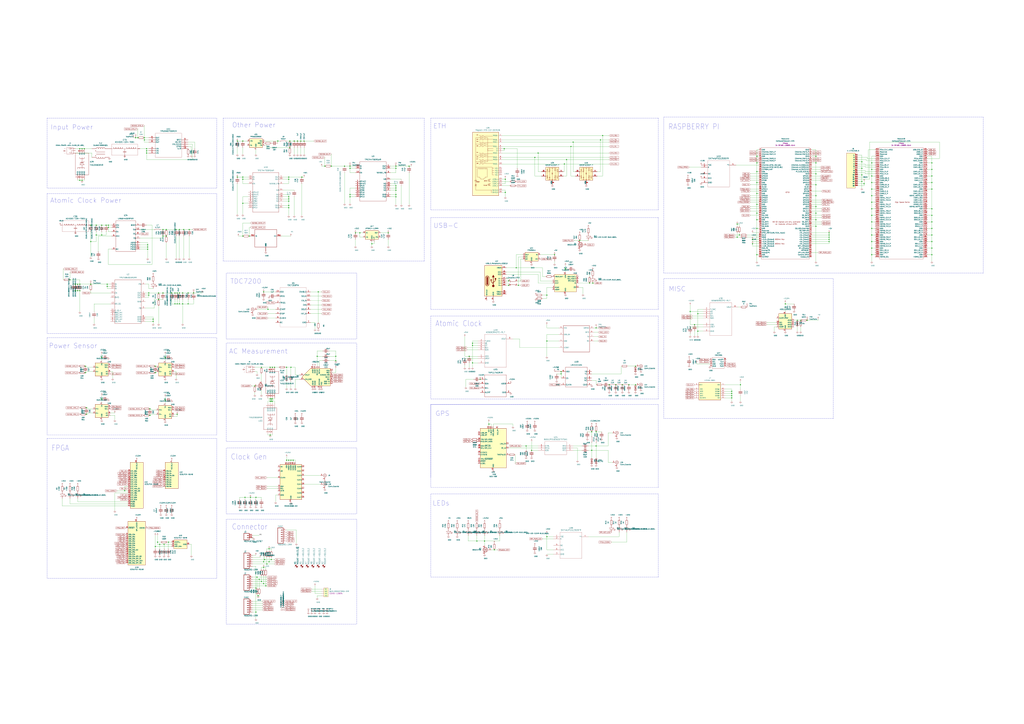
<source format=kicad_sch>
(kicad_sch (version 20201015) (generator eeschema)
  (page 1 1)
  (paper "A0")
  (title_block (title "Raspberry Pi Atomic Nixie Clock ") (date "2021-09-04") (rev "V2") (company "Design by Will Whang"))
  (lib_symbols
    (symbol "1-1734248-5:1-1734248-5" (pin_names (offset 1.016))
      (property "Reference" "J" (at -5.08 20.955 0))
      (property "Value" "1-1734248-5" (at -5.08 -22.86 0))
      (symbol "1-1734248-5_0_0"
        (pin passive line (at -7.62 17.78 0) (length 2.54) (name "1") (number "1"))
        (pin passive line (at -7.62 17.78 0) (length 2.54) (name "1") (number "1_1"))
        (pin passive line (at -7.62 15.24 0) (length 2.54) (name "2") (number "2"))
        (pin passive line (at -7.62 15.24 0) (length 2.54) (name "2") (number "2_1"))
        (pin passive line (at -7.62 12.7 0) (length 2.54) (name "3") (number "3"))
        (pin passive line (at -7.62 12.7 0) (length 2.54) (name "3") (number "3_1"))
        (pin passive line (at -7.62 10.16 0) (length 2.54) (name "4") (number "4"))
        (pin passive line (at -7.62 10.16 0) (length 2.54) (name "4") (number "4_1"))
        (pin passive line (at -7.62 7.62 0) (length 2.54) (name "5") (number "5"))
        (pin passive line (at -7.62 7.62 0) (length 2.54) (name "5") (number "5_1"))
        (pin passive line (at -7.62 5.08 0) (length 2.54) (name "6") (number "6"))
        (pin passive line (at -7.62 5.08 0) (length 2.54) (name "6") (number "6_1"))
        (pin passive line (at -7.62 2.54 0) (length 2.54) (name "7") (number "7"))
        (pin passive line (at -7.62 2.54 0) (length 2.54) (name "7") (number "7_1"))
        (pin passive line (at -7.62 0 0) (length 2.54) (name "8") (number "8"))
        (pin passive line (at -7.62 0 0) (length 2.54) (name "8") (number "8_1"))
        (pin passive line (at -7.62 -2.54 0) (length 2.54) (name "9") (number "9"))
        (pin passive line (at -7.62 -2.54 0) (length 2.54) (name "9") (number "9_1"))
        (pin passive line (at -7.62 -5.08 0) (length 2.54) (name "10") (number "10"))
        (pin passive line (at -7.62 -5.08 0) (length 2.54) (name "10") (number "10_1"))
        (pin passive line (at -7.62 -7.62 0) (length 2.54) (name "11") (number "11"))
        (pin passive line (at -7.62 -7.62 0) (length 2.54) (name "11") (number "11_1"))
        (pin passive line (at -7.62 -10.16 0) (length 2.54) (name "12") (number "12"))
        (pin passive line (at -7.62 -10.16 0) (length 2.54) (name "12") (number "12_1"))
        (pin passive line (at -7.62 -12.7 0) (length 2.54) (name "13") (number "13"))
        (pin passive line (at -7.62 -12.7 0) (length 2.54) (name "13") (number "13_1"))
        (pin passive line (at -7.62 -15.24 0) (length 2.54) (name "14") (number "14"))
        (pin passive line (at -7.62 -15.24 0) (length 2.54) (name "14") (number "14_1"))
        (pin passive line (at -7.62 -17.78 0) (length 2.54) (name "15") (number "15"))
        (pin passive line (at -7.62 -17.78 0) (length 2.54) (name "15") (number "15_1"))
      )
    )
    (symbol "2021-02-20_04-26-03:TPS7A4700RGWR" (pin_names (offset -0.254))
      (property "Reference" "U" (at 0 2.54 0))
      (property "Value" "TPS7A4700RGWR" (at 0 0 0))
      (symbol "TPS7A4700RGWR_1_1"
        (pin power_in line (at 20.32 17.78 180) (length 5.08) (name "OUT") (number "1"))
        (pin unspecified line (at 20.32 -10.16 180) (length 5.08) (name "NC") (number "2"))
        (pin input line (at 20.32 10.16 180) (length 5.08) (name "SENSE_FB") (number "3"))
        (pin unspecified line (at -20.32 0 0) (length 5.08) (name "6P4V2") (number "4"))
        (pin unspecified line (at -20.32 -2.54 0) (length 5.08) (name "6P4V1") (number "5"))
        (pin unspecified line (at -20.32 -5.08 0) (length 5.08) (name "3P2V") (number "6"))
        (pin power_in line (at 20.32 -15.24 180) (length 5.08) (name "GND") (number "7"))
        (pin unspecified line (at -20.32 -7.62 0) (length 5.08) (name "1P6V") (number "8"))
        (pin unspecified line (at -20.32 -10.16 0) (length 5.08) (name "0P8V") (number "9"))
        (pin unspecified line (at -20.32 -12.7 0) (length 5.08) (name "0P4V") (number "10"))
        (pin unspecified line (at -20.32 -15.24 0) (length 5.08) (name "0P2V") (number "11"))
        (pin unspecified line (at -20.32 -17.78 0) (length 5.08) (name "0P1V") (number "12"))
        (pin input line (at -20.32 10.16 0) (length 5.08) (name "EN") (number "13"))
        (pin input line (at 20.32 2.54 180) (length 5.08) (name "NR") (number "14"))
        (pin power_in line (at -20.32 17.78 0) (length 5.08) (name "IN") (number "15"))
        (pin power_in line (at -20.32 15.24 0) (length 5.08) (name "IN") (number "16"))
        (pin unspecified line (at 20.32 -7.62 180) (length 5.08) (name "NC") (number "17"))
        (pin unspecified line (at 20.32 -5.08 180) (length 5.08) (name "NC") (number "18"))
        (pin unspecified line (at 20.32 -2.54 180) (length 5.08) (name "NC") (number "19"))
        (pin power_in line (at 20.32 15.24 180) (length 5.08) (name "OUT") (number "20"))
        (pin unspecified line (at 20.32 -17.78 180) (length 5.08) (name "PAD") (number "21"))
      )
    )
    (symbol "2021-02-28_21-05-55:LMK1C1102PWR" (pin_names (offset 0.254))
      (property "Reference" "U" (at 0 2.54 0))
      (property "Value" "LMK1C1102PWR" (at 0 0 0))
      (symbol "LMK1C1102PWR_1_1"
        (pin input line (at 0 -15.24 0) (length 5.08) (name "CLKIN") (number "1"))
        (pin input line (at 0 -7.62 0) (length 5.08) (name "1G") (number "2"))
        (pin output line (at 35.56 0 180) (length 5.08) (name "Y0") (number "3"))
        (pin power_in line (at 35.56 -15.24 180) (length 5.08) (name "GND") (number "4"))
        (pin unspecified line (at 35.56 -7.62 180) (length 5.08) (name "NC") (number "5"))
        (pin power_in line (at 0 0 0) (length 5.08) (name "VDD") (number "6"))
        (pin unspecified line (at 35.56 -10.16 180) (length 5.08) (name "NC") (number "7"))
        (pin output line (at 35.56 -2.54 180) (length 5.08) (name "Y1") (number "8"))
      )
    )
    (symbol "2021-03-01_04-37-13:BGS12P2L6E6327XTSA1" (pin_names (offset 0.254))
      (property "Reference" "U" (at 20.32 10.16 0))
      (property "Value" "BGS12P2L6E6327XTSA1" (at 20.32 7.62 0))
      (symbol "BGS12P2L6E6327XTSA1_1_1"
        (pin unspecified line (at 0 0 0) (length 7.62) (name "RF2") (number "1"))
        (pin power_in line (at 0 -2.54 0) (length 7.62) (name "GND") (number "2"))
        (pin unspecified line (at 0 -5.08 0) (length 7.62) (name "RF1") (number "3"))
        (pin power_in line (at 40.64 -5.08 180) (length 7.62) (name "VDD") (number "4"))
        (pin input line (at 40.64 -2.54 180) (length 7.62) (name "RFIN") (number "5"))
        (pin unspecified line (at 40.64 0 180) (length 7.62) (name "CTRL") (number "6"))
      )
    )
    (symbol "2021-03-06_08-08-26:TVS2200DRVR" (pin_names (offset -0.254))
      (property "Reference" "U" (at 0 2.54 0))
      (property "Value" "TVS2200DRVR" (at 0 0 0))
      (symbol "TVS2200DRVR_1_1"
        (pin unspecified line (at 17.78 2.54 180) (length 5.08) (name "GND") (number "1"))
        (pin unspecified line (at 17.78 0 180) (length 5.08) (name "GND") (number "2"))
        (pin unspecified line (at 17.78 -2.54 180) (length 5.08) (name "GND") (number "3"))
        (pin unspecified line (at -17.78 2.54 0) (length 5.08) (name "IN") (number "4"))
        (pin unspecified line (at -17.78 0 0) (length 5.08) (name "IN") (number "5"))
        (pin unspecified line (at -17.78 -2.54 0) (length 5.08) (name "IN") (number "6"))
        (pin unspecified line (at 17.78 -5.08 180) (length 5.08) (name "PAD") (number "7"))
      )
    )
    (symbol "2021-03-19_02-53-30:AD5693RACPZ-RL7" (pin_names (offset 0.254))
      (property "Reference" "U" (at 20.32 12.7 0))
      (property "Value" "AD5693RACPZ-RL7" (at 20.32 10.16 0))
      (symbol "AD5693RACPZ-RL7_1_1"
        (pin unspecified line (at 0 0 0) (length 7.62) (name "*LDAC") (number "2"))
        (pin unspecified line (at 0 -2.54 0) (length 7.62) (name "A0") (number "4"))
        (pin unspecified line (at 0 -5.08 0) (length 7.62) (name "EP") (number "9"))
        (pin unspecified line (at 0 -25.4 0) (length 7.62) (name "GND") (number "3"))
        (pin unspecified line (at 0 -7.62 0) (length 7.62) (name "SCL") (number "5"))
        (pin unspecified line (at 0 -10.16 0) (length 7.62) (name "SDA") (number "6"))
        (pin unspecified line (at 0 -17.78 0) (length 7.62) (name "VDD") (number "1"))
        (pin unspecified line (at 40.64 2.54 180) (length 7.62) (name "VOUT") (number "8"))
        (pin unspecified line (at 0 -20.32 0) (length 7.62) (name "VREF") (number "7"))
      )
    )
    (symbol "2021-03-21_21-56-47:SN74AUP1G125DSFR" (pin_names (offset 0.254))
      (property "Reference" "U" (at 20.32 10.16 0))
      (property "Value" "SN74AUP1G125DSFR" (at 20.32 7.62 0))
      (symbol "SN74AUP1G125DSFR_1_1"
        (pin input line (at 0 0 0) (length 7.62) (name "*OE") (number "1"))
        (pin input line (at 0 -2.54 0) (length 7.62) (name "A") (number "2"))
        (pin power_in line (at 0 -20.32 0) (length 7.62) (name "GND") (number "3"))
        (pin output line (at 40.64 0 180) (length 7.62) (name "*Y") (number "4"))
        (pin unspecified line (at 0 -10.16 0) (length 7.62) (name "NC") (number "5"))
        (pin power_in line (at 0 -15.24 0) (length 7.62) (name "VCC") (number "6"))
      )
    )
    (symbol "2021-03-21_22-07-02:TMP117AIDRVR" (pin_names (offset 0.254))
      (property "Reference" "U" (at 0 2.54 0))
      (property "Value" "TMP117AIDRVR" (at 0 0 0))
      (symbol "TMP117AIDRVR_1_1"
        (pin open_collector line (at -17.78 -2.54 0) (length 5.08) (name "SCL") (number "1"))
        (pin power_in line (at 17.78 -7.62 180) (length 5.08) (name "GND") (number "2"))
        (pin open_collector line (at -17.78 -7.62 0) (length 5.08) (name "ALERT") (number "3"))
        (pin input line (at 17.78 2.54 180) (length 5.08) (name "ADD0") (number "4"))
        (pin power_in line (at -17.78 7.62 0) (length 5.08) (name "V+") (number "5"))
        (pin bidirectional line (at -17.78 2.54 0) (length 5.08) (name "SDA") (number "6"))
      )
    )
    (symbol "2021-03-23_03-20-02:TPS7A8500ARGRR" (pin_names (offset -0.254))
      (property "Reference" "U" (at 0 2.54 0))
      (property "Value" "TPS7A8500ARGRR" (at 0 0 0))
      (symbol "TPS7A8500ARGRR_1_1"
        (pin power_in line (at 20.32 10.16 180) (length 5.08) (name "OUT") (number "1"))
        (pin input line (at 20.32 0 180) (length 5.08) (name "SNS") (number "2"))
        (pin input line (at 20.32 -7.62 180) (length 5.08) (name "FB") (number "3"))
        (pin open_collector line (at 20.32 20.32 180) (length 5.08) (name "PG") (number "4"))
        (pin input line (at -20.32 -22.86 0) (length 5.08) (name "50_mV") (number "5"))
        (pin input line (at -20.32 -20.32 0) (length 5.08) (name "100_mV") (number "6"))
        (pin input line (at -20.32 -17.78 0) (length 5.08) (name "200_mV") (number "7"))
        (pin power_in line (at 20.32 -17.78 180) (length 5.08) (name "GND") (number "8"))
        (pin input line (at -20.32 -15.24 0) (length 5.08) (name "400_mV") (number "9"))
        (pin input line (at -20.32 -12.7 0) (length 5.08) (name "800_mV") (number "10"))
        (pin input line (at -20.32 -10.16 0) (length 5.08) (name "1-6_V") (number "11"))
        (pin power_in line (at -20.32 5.08 0) (length 5.08) (name "BIAS") (number "12"))
        (pin input line (at -20.32 -2.54 0) (length 5.08) (name "NR_SS") (number "13"))
        (pin input line (at -20.32 10.16 0) (length 5.08) (name "EN") (number "14"))
        (pin power_in line (at -20.32 20.32 0) (length 5.08) (name "IN") (number "15"))
        (pin power_in line (at -20.32 17.78 0) (length 5.08) (name "IN") (number "16"))
        (pin power_in line (at -20.32 15.24 0) (length 5.08) (name "IN") (number "17"))
        (pin power_in line (at 20.32 -20.32 180) (length 5.08) (name "GND") (number "18"))
        (pin power_in line (at 20.32 7.62 180) (length 5.08) (name "OUT") (number "19"))
        (pin power_in line (at 20.32 5.08 180) (length 5.08) (name "OUT") (number "20"))
        (pin power_in line (at 20.32 -22.86 180) (length 5.08) (name "PAD") (number "21"))
      )
    )
    (symbol "2021-04-01_00-43-47:LM60440DRPKR" (pin_names (offset -0.254))
      (property "Reference" "U" (at 0 2.54 0))
      (property "Value" "LM60440DRPKR" (at 0 0 0))
      (symbol "LM60440DRPKR_1_1"
        (pin power_in line (at 33.02 -22.86 180) (length 5.08) (name "PGND") (number "1"))
        (pin power_in line (at 0 0 0) (length 5.08) (name "VIN") (number "2"))
        (pin unspecified line (at 0 -27.94 0) (length 5.08) (name "NC") (number "3"))
        (pin unspecified line (at 33.02 0 180) (length 5.08) (name "BOOT") (number "4"))
        (pin unspecified line (at 0 -12.7 0) (length 5.08) (name "VCC") (number "5"))
        (pin power_in line (at 33.02 -20.32 180) (length 5.08) (name "AGND") (number "6"))
        (pin unspecified line (at 33.02 -15.24 180) (length 5.08) (name "FB") (number "7"))
        (pin open_collector line (at 33.02 -10.16 180) (length 5.08) (name "PG") (number "8"))
        (pin input line (at 0 -7.62 0) (length 5.08) (name "EN") (number "9"))
        (pin power_in line (at 0 -2.54 0) (length 5.08) (name "VIN") (number "10"))
        (pin power_in line (at 33.02 -25.4 180) (length 5.08) (name "PGND") (number "11"))
        (pin unspecified line (at 33.02 -5.08 180) (length 5.08) (name "SW") (number "12"))
        (pin power_in line (at 33.02 -27.94 180) (length 5.08) (name "PGND") (number "13"))
      )
    )
    (symbol "2021-04-01_05-24-53:ACH32C-104-T001" (pin_numbers hide) (pin_names (offset 1.651) hide)
      (property "Reference" "C" (at 7.62 12.7 0))
      (property "Value" "ACH32C-104-T001" (at 6.985 -5.715 0))
      (symbol "ACH32C-104-T001_1_1"
        (pin unspecified line (at -10.16 0 0) (length 2.54) (name "1") (number "1"))
        (pin unspecified line (at 25.4 0 180) (length 2.54) (name "2") (number "3"))
        (pin unspecified line (at 25.4 0 180) (length 2.54) (name "3") (number "3"))
        (pin input line (at 7.62 -7.62 270) (length 2.54) (name "GND") (number "2"))
      )
    )
    (symbol "2021-04-03_08-03-34:TPS259270DRCR" (pin_names (offset 0.254))
      (property "Reference" "U" (at 22.86 12.7 0))
      (property "Value" "TPS259270DRCR" (at 22.86 10.16 0))
      (symbol "TPS259270DRCR_1_1"
        (pin unspecified line (at 0 -2.54 0) (length 7.62) (name "DV/DT") (number "1"))
        (pin unspecified line (at 0 -5.08 0) (length 7.62) (name "EN/UVLO") (number "2"))
        (pin unspecified line (at 45.72 -10.16 180) (length 7.62) (name "VIN") (number "3"))
        (pin unspecified line (at 45.72 -12.7 180) (length 7.62) (name "VIN") (number "4"))
        (pin unspecified line (at 45.72 -15.24 180) (length 7.62) (name "VIN") (number "5"))
        (pin output line (at 45.72 2.54 180) (length 7.62) (name "OUT") (number "6"))
        (pin output line (at 45.72 0 180) (length 7.62) (name "OUT") (number "7"))
        (pin output line (at 45.72 -2.54 180) (length 7.62) (name "OUT") (number "8"))
        (pin unspecified line (at 0 0 0) (length 7.62) (name "BFET") (number "9"))
        (pin unspecified line (at 0 -10.16 0) (length 7.62) (name "ILIM") (number "10"))
        (pin unspecified line (at 0 -7.62 0) (length 7.62) (name "EPAD") (number "11"))
      )
    )
    (symbol "47219-2001:47219-2001" (pin_names (offset 1.016))
      (property "Reference" "J" (at -12.7 10.922 0))
      (property "Value" "47219-2001" (at -12.7 -11.938 0))
      (symbol "47219-2001_0_0"
        (pin bidirectional line (at -17.78 -5.08 0) (length 5.08) (name "DAT2") (number "1"))
        (pin bidirectional line (at -17.78 -7.62 0) (length 5.08) (name "CD/DAT3") (number "2"))
        (pin bidirectional line (at -17.78 2.54 0) (length 5.08) (name "CMD") (number "3"))
        (pin power_in line (at 17.78 7.62 180) (length 5.08) (name "VDD") (number "4"))
        (pin input clock (at -17.78 7.62 0) (length 5.08) (name "CLK") (number "5"))
        (pin power_in line (at 17.78 -7.62 180) (length 5.08) (name "VSS") (number "6"))
        (pin bidirectional line (at -17.78 0 0) (length 5.08) (name "DAT0") (number "7"))
        (pin bidirectional line (at -17.78 -2.54 0) (length 5.08) (name "DAT1") (number "8"))
        (pin power_in line (at 17.78 2.54 180) (length 5.08) (name "GND@1") (number "G1"))
        (pin power_in line (at 17.78 0 180) (length 5.08) (name "GND@2") (number "G2"))
        (pin power_in line (at 17.78 -2.54 180) (length 5.08) (name "GND@3") (number "G3"))
        (pin power_in line (at 17.78 -5.08 180) (length 5.08) (name "GND@4") (number "G4"))
      )
    )
    (symbol "Analog_ADC:ADS1115IDGS"
      (property "Reference" "U" (at 2.54 13.97 0))
      (property "Value" "ADS1115IDGS" (at 7.62 11.43 0))
      (symbol "ADS1115IDGS_1_1"
        (pin input line (at 10.16 -5.08 180) (length 2.54) (name "ADDR") (number "1"))
        (pin input line (at 10.16 0 180) (length 2.54) (name "SCL") (number "10"))
        (pin output line (at 10.16 5.08 180) (length 2.54) (name "ALERT/RDY") (number "2"))
        (pin power_in line (at 0 -10.16 90) (length 2.54) (name "GND") (number "3"))
        (pin input line (at -10.16 2.54 0) (length 2.54) (name "AIN0") (number "4"))
        (pin input line (at -10.16 0 0) (length 2.54) (name "AIN1") (number "5"))
        (pin input line (at -10.16 -2.54 0) (length 2.54) (name "AIN2") (number "6"))
        (pin input line (at -10.16 -5.08 0) (length 2.54) (name "AIN3") (number "7"))
        (pin power_in line (at 0 12.7 270) (length 2.54) (name "VDD") (number "8"))
        (pin bidirectional line (at 10.16 -2.54 180) (length 2.54) (name "SDA") (number "9"))
      )
    )
    (symbol "Analog_ADC:ADS8681RUM" (pin_names (offset 0.762))
      (property "Reference" "U" (at 6.35 13.97 0))
      (property "Value" "ADS8681RUM" (at 6.35 11.43 0))
      (symbol "ADS8681RUM_1_1"
        (pin power_in line (at -2.54 -12.7 90) (length 2.54) (name "AGND") (number "1"))
        (pin input line (at 20.32 0 180) (length 2.54) (name "SCLK") (number "10"))
        (pin tri_state line (at 20.32 -5.08 180) (length 2.54) (name "SDO-0") (number "11"))
        (pin tri_state line (at 20.32 -7.62 180) (length 2.54) (name "SDO-1") (number "12"))
        (pin output line (at 20.32 7.62 180) (length 2.54) (name "RVS") (number "13"))
        (pin power_in line (at 0 12.7 270) (length 2.54) (name "DVDD") (number "14"))
        (pin power_in line (at 0 -12.7 90) (length 2.54) (name "DGND") (number "15"))
        (pin power_in line (at -2.54 12.7 270) (length 2.54) (name "AVDD") (number "16"))
        (pin power_in line (at 7.62 -12.7 90) (length 2.54) (name "PAD") (number "17"))
        (pin passive line (at 5.08 12.7 270) (length 2.54) (name "REFIO") (number "2"))
        (pin power_in line (at 5.08 -12.7 90) (length 2.54) (name "REFGND") (number "3"))
        (pin power_in line (at 2.54 12.7 270) (length 2.54) (name "REFCAP") (number "4"))
        (pin input line (at -17.78 2.54 0) (length 5.08) (name "AIN_P") (number "5"))
        (pin input line (at -17.78 -2.54 0) (length 5.08) (name "AIN_GND") (number "6"))
        (pin input line (at 20.32 5.08 180) (length 2.54) (name "~RST") (number "7"))
        (pin input line (at 20.32 -2.54 180) (length 2.54) (name "SDI") (number "8"))
        (pin input line (at 20.32 2.54 180) (length 2.54) (name "CONVST/~CS") (number "9"))
      )
    )
    (symbol "Analog_ADC:INA219AxDCN"
      (property "Reference" "U" (at -6.35 8.89 0))
      (property "Value" "INA219AxDCN" (at 6.35 8.89 0))
      (symbol "INA219AxDCN_1_1"
        (pin input line (at -10.16 2.54 0) (length 2.54) (name "IN+") (number "1"))
        (pin input line (at -10.16 -2.54 0) (length 2.54) (name "IN-") (number "2"))
        (pin power_in line (at 0 -10.16 90) (length 2.54) (name "GND") (number "3"))
        (pin power_in line (at 0 10.16 270) (length 2.54) (name "VS") (number "4"))
        (pin input line (at 10.16 2.54 180) (length 2.54) (name "SCL") (number "5"))
        (pin bidirectional line (at 10.16 5.08 180) (length 2.54) (name "SDA") (number "6"))
        (pin input line (at 10.16 -5.08 180) (length 2.54) (name "A0") (number "7"))
        (pin input line (at 10.16 -2.54 180) (length 2.54) (name "A1") (number "8"))
      )
    )
    (symbol "CM4IO:EMC2301"
      (property "Reference" "U" (at -7.62 13.97 0))
      (property "Value" "EMC2301" (at -1.27 -1.27 0))
      (symbol "EMC2301_0_0"
        (pin open_collector line (at -11.43 10.16 0) (length 2.54) (name "SDA") (number "1"))
        (pin open_collector line (at -11.43 7.62 0) (length 2.54) (name "SCL") (number "2"))
        (pin power_in line (at -11.43 5.08 0) (length 2.54) (name "VDD") (number "3"))
        (pin power_in line (at -11.43 2.54 0) (length 2.54) (name "GND") (number "4"))
        (pin output line (at 7.62 2.54 180) (length 2.54) (name "PWM") (number "5"))
        (pin input line (at 7.62 5.08 180) (length 2.54) (name "TACH") (number "6"))
        (pin input line (at 7.62 7.62 180) (length 2.54) (name "CLK") (number "7"))
        (pin open_collector line (at 7.62 10.16 180) (length 2.54) (name "nALERT") (number "8"))
      )
    )
    (symbol "CM4IO:MagJack-A70-112-331N126"
      (property "Reference" "U" (at 0 0 0))
      (property "Value" "MagJack-A70-112-331N126" (at 0 0 0))
      (symbol "MagJack-A70-112-331N126_1_1"
        (text "1000pF" (at 6.35 17.399 0) (effects (font (size 0.762 0.762))))
        (text "75" (at 8.89 13.335 900) (effects (font (size 0.762 0.762))))
        (text "C1" (at 6.985 71.755 0) (effects (font (size 0.889 0.889))))
        (text "C2" (at 6.985 66.675 0) (effects (font (size 0.889 0.889))))
        (text "C3" (at 6.985 64.135 0) (effects (font (size 0.889 0.889))))
        (text "C4" (at 6.985 51.435 0) (effects (font (size 0.889 0.889))))
        (text "C5" (at 6.985 46.355 0) (effects (font (size 0.889 0.889))))
        (text "C6" (at 6.985 59.055 0) (effects (font (size 0.889 0.889))))
        (text "C7" (at 6.985 43.815 0) (effects (font (size 0.889 0.889))))
        (text "C8" (at 6.985 38.735 0) (effects (font (size 0.889 0.889))))
        (text "GREEN" (at -4.445 18.415 0) (effects (font (size 0.762 0.762)) (justify left)))
        (text "YELLOW" (at -4.445 13.335 0) (effects (font (size 0.762 0.762)) (justify left)))
        (pin passive line (at -21.59 71.12 0) (length 3.81) (name "TRD0+") (number "1"))
        (pin passive line (at -21.59 38.1 0) (length 3.81) (name "TRD3-") (number "10"))
        (pin passive line (at -21.59 33.02 0) (length 3.81) (name "VC1") (number "11"))
        (pin passive line (at -21.59 30.48 0) (length 3.81) (name "VC2") (number "12"))
        (pin passive line (at -21.59 27.94 0) (length 3.81) (name "VC3") (number "13"))
        (pin passive line (at -21.59 25.4 0) (length 3.81) (name "VC4") (number "14"))
        (pin passive line (at -21.59 20.32 0) (length 3.81) (name "LEDG_A") (number "15"))
        (pin passive line (at -21.59 17.78 0) (length 3.81) (name "LEDG_K") (number "16"))
        (pin passive line (at -21.59 15.24 0) (length 3.81) (name "LEDY_A") (number "17"))
        (pin passive line (at -21.59 12.7 0) (length 3.81) (name "LEDY_K") (number "18"))
        (pin passive line (at -21.59 7.62 0) (length 3.81) (name "SHIELD") (number "19"))
        (pin passive line (at -21.59 66.04 0) (length 3.81) (name "TRD0-") (number "2"))
        (pin passive line (at -21.59 5.08 0) (length 3.81) (name "SHIELD") (number "20"))
        (pin passive line (at -21.59 63.5 0) (length 3.81) (name "TRD1+") (number "3"))
        (pin passive line (at -21.59 55.88 0) (length 3.81) (name "CT") (number "4"))
        (pin passive line (at -21.59 53.34 0) (length 3.81) (name "CT") (number "5"))
        (pin passive line (at -21.59 58.42 0) (length 3.81) (name "TRD1-") (number "6"))
        (pin passive line (at -21.59 50.8 0) (length 3.81) (name "TRD2+") (number "7"))
        (pin passive line (at -21.59 45.72 0) (length 3.81) (name "TRD2-") (number "8"))
        (pin passive line (at -21.59 43.18 0) (length 3.81) (name "TRD3+") (number "9"))
      )
    )
    (symbol "Connector:Conn_Coaxial" (pin_names (offset 1.016) hide)
      (property "Reference" "J" (at 0.254 3.048 0))
      (property "Value" "Conn_Coaxial" (at 2.921 0 90))
      (symbol "Conn_Coaxial_1_1"
        (pin passive line (at -5.08 0 0) (length 2.54) (name "In") (number "1"))
        (pin passive line (at 0 -5.08 90) (length 2.54) (name "Ext") (number "2"))
      )
    )
    (symbol "Connector:TestPoint" (pin_numbers hide) (pin_names (offset 0.762) hide)
      (property "Reference" "TP" (at 0 6.858 0))
      (property "Value" "TestPoint" (at 0 5.08 0))
      (symbol "TestPoint_1_1"
        (pin passive line (at 0 0 90) (length 2.54) (name "1") (number "1"))
      )
    )
    (symbol "Connector:USB_C_Receptacle_USB2.0" (pin_names (offset 1.016))
      (property "Reference" "J" (at -10.16 19.05 0))
      (property "Value" "USB_C_Receptacle_USB2.0" (at 19.05 19.05 0))
      (symbol "USB_C_Receptacle_USB2.0_1_1"
        (pin passive line (at 0 -22.86 90) (length 5.08) (name "GND") (number "A1"))
        (pin passive line (at 0 -22.86 90) (length 5.08) hide (name "GND") (number "A12"))
        (pin passive line (at 15.24 15.24 180) (length 5.08) (name "VBUS") (number "A4"))
        (pin bidirectional line (at 15.24 10.16 180) (length 5.08) (name "CC1") (number "A5"))
        (pin bidirectional line (at 15.24 -2.54 180) (length 5.08) (name "D+") (number "A6"))
        (pin bidirectional line (at 15.24 2.54 180) (length 5.08) (name "D-") (number "A7"))
        (pin bidirectional line (at 15.24 -12.7 180) (length 5.08) (name "SBU1") (number "A8"))
        (pin passive line (at 15.24 15.24 180) (length 5.08) hide (name "VBUS") (number "A9"))
        (pin passive line (at 0 -22.86 90) (length 5.08) hide (name "GND") (number "B1"))
        (pin passive line (at 0 -22.86 90) (length 5.08) hide (name "GND") (number "B12"))
        (pin passive line (at 15.24 15.24 180) (length 5.08) hide (name "VBUS") (number "B4"))
        (pin bidirectional line (at 15.24 7.62 180) (length 5.08) (name "CC2") (number "B5"))
        (pin bidirectional line (at 15.24 -5.08 180) (length 5.08) (name "D+") (number "B6"))
        (pin bidirectional line (at 15.24 0 180) (length 5.08) (name "D-") (number "B7"))
        (pin bidirectional line (at 15.24 -15.24 180) (length 5.08) (name "SBU2") (number "B8"))
        (pin passive line (at 15.24 15.24 180) (length 5.08) hide (name "VBUS") (number "B9"))
        (pin passive line (at -7.62 -22.86 90) (length 5.08) (name "SHIELD") (number "S1"))
      )
    )
    (symbol "DLW5ATH500MQ2L:DLW5ATH500MQ2L" (pin_numbers hide) (pin_names (offset 1.016) hide)
      (property "Reference" "FL" (at -5.08 6.35 0))
      (property "Value" "DLW5ATH500MQ2L" (at -5.08 -6.35 0))
      (symbol "DLW5ATH500MQ2L_0_0"
        (pin passive line (at -10.16 5.08 0) (length 5.08) (name "~") (number "1"))
        (pin passive line (at 10.16 5.08 180) (length 5.08) (name "~") (number "2"))
        (pin passive line (at -10.16 -5.08 0) (length 5.08) (name "~") (number "4"))
        (pin passive line (at 10.16 -5.08 180) (length 5.08) (name "~") (number "3"))
      )
    )
    (symbol "Device:C" (pin_numbers hide) (pin_names (offset 0.254))
      (property "Reference" "C" (at 0.635 2.54 0))
      (property "Value" "C" (at 0.635 -2.54 0))
      (symbol "C_1_1"
        (pin passive line (at 0 3.81 270) (length 2.794) (name "~") (number "1"))
        (pin passive line (at 0 -3.81 90) (length 2.794) (name "~") (number "2"))
      )
    )
    (symbol "Device:C_Polarized" (pin_numbers hide) (pin_names (offset 0.254))
      (property "Reference" "C" (at 0.635 2.54 0))
      (property "Value" "C_Polarized" (at 0.635 -2.54 0))
      (symbol "C_Polarized_1_1"
        (pin passive line (at 0 3.81 270) (length 2.794) (name "~") (number "1"))
        (pin passive line (at 0 -3.81 90) (length 2.794) (name "~") (number "2"))
      )
    )
    (symbol "Device:D_TVS" (pin_numbers hide) (pin_names (offset 1.016) hide)
      (property "Reference" "D" (at 0 2.54 0))
      (property "Value" "D_TVS" (at 0 -2.54 0))
      (symbol "D_TVS_1_1"
        (pin passive line (at -3.81 0 0) (length 2.54) (name "A1") (number "1"))
        (pin passive line (at 3.81 0 180) (length 2.54) (name "A2") (number "2"))
      )
    )
    (symbol "Device:L" (pin_numbers hide) (pin_names (offset 1.016) hide)
      (property "Reference" "L" (at -1.27 0 90))
      (property "Value" "L" (at 1.905 0 90))
      (symbol "L_1_1"
        (pin passive line (at 0 3.81 270) (length 1.27) (name "1") (number "1"))
        (pin passive line (at 0 -3.81 90) (length 1.27) (name "2") (number "2"))
      )
    )
    (symbol "Device:L_Coupled_1243" (pin_names (offset 0.254) hide)
      (property "Reference" "L" (at 0 4.445 0))
      (property "Value" "L_Coupled_1243" (at 0 -4.445 0))
      (symbol "L_Coupled_1243_1_1"
        (pin passive line (at -5.08 2.54 0) (length 2.54) (name "1") (number "1"))
        (pin passive line (at 5.08 2.54 180) (length 2.54) (name "2") (number "2"))
        (pin passive line (at 5.08 -2.54 180) (length 2.54) (name "3") (number "3"))
        (pin passive line (at -5.08 -2.54 0) (length 2.54) (name "4") (number "4"))
      )
    )
    (symbol "Device:R" (pin_numbers hide) (pin_names (offset 0))
      (property "Reference" "R" (at 2.032 0 90))
      (property "Value" "R" (at 0 0 90))
      (symbol "R_1_1"
        (pin passive line (at 0 3.81 270) (length 1.27) (name "~") (number "1"))
        (pin passive line (at 0 -3.81 90) (length 1.27) (name "~") (number "2"))
      )
    )
    (symbol "FPGA_Lattice:ICE5LP1K-SG48"
      (property "Reference" "U" (at -8.89 -29.21 0))
      (property "Value" "ICE5LP1K-SG48" (at 0 -31.75 0))
      (symbol "ICE5LP1K-SG48_1_1"
        (pin bidirectional line (at -10.16 12.7 0) (length 2.54) (name "IOT_37a") (number "23"))
        (pin bidirectional line (at -10.16 15.24 0) (length 2.54) (name "IOT_36b") (number "25"))
        (pin bidirectional line (at -10.16 7.62 0) (length 2.54) (name "IOT_39a") (number "26"))
        (pin bidirectional line (at -10.16 10.16 0) (length 2.54) (name "IOT_38b") (number "27"))
        (pin bidirectional line (at -10.16 5.08 0) (length 2.54) (name "IOT_41a") (number "28"))
        (pin bidirectional line (at -10.16 2.54 0) (length 2.54) (name "IOT_42b") (number "31"))
        (pin bidirectional line (at -10.16 0 0) (length 2.54) (name "IOT_43a") (number "32"))
        (pin power_in line (at 0 27.94 270) (length 2.54) (name "VCCIO_0") (number "33"))
        (pin bidirectional line (at -10.16 -2.54 0) (length 2.54) (name "IOT_44b") (number "34"))
        (pin bidirectional line (at -10.16 -7.62 0) (length 2.54) (name "IOT_46b_G0") (number "35"))
        (pin bidirectional line (at -10.16 -10.16 0) (length 2.54) (name "IOT_48b") (number "36"))
        (pin bidirectional line (at -10.16 -5.08 0) (length 2.54) (name "IOT_45a_G1") (number "37"))
        (pin bidirectional line (at -10.16 -15.24 0) (length 2.54) (name "IOT_50b") (number "38"))
        (pin open_collector line (at -10.16 -20.32 0) (length 2.54) (name "RGB0") (number "39"))
        (pin open_collector line (at -10.16 -22.86 0) (length 2.54) (name "RGB1") (number "40"))
        (pin open_collector line (at -10.16 -25.4 0) (length 2.54) (name "RGB2") (number "41"))
        (pin bidirectional line (at -10.16 -17.78 0) (length 2.54) (name "IOT_51a") (number "42"))
        (pin bidirectional line (at -10.16 -12.7 0) (length 2.54) (name "IOT_49a") (number "43"))
      )
      (symbol "ICE5LP1K-SG48_2_1"
        (pin bidirectional line (at -12.7 5.08 0) (length 2.54) (name "IOB_18a") (number "10"))
        (pin bidirectional line (at -12.7 2.54 0) (length 2.54) (name "IOB_20a") (number "11"))
        (pin bidirectional line (at -12.7 0 0) (length 2.54) (name "IOB_22b") (number "12"))
        (pin bidirectional line (at -12.7 -5.08 0) (length 2.54) (name "IOB_24a") (number "13"))
        (pin bidirectional line (at -12.7 -15.24 0) (length 2.54) (name "IOB_32a_SPI_SO") (number "14"))
        (pin bidirectional line (at -12.7 -20.32 0) (length 2.54) (name "IOB_34a_SPI_SCK") (number "15"))
        (pin bidirectional line (at -12.7 -22.86 0) (length 2.54) (name "IOB_35b_SPI_SS") (number "16"))
        (pin bidirectional line (at -12.7 -17.78 0) (length 2.54) (name "IOB_33b_SPI_SI") (number "17"))
        (pin bidirectional line (at -12.7 -12.7 0) (length 2.54) (name "IOB_31b") (number "18"))
        (pin bidirectional line (at -12.7 -10.16 0) (length 2.54) (name "IOB_29b") (number "19"))
        (pin bidirectional line (at -12.7 -7.62 0) (length 2.54) (name "IOB_25b_G3") (number "20"))
        (pin bidirectional line (at -12.7 -2.54 0) (length 2.54) (name "IOB_23b") (number "21"))
        (pin power_in line (at 0 27.94 270) (length 2.54) (name "SPI_VCCIO1") (number "22"))
        (pin bidirectional line (at -12.7 10.16 0) (length 2.54) (name "IOB_13b") (number "6"))
        (pin open_collector line (at 12.7 17.78 180) (length 2.54) (name "CDONE") (number "7"))
        (pin input line (at -12.7 17.78 0) (length 2.54) (name "~CRESET") (number "8"))
        (pin bidirectional line (at -12.7 7.62 0) (length 2.54) (name "IOB_16a") (number "9"))
      )
      (symbol "ICE5LP1K-SG48_3_1"
        (pin power_in line (at 0 17.78 270) (length 2.54) (name "VCCIO_2") (number "1"))
        (pin bidirectional line (at -10.16 -7.62 0) (length 2.54) (name "IOB_6a") (number "2"))
        (pin bidirectional line (at -10.16 -12.7 0) (length 2.54) (name "IOB_9b") (number "3"))
        (pin bidirectional line (at -10.16 -10.16 0) (length 2.54) (name "IOB_8a") (number "4"))
        (pin bidirectional line (at -10.16 0 0) (length 2.54) (name "IOB_3b_G6") (number "44"))
        (pin bidirectional line (at -10.16 -5.08 0) (length 2.54) (name "IOB_5b") (number "45"))
        (pin bidirectional line (at -10.16 5.08 0) (length 2.54) (name "IOB_0a") (number "46"))
        (pin bidirectional line (at -10.16 2.54 0) (length 2.54) (name "IOB_2a") (number "47"))
        (pin bidirectional line (at -10.16 -2.54 0) (length 2.54) (name "IOB_4a") (number "48"))
      )
      (symbol "ICE5LP1K-SG48_4_1"
        (pin power_in line (at -2.54 10.16 270) (length 2.54) (name "VPP_2V5") (number "24"))
        (pin power_out line (at 2.54 10.16 270) (length 2.54) (name "VCCPLL") (number "29"))
        (pin passive line (at 0 10.16 270) (length 2.54) hide (name "VCC") (number "30"))
        (pin power_in line (at 0 -10.16 90) (length 2.54) (name "GND") (number "49"))
        (pin power_in line (at 0 10.16 270) (length 2.54) (name "VCC") (number "5"))
      )
    )
    (symbol "Interface_USB:TUSB320"
      (property "Reference" "U" (at -11.43 11.43 0))
      (property "Value" "TUSB320" (at 7.62 11.43 0))
      (symbol "TUSB320_1_1"
        (pin bidirectional line (at 15.24 2.54 180) (length 2.54) (name "CC1") (number "1"))
        (pin power_in line (at 0 -12.7 90) (length 2.54) (name "GND") (number "10"))
        (pin input line (at -15.24 -5.08 0) (length 2.54) (name "~EN") (number "11"))
        (pin power_in line (at 0 12.7 270) (length 2.54) (name "VDD") (number "12"))
        (pin bidirectional line (at 15.24 0 180) (length 2.54) (name "CC2") (number "2"))
        (pin input line (at 15.24 -5.08 180) (length 2.54) (name "PORT") (number "3"))
        (pin input line (at 15.24 7.62 180) (length 2.54) (name "VBUS_DET") (number "4"))
        (pin input line (at 15.24 -7.62 180) (length 2.54) (name "ADDR") (number "5"))
        (pin open_collector line (at -15.24 2.54 0) (length 2.54) (name "~INT~/OUT3") (number "6"))
        (pin bidirectional line (at -15.24 7.62 0) (length 2.54) (name "SDA/OUT1") (number "7"))
        (pin bidirectional line (at -15.24 5.08 0) (length 2.54) (name "SCL/OUT2") (number "8"))
        (pin open_collector line (at -15.24 0 0) (length 2.54) (name "ID") (number "9"))
      )
    )
    (symbol "Main_board3-eagle-import:M024UCON-15767"
      (property "Reference" "J" (at -2.54 5.842 0))
      (property "Value" "M024UCON-15767" (at -2.54 -5.08 0))
      (symbol "M024UCON-15767_1_0"
        (pin passive line (at 7.62 0 180) (length 5.08) (name "1") (number "GND"))
        (pin passive line (at 7.62 2.54 180) (length 5.08) (name "2") (number "VCC"))
      )
    )
    (symbol "Main_board3-eagle-import:M06SMD-1MM"
      (property "Reference" "J" (at -5.08 10.922 0))
      (property "Value" "M06SMD-1MM" (at -5.08 -10.16 0))
      (symbol "M06SMD-1MM_1_0"
        (pin passive line (at 5.08 -5.08 180) (length 5.08) (name "1") (number "1"))
        (pin passive line (at 5.08 -2.54 180) (length 5.08) (name "2") (number "2"))
        (pin passive line (at 5.08 0 180) (length 5.08) (name "3") (number "3"))
        (pin passive line (at 5.08 2.54 180) (length 5.08) (name "4") (number "4"))
        (pin passive line (at 5.08 5.08 180) (length 5.08) (name "5") (number "5"))
        (pin passive line (at 5.08 7.62 180) (length 5.08) (name "6") (number "6"))
      )
    )
    (symbol "Main_board3-eagle-import:MOUNT-HOLE3.2"
      (property "Reference" "H" (at 2.032 0.5842 0))
      (property "Value" "MOUNT-HOLE3.2" (at 2.032 -2.4638 0))
    )
    (symbol "Main_board3-eagle-import:NIXIE_POWERSMD"
      (symbol "NIXIE_POWERSMD_1_0"
        (pin bidirectional line (at -17.78 2.54 0) (length 5.08) (name "IN") (number "P$2"))
        (pin bidirectional line (at 17.78 2.54 180) (length 5.08) (name "HV") (number "P$3"))
        (pin bidirectional line (at 0 -15.24 90) (length 5.08) (name "GND") (number "P$1"))
        (pin bidirectional line (at 0 -15.24 90) (length 5.08) (name "GND") (number "P$4"))
      )
    )
    (symbol "Main_board3-eagle-import:SA.32M"
      (symbol "SA.32M_1_0"
        (pin bidirectional line (at -20.32 7.62 0) (length 5.08) (name "VCC") (number "5"))
        (pin bidirectional line (at -20.32 0 0) (length 5.08) (name "GND_SH") (number "2"))
        (pin bidirectional line (at -20.32 -7.62 0) (length 5.08) (name "GND") (number "4"))
        (pin bidirectional line (at 20.32 7.62 180) (length 5.08) (name "10MHZ") (number "3"))
        (pin bidirectional line (at 20.32 2.54 180) (length 5.08) (name "BITE") (number "6"))
        (pin bidirectional line (at 20.32 -2.54 180) (length 5.08) (name "TX") (number "7"))
        (pin bidirectional line (at 20.32 -7.62 180) (length 5.08) (name "RX") (number "8"))
        (pin bidirectional line (at -20.32 -15.24 0) (length 5.08) (name "VCONT") (number "1"))
      )
    )
    (symbol "OPL_Connector:CONN-POWER-JACK-2.1MM_DC-005_" (pin_numbers hide) (pin_names (offset 1.016) hide)
      (property "Reference" "J" (at -5.08 5.08 0))
      (property "Value" "CONN-POWER-JACK-2.1MM_DC-005_" (at 1.27 5.08 0))
      (symbol "CONN-POWER-JACK-2.1MM_DC-005__1_1"
        (pin bidirectional line (at 6.35 2.54 180) (length 2.54) (name "+") (number "1"))
        (pin bidirectional line (at 6.35 -2.54 180) (length 2.54) (name "-") (number "2"))
        (pin bidirectional line (at 6.35 0 180) (length 2.54) (name "CDN") (number "3"))
      )
      (symbol "CONN-POWER-JACK-2.1MM_DC-005__1_0"
        (text "+" (at -5.8674 2.413 0) (effects (font (size 1.016 1.016))))
        (text "-" (at -5.8674 -2.667 0) (effects (font (size 1.016 1.016))))
        (text "CDN" (at -6.4516 -0.1016 0) (effects (font (size 0.8128 0.8128))))
      )
    )
    (symbol "OPL_Optoelectronics:SMD-LED-CLEAR-BLUE_0603_" (pin_numbers hide) (pin_names (offset 1.016) hide)
      (property "Reference" "D" (at -7.62 1.27 0))
      (property "Value" "SMD-LED-CLEAR-BLUE_0603_" (at -5.08 -5.08 0))
      (symbol "SMD-LED-CLEAR-BLUE_0603__1_1"
        (pin passive line (at -3.81 0 0) (length 2.54) (name "+") (number "1"))
        (pin passive line (at 3.81 0 180) (length 2.54) (name "-") (number "2"))
      )
    )
    (symbol "Oscillator:Si5351C-B-GM"
      (property "Reference" "U" (at -12.7 21.59 0))
      (property "Value" "Si5351C-B-GM" (at -13.97 -22.86 0))
      (symbol "Si5351C-B-GM_1_1"
        (pin input line (at -15.24 17.78 0) (length 2.54) (name "XA") (number "1"))
        (pin power_in line (at 0 22.86 270) (length 2.54) (name "VDDOB") (number "10"))
        (pin power_in line (at -2.54 22.86 270) (length 2.54) (name "VDDOA") (number "11"))
        (pin output line (at 15.24 12.7 180) (length 2.54) (name "CLK1") (number "12"))
        (pin output line (at 15.24 17.78 180) (length 2.54) (name "CLK0") (number "13"))
        (pin power_in line (at 5.08 22.86 270) (length 2.54) (name "VDDOD") (number "14"))
        (pin output line (at 15.24 -17.78 180) (length 2.54) (name "CLK7") (number "15"))
        (pin output line (at 15.24 -12.7 180) (length 2.54) (name "CLK6") (number "16"))
        (pin output line (at 15.24 -7.62 180) (length 2.54) (name "CLK5") (number "17"))
        (pin power_in line (at 2.54 22.86 270) (length 2.54) (name "VDDOC") (number "18"))
        (pin output line (at 15.24 -2.54 180) (length 2.54) (name "CLK4") (number "19"))
        (pin input line (at -15.24 12.7 0) (length 2.54) (name "XB") (number "2"))
        (pin power_in line (at -5.08 22.86 270) (length 2.54) (name "VDD") (number "20"))
        (pin power_in line (at 0 -22.86 90) (length 2.54) (name "GND") (number "21"))
        (pin output line (at -15.24 -10.16 0) (length 2.54) (name "INTR") (number "3"))
        (pin input line (at -15.24 -7.62 0) (length 2.54) (name "SCL") (number "4"))
        (pin bidirectional line (at -15.24 -5.08 0) (length 2.54) (name "SDA") (number "5"))
        (pin input line (at -15.24 5.08 0) (length 2.54) (name "CLKIN") (number "6"))
        (pin input line (at -15.24 -15.24 0) (length 2.54) (name "OEB") (number "7"))
        (pin output line (at 15.24 2.54 180) (length 2.54) (name "CLK3") (number "8"))
        (pin output line (at 15.24 7.62 180) (length 2.54) (name "CLK2") (number "9"))
      )
    )
    (symbol "Power_Protection:D3V3XA4B10LP_2" (pin_names (offset 0))
      (property "Reference" "U" (at -0.635 8.89 0))
      (property "Value" "D3V3XA4B10LP" (at 8.89 -10.16 0))
      (symbol "D3V3XA4B10LP_2_1_1"
        (pin passive line (at -12.7 2.54 0) (length 5.08) (name "~") (number "10"))
        (pin unconnected line (at -5.08 7.62 0) (length 5.08) hide (name "NC") (number "10"))
        (pin passive line (at -12.7 -2.54 0) (length 5.08) (name "~") (number "9"))
        (pin power_in line (at 0 -12.7 90) (length 5.08) (name "VSS") (number "8"))
        (pin passive line (at 12.7 2.54 180) (length 5.08) (name "~") (number "7"))
        (pin passive line (at 12.7 -2.54 180) (length 5.08) (name "~") (number "6"))
        (pin unconnected line (at 5.08 -7.62 180) (length 5.08) hide (name "NC") (number "6"))
        (pin unconnected line (at 5.08 7.62 180) (length 5.08) hide (name "NC") (number "7"))
        (pin passive line (at 0 -12.7 90) (length 5.08) hide (name "VSS") (number "8"))
        (pin unconnected line (at -5.08 -7.62 0) (length 5.08) hide (name "NC") (number "9"))
        (pin passive line (at -12.7 2.54 0) (length 5.08) (name "~") (number "1"))
        (pin passive line (at -12.7 -2.54 0) (length 5.08) (name "~") (number "2"))
        (pin passive line (at 12.7 2.54 180) (length 5.08) (name "~") (number "4"))
        (pin passive line (at 12.7 -2.54 180) (length 5.08) (name "~") (number "5"))
        (pin power_in line (at 0 -12.7 90) (length 5.08) (name "VSS") (number "3"))
      )
    )
    (symbol "Power_Protection:TPD3S044"
      (property "Reference" "U" (at -6.35 6.35 0))
      (property "Value" "TPD3S044" (at 2.54 6.35 0))
      (symbol "TPD3S044_1_1"
        (pin input line (at -10.16 -2.54 0) (length 2.54) (name "EN") (number "1"))
        (pin power_in line (at 0 -7.62 90) (length 2.54) (name "GND") (number "2"))
        (pin power_in line (at -10.16 2.54 0) (length 2.54) (name "IN") (number "3"))
        (pin passive line (at 10.16 2.54 180) (length 2.54) (name "OUT") (number "4"))
        (pin passive line (at 10.16 0 180) (length 2.54) (name "D1") (number "5"))
        (pin passive line (at 10.16 -2.54 180) (length 2.54) (name "D2") (number "6"))
      )
    )
    (symbol "RF_GPS:NEO-M8T"
      (property "Reference" "U" (at -13.97 24.13 0))
      (property "Value" "NEO-M8T" (at 11.43 24.13 0))
      (symbol "NEO-M8T_1_1"
        (pin bidirectional line (at -17.78 -12.7 0) (length 2.54) (name "TP2/~SAFEBOOT") (number "1"))
        (pin power_in line (at 0 -25.4 90) (length 2.54) (name "GND") (number "10"))
        (pin input line (at 17.78 0 180) (length 2.54) (name "RF_IN") (number "11"))
        (pin passive line (at 0 -25.4 90) (length 2.54) hide (name "GND") (number "12"))
        (pin passive line (at 0 -25.4 90) (length 2.54) hide (name "GND") (number "13"))
        (pin output line (at 17.78 5.08 180) (length 2.54) (name "LNA_EN") (number "14"))
        (pin input line (at -17.78 -5.08 0) (length 2.54) (name "EXTINT1") (number "15"))
        (pin unconnected line (at 15.24 -10.16 180) (length 2.54) hide (name "RESERVED") (number "16"))
        (pin unconnected line (at 15.24 -12.7 180) (length 2.54) hide (name "RESERVED") (number "17"))
        (pin bidirectional line (at -17.78 2.54 0) (length 2.54) (name "SDA/~SPI_CS") (number "18"))
        (pin input line (at -17.78 0 0) (length 2.54) (name "SCL/SPI_CLK") (number "19"))
        (pin input line (at -17.78 -17.78 0) (length 2.54) (name "D_SEL") (number "2"))
        (pin output line (at -17.78 10.16 0) (length 2.54) (name "TXD/SPI_MISO") (number "20"))
        (pin input line (at -17.78 7.62 0) (length 2.54) (name "RXD/SPI_MOSI") (number "21"))
        (pin power_in line (at -2.54 25.4 270) (length 2.54) (name "V_BCKP") (number "22"))
        (pin power_in line (at -5.08 25.4 270) (length 2.54) (name "VCC") (number "23"))
        (pin passive line (at 0 -25.4 90) (length 2.54) hide (name "GND") (number "24"))
        (pin output line (at 17.78 -7.62 180) (length 2.54) (name "TIMEPULSE") (number "3"))
        (pin input line (at -17.78 -7.62 0) (length 2.54) (name "EXTINT0") (number "4"))
        (pin bidirectional line (at -17.78 17.78 0) (length 2.54) (name "USB_DM") (number "5"))
        (pin bidirectional line (at -17.78 15.24 0) (length 2.54) (name "USB_DP") (number "6"))
        (pin power_in line (at 0 25.4 270) (length 2.54) (name "VDD_USB") (number "7"))
        (pin input line (at -17.78 -15.24 0) (length 2.54) (name "~RESET") (number "8"))
        (pin power_out line (at 5.08 25.4 270) (length 2.54) (name "VCC_RF") (number "9"))
      )
    )
    (symbol "RPI:ComputeModule4-CM4"
      (property "Reference" "Module" (at 113.03 -68.58 0))
      (property "Value" "ComputeModule4-CM4" (at 140.97 2.54 0))
      (property "Field4" "Hirose" (at 0 0 0))
      (property "Field5" "2x DF40C-100DS-0.4V" (at 0 -2.54 0))
      (symbol "ComputeModule4-CM4_1_0"
        (text "GPIO" (at 0 6.35 0) (effects (font (size 1.27 1.27))))
      )
      (symbol "ComputeModule4-CM4_1_1"
        (text "600mA Max" (at -8.89 -53.34 0) (effects (font (size 1.27 1.27))))
        (text "600mA Max" (at -8.89 -48.26 0) (effects (font (size 1.27 1.27))))
        (text "NB SD signals are only available" (at -1.27 -27.94 0) (effects (font (size 1.27 1.27))))
        (text "on modules without eMMC" (at -1.27 -30.48 0) (effects (font (size 1.27 1.27))))
        (pin power_in line (at 27.94 55.88 180) (length 2.54) (name "GND") (number "1"))
        (pin passive line (at -33.02 45.72 0) (length 2.54) (name "Ethernet_Pair0_N") (number "10"))
        (pin output line (at -33.02 -68.58 0) (length 2.54) (name "nEXTRST") (number "100"))
        (pin passive line (at 27.94 43.18 180) (length 2.54) (name "Ethernet_Pair2_P") (number "11"))
        (pin passive line (at -33.02 43.18 0) (length 2.54) (name "Ethernet_Pair0_P") (number "12"))
        (pin power_in line (at 27.94 40.64 180) (length 2.54) (name "GND") (number "13"))
        (pin power_in line (at -33.02 40.64 0) (length 2.54) (name "GND") (number "14"))
        (pin output line (at 27.94 38.1 180) (length 2.54) (name "Ethernet_nLED3(3.3v)") (number "15"))
        (pin input line (at -33.02 38.1 0) (length 2.54) (name "Ethernet_SYNC_IN(1.8v)") (number "16"))
        (pin output line (at 27.94 35.56 180) (length 2.54) (name "Ethernet_nLED2(3.3v)") (number "17"))
        (pin input line (at -33.02 35.56 0) (length 2.54) (name "Ethernet_SYNC_OUT(1.8v)") (number "18"))
        (pin output line (at 27.94 33.02 180) (length 2.54) (name "Ethernet_nLED1(3.3v)") (number "19"))
        (pin power_in line (at -33.02 55.88 0) (length 2.54) (name "GND") (number "2"))
        (pin passive line (at -33.02 33.02 0) (length 2.54) (name "EEPROM_nWP") (number "20"))
        (pin open_collector line (at 27.94 30.48 180) (length 2.54) (name "PI_nLED_Activity") (number "21"))
        (pin power_in line (at -33.02 30.48 0) (length 2.54) (name "GND") (number "22"))
        (pin power_in line (at 27.94 27.94 180) (length 2.54) (name "GND") (number "23"))
        (pin passive line (at -33.02 27.94 0) (length 2.54) (name "GPIO26") (number "24"))
        (pin passive line (at 27.94 25.4 180) (length 2.54) (name "GPIO21") (number "25"))
        (pin passive line (at -33.02 25.4 0) (length 2.54) (name "GPIO19") (number "26"))
        (pin passive line (at 27.94 22.86 180) (length 2.54) (name "GPIO20") (number "27"))
        (pin passive line (at -33.02 22.86 0) (length 2.54) (name "GPIO13") (number "28"))
        (pin passive line (at 27.94 20.32 180) (length 2.54) (name "GPIO16") (number "29"))
        (pin passive line (at 27.94 53.34 180) (length 2.54) (name "Ethernet_Pair3_P") (number "3"))
        (pin passive line (at -33.02 20.32 0) (length 2.54) (name "GPIO6") (number "30"))
        (pin passive line (at 27.94 17.78 180) (length 2.54) (name "GPIO12") (number "31"))
        (pin power_in line (at -33.02 17.78 0) (length 2.54) (name "GND") (number "32"))
        (pin power_in line (at 27.94 15.24 180) (length 2.54) (name "GND") (number "33"))
        (pin passive line (at -33.02 15.24 0) (length 2.54) (name "GPIO5") (number "34"))
        (pin passive line (at 27.94 12.7 180) (length 2.54) (name "ID_SC") (number "35"))
        (pin passive line (at -33.02 12.7 0) (length 2.54) (name "ID_SD") (number "36"))
        (pin passive line (at 27.94 10.16 180) (length 2.54) (name "GPIO7") (number "37"))
        (pin passive line (at -33.02 10.16 0) (length 2.54) (name "GPIO11") (number "38"))
        (pin passive line (at 27.94 7.62 180) (length 2.54) (name "GPIO8") (number "39"))
        (pin passive line (at -33.02 53.34 0) (length 2.54) (name "Ethernet_Pair1_P") (number "4"))
        (pin passive line (at -33.02 7.62 0) (length 2.54) (name "GPIO9") (number "40"))
        (pin passive line (at 27.94 5.08 180) (length 2.54) (name "GPIO25") (number "41"))
        (pin power_in line (at -33.02 5.08 0) (length 2.54) (name "GND") (number "42"))
        (pin power_in line (at 27.94 2.54 180) (length 2.54) (name "GND") (number "43"))
        (pin passive line (at -33.02 2.54 0) (length 2.54) (name "GPIO10") (number "44"))
        (pin passive line (at 27.94 0 180) (length 2.54) (name "GPIO24") (number "45"))
        (pin passive line (at -33.02 0 0) (length 2.54) (name "GPIO22") (number "46"))
        (pin passive line (at 27.94 -2.54 180) (length 2.54) (name "GPIO23") (number "47"))
        (pin passive line (at -33.02 -2.54 0) (length 2.54) (name "GPIO27") (number "48"))
        (pin passive line (at 27.94 -5.08 180) (length 2.54) (name "GPIO18") (number "49"))
        (pin passive line (at 27.94 50.8 180) (length 2.54) (name "Ethernet_Pair3_N") (number "5"))
        (pin passive line (at -33.02 -5.08 0) (length 2.54) (name "GPIO17") (number "50"))
        (pin passive line (at 27.94 -7.62 180) (length 2.54) (name "GPIO15") (number "51"))
        (pin power_in line (at -33.02 -7.62 0) (length 2.54) (name "GND") (number "52"))
        (pin power_in line (at 27.94 -10.16 180) (length 2.54) (name "GND") (number "53"))
        (pin passive line (at -33.02 -10.16 0) (length 2.54) (name "GPIO4") (number "54"))
        (pin passive line (at 27.94 -12.7 180) (length 2.54) (name "GPIO14") (number "55"))
        (pin passive line (at -33.02 -12.7 0) (length 2.54) (name "GPIO3") (number "56"))
        (pin passive line (at 27.94 -15.24 180) (length 2.54) (name "SD_CLK") (number "57"))
        (pin passive line (at -33.02 -15.24 0) (length 2.54) (name "GPIO2") (number "58"))
        (pin power_in line (at 27.94 -17.78 180) (length 2.54) (name "GND") (number "59"))
        (pin passive line (at -33.02 50.8 0) (length 2.54) (name "Ethernet_Pair1_N") (number "6"))
        (pin power_in line (at -33.02 -17.78 0) (length 2.54) (name "GND") (number "60"))
        (pin passive line (at 27.94 -20.32 180) (length 2.54) (name "SD_DAT3") (number "61"))
        (pin passive line (at -33.02 -20.32 0) (length 2.54) (name "SD_CMD") (number "62"))
        (pin passive line (at 27.94 -22.86 180) (length 2.54) (name "SD_DAT0") (number "63"))
        (pin passive line (at -33.02 -22.86 0) (length 2.54) (name "SD_DAT5") (number "64"))
        (pin power_in line (at 27.94 -25.4 180) (length 2.54) (name "GND") (number "65"))
        (pin power_in line (at -33.02 -25.4 0) (length 2.54) (name "GND") (number "66"))
        (pin passive line (at 27.94 -27.94 180) (length 2.54) (name "SD_DAT1") (number "67"))
        (pin passive line (at -33.02 -27.94 0) (length 2.54) (name "SD_DAT4") (number "68"))
        (pin passive line (at 27.94 -30.48 180) (length 2.54) (name "SD_DAT2") (number "69"))
        (pin power_in line (at 27.94 48.26 180) (length 2.54) (name "GND") (number "7"))
        (pin passive line (at -33.02 -30.48 0) (length 2.54) (name "SD_DAT7") (number "70"))
        (pin power_in line (at 27.94 -33.02 180) (length 2.54) (name "GND") (number "71"))
        (pin passive line (at -33.02 -33.02 0) (length 2.54) (name "SD_DAT6") (number "72"))
        (pin input line (at 27.94 -35.56 180) (length 2.54) (name "SD_VDD_Override") (number "73"))
        (pin power_in line (at -33.02 -35.56 0) (length 2.54) (name "GND") (number "74"))
        (pin output line (at 27.94 -38.1 180) (length 2.54) (name "SD_PWR_ON") (number "75"))
        (pin passive line (at -33.02 -38.1 0) (length 2.54) (name "Reserved") (number "76"))
        (pin power_in line (at 27.94 -40.64 180) (length 2.54) (name "+5v_(Input)") (number "77"))
        (pin power_in line (at -33.02 -40.64 0) (length 2.54) (name "GPIO_VREF(1.8v/3.3v_Input)") (number "78"))
        (pin power_in line (at 27.94 -43.18 180) (length 2.54) (name "+5v_(Input)") (number "79"))
        (pin power_in line (at -33.02 48.26 0) (length 2.54) (name "GND") (number "8"))
        (pin passive line (at -33.02 -43.18 0) (length 2.54) (name "SCL0") (number "80"))
        (pin power_in line (at 27.94 -45.72 180) (length 2.54) (name "+5v_(Input)") (number "81"))
        (pin passive line (at -33.02 -45.72 0) (length 2.54) (name "SDA0") (number "82"))
        (pin power_in line (at 27.94 -48.26 180) (length 2.54) (name "+5v_(Input)") (number "83"))
        (pin power_out line (at -33.02 -48.26 0) (length 2.54) (name "+3.3v_(Output)") (number "84"))
        (pin power_in line (at 27.94 -50.8 180) (length 2.54) (name "+5v_(Input)") (number "85"))
        (pin power_out line (at -33.02 -50.8 0) (length 2.54) (name "+3.3v_(Output)") (number "86"))
        (pin power_in line (at 27.94 -53.34 180) (length 2.54) (name "+5v_(Input)") (number "87"))
        (pin power_out line (at -33.02 -53.34 0) (length 2.54) (name "+1.8v_(Output)") (number "88"))
        (pin power_in line (at 27.94 -55.88 180) (length 2.54) (name "WiFi_nDisable") (number "89"))
        (pin passive line (at 27.94 45.72 180) (length 2.54) (name "Ethernet_Pair2_N") (number "9"))
        (pin power_out line (at -33.02 -55.88 0) (length 2.54) (name "+1.8v_(Output)") (number "90"))
        (pin power_in line (at 27.94 -58.42 180) (length 2.54) (name "BT_nDisable") (number "91"))
        (pin passive line (at -33.02 -58.42 0) (length 2.54) (name "RUN_PG") (number "92"))
        (pin input line (at 27.94 -60.96 180) (length 2.54) (name "nRPIBOOT") (number "93"))
        (pin passive line (at -33.02 -60.96 0) (length 2.54) (name "AnalogIP0") (number "94"))
        (pin output line (at 27.94 -63.5 180) (length 2.54) (name "nPI_LED_PWR") (number "95"))
        (pin passive line (at -33.02 -63.5 0) (length 2.54) (name "AnalogIP1") (number "96"))
        (pin passive line (at 27.94 -66.04 180) (length 2.54) (name "Camera_GPIO") (number "97"))
        (pin power_in line (at -33.02 -66.04 0) (length 2.54) (name "GND") (number "98"))
        (pin input line (at 27.94 -68.58 180) (length 2.54) (name "Global_EN") (number "99"))
      )
      (symbol "ComputeModule4-CM4_2_1"
        (text "High Speed Serial" (at 140.97 0 0) (effects (font (size 1.27 1.27))))
        (pin input line (at 170.18 60.96 180) (length 5.08) (name "USB_OTG_ID") (number "101"))
        (pin input line (at 109.22 60.96 0) (length 5.08) (name "PCIe_CLK_nREQ") (number "102"))
        (pin passive line (at 170.18 58.42 180) (length 5.08) (name "USB2_N") (number "103"))
        (pin passive line (at 109.22 58.42 0) (length 5.08) (name "Reserved") (number "104"))
        (pin passive line (at 170.18 55.88 180) (length 5.08) (name "USB2_P") (number "105"))
        (pin passive line (at 109.22 55.88 0) (length 5.08) (name "Reserved") (number "106"))
        (pin power_in line (at 170.18 53.34 180) (length 5.08) (name "GND") (number "107"))
        (pin power_in line (at 109.22 53.34 0) (length 5.08) (name "GND") (number "108"))
        (pin bidirectional line (at 170.18 50.8 180) (length 5.08) (name "PCIe_nRST") (number "109"))
        (pin output line (at 109.22 50.8 0) (length 5.08) (name "PCIe_CLK_P") (number "110"))
        (pin passive line (at 170.18 48.26 180) (length 5.08) (name "VDAC_COMP") (number "111"))
        (pin output line (at 109.22 48.26 0) (length 5.08) (name "PCIe_CLK_N") (number "112"))
        (pin power_in line (at 170.18 45.72 180) (length 5.08) (name "GND") (number "113"))
        (pin power_in line (at 109.22 45.72 0) (length 5.08) (name "GND") (number "114"))
        (pin input line (at 170.18 43.18 180) (length 5.08) (name "CAM1_D0_N") (number "115"))
        (pin input line (at 109.22 43.18 0) (length 5.08) (name "PCIe_RX_P") (number "116"))
        (pin input line (at 170.18 40.64 180) (length 5.08) (name "CAM1_D0_P") (number "117"))
        (pin input line (at 109.22 40.64 0) (length 5.08) (name "PCIe_RX_N") (number "118"))
        (pin power_in line (at 170.18 38.1 180) (length 5.08) (name "GND") (number "119"))
        (pin power_in line (at 109.22 38.1 0) (length 5.08) (name "GND") (number "120"))
        (pin input line (at 170.18 35.56 180) (length 5.08) (name "CAM1_D1_N") (number "121"))
        (pin output line (at 109.22 35.56 0) (length 5.08) (name "PCIe_TX_P") (number "122"))
        (pin input line (at 170.18 33.02 180) (length 5.08) (name "CAM1_D1_P") (number "123"))
        (pin output line (at 109.22 33.02 0) (length 5.08) (name "PCIe_TX_N") (number "124"))
        (pin power_in line (at 170.18 30.48 180) (length 5.08) (name "GND") (number "125"))
        (pin power_in line (at 109.22 30.48 0) (length 5.08) (name "GND") (number "126"))
        (pin input line (at 170.18 27.94 180) (length 5.08) (name "CAM1_C_N") (number "127"))
        (pin input line (at 109.22 27.94 0) (length 5.08) (name "CAM0_D0_N") (number "128"))
        (pin input line (at 170.18 25.4 180) (length 5.08) (name "CAM1_C_P") (number "129"))
        (pin input line (at 109.22 25.4 0) (length 5.08) (name "CAM0_D0_P") (number "130"))
        (pin power_in line (at 170.18 22.86 180) (length 5.08) (name "GND") (number "131"))
        (pin power_in line (at 109.22 22.86 0) (length 5.08) (name "GND") (number "132"))
        (pin input line (at 170.18 20.32 180) (length 5.08) (name "CAM1_D2_N") (number "133"))
        (pin input line (at 109.22 20.32 0) (length 5.08) (name "CAM0_D1_N") (number "134"))
        (pin input line (at 170.18 17.78 180) (length 5.08) (name "CAM1_D2_P") (number "135"))
        (pin input line (at 109.22 17.78 0) (length 5.08) (name "CAM0_D1_P") (number "136"))
        (pin power_in line (at 170.18 15.24 180) (length 5.08) (name "GND") (number "137"))
        (pin power_in line (at 109.22 15.24 0) (length 5.08) (name "GND") (number "138"))
        (pin input line (at 170.18 12.7 180) (length 5.08) (name "CAM1_D3_N") (number "139"))
        (pin input line (at 109.22 12.7 0) (length 5.08) (name "CAM0_C_N") (number "140"))
        (pin input line (at 170.18 10.16 180) (length 5.08) (name "CAM1_D3_P") (number "141"))
        (pin input line (at 109.22 10.16 0) (length 5.08) (name "CAM0_C_P") (number "142"))
        (pin input line (at 170.18 7.62 180) (length 5.08) (name "HDMI1_HOTPLUG") (number "143"))
        (pin power_in line (at 109.22 7.62 0) (length 5.08) (name "GND") (number "144"))
        (pin bidirectional line (at 170.18 5.08 180) (length 5.08) (name "HDMI1_SDA") (number "145"))
        (pin output line (at 109.22 5.08 0) (length 5.08) (name "HDMI1_TX2_P") (number "146"))
        (pin open_collector line (at 170.18 2.54 180) (length 5.08) (name "HDMI1_SCL") (number "147"))
        (pin output line (at 109.22 2.54 0) (length 5.08) (name "HDMI1_TX2_N") (number "148"))
        (pin open_collector line (at 170.18 0 180) (length 5.08) (name "HDMI1_CEC") (number "149"))
        (pin power_in line (at 109.22 0 0) (length 5.08) (name "GND") (number "150"))
        (pin open_collector line (at 170.18 -2.54 180) (length 5.08) (name "HDMI0_CEC") (number "151"))
        (pin output line (at 109.22 -2.54 0) (length 5.08) (name "HDMI1_TX1_P") (number "152"))
        (pin input line (at 170.18 -5.08 180) (length 5.08) (name "HDMI0_HOTPLUG") (number "153"))
        (pin output line (at 109.22 -5.08 0) (length 5.08) (name "HDMI1_TX1_N") (number "154"))
        (pin power_in line (at 170.18 -7.62 180) (length 5.08) (name "GND") (number "155"))
        (pin power_in line (at 109.22 -7.62 0) (length 5.08) (name "GND") (number "156"))
        (pin output line (at 170.18 -10.16 180) (length 5.08) (name "DSI0_D0_N") (number "157"))
        (pin output line (at 109.22 -10.16 0) (length 5.08) (name "HDMI1_TX0_P") (number "158"))
        (pin output line (at 170.18 -12.7 180) (length 5.08) (name "DSI0_D0_P") (number "159"))
        (pin output line (at 109.22 -12.7 0) (length 5.08) (name "HDMI1_TX0_N") (number "160"))
        (pin power_in line (at 170.18 -15.24 180) (length 5.08) (name "GND") (number "161"))
        (pin power_in line (at 109.22 -15.24 0) (length 5.08) (name "GND") (number "162"))
        (pin output line (at 170.18 -17.78 180) (length 5.08) (name "DSI0_D1_N") (number "163"))
        (pin output line (at 109.22 -17.78 0) (length 5.08) (name "HDMI1_CLK_P") (number "164"))
        (pin output line (at 170.18 -20.32 180) (length 5.08) (name "DSI0_D1_P") (number "165"))
        (pin output line (at 109.22 -20.32 0) (length 5.08) (name "HDMI1_CLK_N") (number "166"))
        (pin power_in line (at 170.18 -22.86 180) (length 5.08) (name "GND") (number "167"))
        (pin power_in line (at 109.22 -22.86 0) (length 5.08) (name "GND") (number "168"))
        (pin output line (at 170.18 -25.4 180) (length 5.08) (name "DSI0_C_N") (number "169"))
        (pin output line (at 109.22 -25.4 0) (length 5.08) (name "HDMI0_TX2_P") (number "170"))
        (pin output line (at 170.18 -27.94 180) (length 5.08) (name "DSI0_C_P") (number "171"))
        (pin output line (at 109.22 -27.94 0) (length 5.08) (name "HDMI0_TX2_N") (number "172"))
        (pin power_in line (at 170.18 -30.48 180) (length 5.08) (name "GND") (number "173"))
        (pin power_in line (at 109.22 -30.48 0) (length 5.08) (name "GND") (number "174"))
        (pin output line (at 170.18 -33.02 180) (length 5.08) (name "DSI1_D0_N") (number "175"))
        (pin output line (at 109.22 -33.02 0) (length 5.08) (name "HDMI0_TX1_P") (number "176"))
        (pin output line (at 170.18 -35.56 180) (length 5.08) (name "DSI1_D0_P") (number "177"))
        (pin output line (at 109.22 -35.56 0) (length 5.08) (name "HDMI0_TX1_N") (number "178"))
        (pin power_in line (at 170.18 -38.1 180) (length 5.08) (name "GND") (number "179"))
        (pin power_in line (at 109.22 -38.1 0) (length 5.08) (name "GND") (number "180"))
        (pin output line (at 170.18 -40.64 180) (length 5.08) (name "DSI1_D1_N") (number "181"))
        (pin output line (at 109.22 -40.64 0) (length 5.08) (name "HDMI0_TX0_P") (number "182"))
        (pin output line (at 170.18 -43.18 180) (length 5.08) (name "DSI1_D1_P") (number "183"))
        (pin output line (at 109.22 -43.18 0) (length 5.08) (name "HDMI0_TX0_N") (number "184"))
        (pin power_in line (at 170.18 -45.72 180) (length 5.08) (name "GND") (number "185"))
        (pin power_in line (at 109.22 -45.72 0) (length 5.08) (name "GND") (number "186"))
        (pin output line (at 170.18 -48.26 180) (length 5.08) (name "DSI1_C_N") (number "187"))
        (pin output line (at 109.22 -48.26 0) (length 5.08) (name "HDMI0_CLK_P") (number "188"))
        (pin output line (at 170.18 -50.8 180) (length 5.08) (name "DSI1_C_P") (number "189"))
        (pin output line (at 109.22 -50.8 0) (length 5.08) (name "HDMI0_CLK_N") (number "190"))
        (pin power_in line (at 170.18 -53.34 180) (length 5.08) (name "GND") (number "191"))
        (pin power_in line (at 109.22 -53.34 0) (length 5.08) (name "GND") (number "192"))
        (pin output line (at 170.18 -55.88 180) (length 5.08) (name "DSI1_D2_N") (number "193"))
        (pin output line (at 109.22 -55.88 0) (length 5.08) (name "DSI1_D3_N") (number "194"))
        (pin output line (at 170.18 -58.42 180) (length 5.08) (name "DSI1_D2_P") (number "195"))
        (pin output line (at 109.22 -58.42 0) (length 5.08) (name "DSI1_D3_P") (number "196"))
        (pin power_in line (at 170.18 -60.96 180) (length 5.08) (name "GND") (number "197"))
        (pin power_in line (at 109.22 -60.96 0) (length 5.08) (name "GND") (number "198"))
        (pin bidirectional line (at 170.18 -63.5 180) (length 5.08) (name "HDMI0_SDA") (number "199"))
        (pin open_collector line (at 109.22 -63.5 0) (length 5.08) (name "HDMI0_SCL") (number "200"))
      )
    )
    (symbol "Regulator_Linear:LP5912-1.2DRV"
      (property "Reference" "U" (at -3.81 6.35 0))
      (property "Value" "LP5912-1.2DRV" (at 6.35 6.35 0))
      (symbol "LP5912-1.2DRV_0_1"
        (pin power_out line (at 10.16 2.54 180) (length 2.54) (name "OUT") (number "1"))
        (pin unconnected line (at 7.62 0 180) (length 2.54) hide (name "NC") (number "2"))
        (pin input line (at -10.16 -2.54 0) (length 2.54) (name "EN") (number "4"))
        (pin power_in line (at 0 -7.62 90) (length 2.54) (name "GND") (number "5"))
        (pin power_in line (at -10.16 2.54 0) (length 2.54) (name "IN") (number "6"))
      )
      (symbol "LP5912-1.2DRV_1_1"
        (pin open_collector line (at 10.16 -2.54 180) (length 2.54) (name "PG") (number "3"))
        (pin passive line (at 2.54 -7.62 90) (length 2.54) (name "EP") (number "7"))
      )
    )
    (symbol "Regulator_Switching:TPS56339DDC"
      (property "Reference" "U" (at -7.62 6.35 0))
      (property "Value" "TPS56339DDC" (at -2.54 6.35 0))
      (symbol "TPS56339DDC_1_1"
        (pin power_in line (at 0 -7.62 90) (length 2.54) (name "GND") (number "1"))
        (pin power_out line (at 10.16 2.54 180) (length 2.54) (name "SW") (number "2"))
        (pin power_in line (at -10.16 2.54 0) (length 2.54) (name "VIN") (number "3"))
        (pin input line (at 10.16 -2.54 180) (length 2.54) (name "FB") (number "4"))
        (pin input line (at -10.16 -2.54 0) (length 2.54) (name "EN") (number "5"))
        (pin passive line (at 10.16 0 180) (length 2.54) (name "BOOT") (number "6"))
      )
    )
    (symbol "SparkFun-Connectors:QWIIC_CONNECTORJS-1MM" (pin_numbers hide) (pin_names (offset 1.016))
      (property "Reference" "J" (at -5.08 10.16 0))
      (property "Value" "QWIIC_CONNECTORJS-1MM" (at -5.08 -3.81 0))
      (property "Field4" "CONN-13694" (at 0 13.97 0))
      (symbol "QWIIC_CONNECTORJS-1MM_1_1"
        (pin power_in line (at 2.54 0 180) (length 2.54) (name "GND") (number "1"))
        (pin power_in line (at 2.54 2.54 180) (length 2.54) (name "VCC") (number "2"))
        (pin passive line (at 2.54 5.08 180) (length 2.54) (name "SDA") (number "3"))
        (pin passive line (at 2.54 7.62 180) (length 2.54) (name "SCL") (number "4"))
      )
    )
    (symbol "TDC7200:TDC7200PW" (pin_names (offset -0.254))
      (property "Reference" "U" (at 0 2.54 0))
      (property "Value" "TDC7200PW" (at 0 0 0))
      (symbol "TDC7200PW_1_1"
        (pin input line (at 20.32 17.78 180) (length 5.08) (name "ENABLE") (number "1"))
        (pin output line (at -20.32 5.08 0) (length 5.08) (name "TRIGG") (number "2"))
        (pin input line (at -20.32 -2.54 0) (length 5.08) (name "START") (number "3"))
        (pin input line (at -20.32 -7.62 0) (length 5.08) (name "STOP") (number "4"))
        (pin input line (at -20.32 -12.7 0) (length 5.08) (name "CLOCK") (number "5"))
        (pin unspecified line (at -20.32 -17.78 0) (length 5.08) (name "NC") (number "6"))
        (pin power_in line (at 20.32 -17.78 180) (length 5.08) (name "GND") (number "7"))
        (pin output line (at 20.32 -7.62 180) (length 5.08) (name "INT_N") (number "8"))
        (pin output line (at 20.32 -2.54 180) (length 5.08) (name "DOUT") (number "9"))
        (pin input line (at 20.32 2.54 180) (length 5.08) (name "DIN") (number "10"))
        (pin input line (at 20.32 7.62 180) (length 5.08) (name "CS_N") (number "11"))
        (pin input line (at 20.32 12.7 180) (length 5.08) (name "SCLK") (number "12"))
        (pin power_in line (at -20.32 12.7 0) (length 5.08) (name "VREG") (number "13"))
        (pin power_in line (at -20.32 17.78 0) (length 5.08) (name "VDD") (number "14"))
      )
    )
    (symbol "Transistor_FET:BSS214NW" (pin_names hide)
      (property "Reference" "Q" (at 5.08 1.905 0))
      (property "Value" "BSS214NW" (at 5.08 0 0))
      (symbol "BSS214NW_1_1"
        (pin input line (at -5.08 0 0) (length 2.54) (name "G") (number "1"))
        (pin passive line (at 2.54 -5.08 90) (length 2.54) (name "S") (number "2"))
        (pin passive line (at 2.54 5.08 270) (length 2.54) (name "D") (number "3"))
      )
    )
    (symbol "power:+1V2" (power) (pin_names (offset 0))
      (property "Value" "+1V2" (at 0 3.556 0))
      (symbol "+1V2_1_1"
        (pin power_in line (at 0 0 90) (length 0) hide (name "+1V2") (number "1"))
      )
    )
    (symbol "power:+1V8" (power) (pin_names (offset 0))
      (property "Value" "+1V8" (at 0 3.556 0))
      (symbol "+1V8_1_1"
        (pin power_in line (at 0 0 90) (length 0) hide (name "+1V8") (number "1"))
      )
    )
    (symbol "power:+3.3V" (power) (pin_names (offset 0))
      (property "Value" "+3.3V" (at 0 3.556 0))
      (symbol "+3.3V_1_1"
        (pin power_in line (at 0 0 90) (length 0) hide (name "+3V3") (number "1"))
      )
    )
    (symbol "power:+3.3VA" (power) (pin_names (offset 0))
      (property "Value" "+3.3VA" (at 0 3.556 0))
      (symbol "+3.3VA_1_1"
        (pin power_in line (at 0 0 90) (length 0) hide (name "+3.3VA") (number "1"))
      )
    )
    (symbol "power:+3V3" (power) (pin_names (offset 0))
      (property "Value" "+3V3" (at 0 3.556 0))
      (symbol "+3V3_1_1"
        (pin power_in line (at 0 0 90) (length 0) hide (name "+3V3") (number "1"))
      )
    )
    (symbol "power:+5V" (power) (pin_names (offset 0))
      (property "Value" "+5V" (at 0 3.556 0))
      (symbol "+5V_1_1"
        (pin power_in line (at 0 0 90) (length 0) hide (name "+5V") (number "1"))
      )
    )
    (symbol "power:+5VA" (power) (pin_names (offset 0))
      (property "Value" "+5VA" (at 0 3.556 0))
      (symbol "+5VA_1_1"
        (pin power_in line (at 0 0 90) (length 0) hide (name "+5VA") (number "1"))
      )
    )
    (symbol "power:+5VL" (power) (pin_names (offset 0))
      (property "Value" "+5VL" (at 0 3.556 0))
      (symbol "+5VL_1_1"
        (pin power_in line (at 0 0 90) (length 0) hide (name "+5VL") (number "1"))
      )
    )
    (symbol "power:GND" (power) (pin_names (offset 0))
      (property "Value" "GND" (at 0 -3.81 0))
      (symbol "GND_1_1"
        (pin power_in line (at 0 0 270) (length 0) hide (name "GND") (number "1"))
      )
    )
    (symbol "power:VBUS" (power) (pin_names (offset 0))
      (property "Value" "VBUS" (at 0 3.81 0))
      (symbol "VBUS_1_1"
        (pin power_in line (at 0 0 90) (length 0) hide (name "VBUS") (number "1"))
      )
    )
    (symbol "power:VPP" (power) (pin_names (offset 0))
      (property "Value" "HV" (at 0 3.81 0))
      (symbol "VPP_1_1"
        (pin power_in line (at 0 0 90) (length 0) hide (name "HV") (number "1"))
      )
    )
  )
  (junction (at 81.28 325.12) (diameter 1.016))
  (junction (at 87.63 330.2) (diameter 1.016))
  (junction (at 87.63 337.82) (diameter 1.016))
  (junction (at 90.17 330.2) (diameter 1.016))
  (junction (at 90.17 337.82) (diameter 1.016))
  (junction (at 92.71 172.72) (diameter 1.016))
  (junction (at 92.71 209.55) (diameter 1.016))
  (junction (at 92.71 330.2) (diameter 1.016))
  (junction (at 92.71 337.82) (diameter 1.016))
  (junction (at 95.25 172.72) (diameter 1.016))
  (junction (at 95.25 209.55) (diameter 1.016))
  (junction (at 97.79 172.72) (diameter 1.016))
  (junction (at 99.06 425.45) (diameter 1.016))
  (junction (at 99.06 433.07) (diameter 1.016))
  (junction (at 100.33 473.71) (diameter 1.016))
  (junction (at 100.33 481.33) (diameter 1.016))
  (junction (at 105.41 261.62) (diameter 1.016))
  (junction (at 105.41 280.67) (diameter 1.016))
  (junction (at 105.41 330.2) (diameter 1.016))
  (junction (at 111.76 261.62) (diameter 1.016))
  (junction (at 111.76 273.05) (diameter 1.016))
  (junction (at 118.11 261.62) (diameter 1.016))
  (junction (at 118.11 273.05) (diameter 1.016))
  (junction (at 118.11 415.29) (diameter 1.016))
  (junction (at 118.11 463.55) (diameter 1.016))
  (junction (at 123.19 261.62) (diameter 1.016))
  (junction (at 124.46 330.2) (diameter 1.016))
  (junction (at 124.46 332.74) (diameter 1.016))
  (junction (at 125.73 261.62) (diameter 1.016))
  (junction (at 125.73 264.16) (diameter 1.016))
  (junction (at 144.78 570.23) (diameter 1.016))
  (junction (at 157.48 160.02) (diameter 1.016))
  (junction (at 160.02 160.02) (diameter 1.016))
  (junction (at 167.64 160.02) (diameter 1.016))
  (junction (at 167.64 162.56) (diameter 1.016))
  (junction (at 170.18 172.72) (diameter 1.016))
  (junction (at 170.18 175.26) (diameter 1.016))
  (junction (at 170.18 177.8) (diameter 1.016))
  (junction (at 171.45 284.48) (diameter 1.016))
  (junction (at 171.45 287.02) (diameter 1.016))
  (junction (at 171.45 289.56) (diameter 1.016))
  (junction (at 172.72 340.36) (diameter 1.016))
  (junction (at 172.72 342.9) (diameter 1.016))
  (junction (at 173.99 474.98) (diameter 1.016))
  (junction (at 173.99 482.6) (diameter 1.016))
  (junction (at 177.8 370.84) (diameter 1.016))
  (junction (at 177.8 373.38) (diameter 1.016))
  (junction (at 180.34 425.45) (diameter 1.016))
  (junction (at 180.34 433.07) (diameter 1.016))
  (junction (at 180.34 635) (diameter 1.016))
  (junction (at 182.88 629.92) (diameter 1.016))
  (junction (at 184.15 340.36) (diameter 1.016))
  (junction (at 184.15 347.98) (diameter 1.016))
  (junction (at 185.42 632.46) (diameter 1.016))
  (junction (at 189.23 266.7) (diameter 1.016))
  (junction (at 189.23 274.32) (diameter 1.016))
  (junction (at 189.23 340.36) (diameter 1.016))
  (junction (at 190.5 632.46) (diameter 1.016))
  (junction (at 191.77 415.29) (diameter 1.016))
  (junction (at 191.77 464.82) (diameter 1.016))
  (junction (at 193.04 266.7) (diameter 1.016))
  (junction (at 193.04 274.32) (diameter 1.016))
  (junction (at 195.58 629.92) (diameter 1.016))
  (junction (at 199.39 340.36) (diameter 1.016))
  (junction (at 203.2 340.36) (diameter 1.016))
  (junction (at 203.2 353.06) (diameter 1.016))
  (junction (at 204.47 266.7) (diameter 1.016))
  (junction (at 205.74 340.36) (diameter 1.016))
  (junction (at 205.74 353.06) (diameter 1.016))
  (junction (at 205.74 481.33) (diameter 1.016))
  (junction (at 208.28 266.7) (diameter 1.016))
  (junction (at 208.28 340.36) (diameter 1.016))
  (junction (at 208.28 353.06) (diameter 1.016))
  (junction (at 212.09 340.36) (diameter 1.016))
  (junction (at 212.09 353.06) (diameter 1.016))
  (junction (at 213.36 266.7) (diameter 1.016))
  (junction (at 218.44 340.36) (diameter 1.016))
  (junction (at 218.44 353.06) (diameter 1.016))
  (junction (at 219.71 266.7) (diameter 1.016))
  (junction (at 224.79 340.36) (diameter 1.016))
  (junction (at 275.59 163.83) (diameter 1.016))
  (junction (at 275.59 205.74) (diameter 1.016))
  (junction (at 281.94 163.83) (diameter 1.016))
  (junction (at 281.94 205.74) (diameter 1.016))
  (junction (at 281.94 208.28) (diameter 1.016))
  (junction (at 281.94 236.22) (diameter 1.016))
  (junction (at 281.94 274.32) (diameter 1.016))
  (junction (at 284.48 577.85) (diameter 1.016))
  (junction (at 289.56 274.32) (diameter 1.016))
  (junction (at 290.83 577.85) (diameter 1.016))
  (junction (at 295.91 448.31) (diameter 1.016))
  (junction (at 297.18 577.85) (diameter 1.016))
  (junction (at 297.18 683.26) (diameter 1.016))
  (junction (at 297.18 711.2) (diameter 1.016))
  (junction (at 298.45 670.56) (diameter 1.016))
  (junction (at 299.72 692.15) (diameter 1.016))
  (junction (at 300.99 673.1) (diameter 1.016))
  (junction (at 303.53 426.72) (diameter 1.016))
  (junction (at 303.53 675.64) (diameter 1.016))
  (junction (at 306.07 339.09) (diameter 1.016))
  (junction (at 306.07 652.78) (diameter 1.016))
  (junction (at 306.07 659.13) (diameter 1.016))
  (junction (at 306.07 678.18) (diameter 1.016))
  (junction (at 307.34 650.24) (diameter 1.016))
  (junction (at 308.61 680.72) (diameter 1.016))
  (junction (at 309.88 655.32) (diameter 1.016))
  (junction (at 311.15 359.41) (diameter 1.016))
  (junction (at 312.42 637.54) (diameter 1.016))
  (junction (at 312.42 652.78) (diameter 1.016))
  (junction (at 313.69 426.72) (diameter 1.016))
  (junction (at 313.69 463.55) (diameter 1.016))
  (junction (at 313.69 466.09) (diameter 1.016))
  (junction (at 313.69 505.46) (diameter 1.016))
  (junction (at 314.96 463.55) (diameter 1.016))
  (junction (at 314.96 466.09) (diameter 1.016))
  (junction (at 314.96 650.24) (diameter 1.016))
  (junction (at 316.23 426.72) (diameter 1.016))
  (junction (at 316.23 463.55) (diameter 1.016))
  (junction (at 316.23 466.09) (diameter 1.016))
  (junction (at 318.77 426.72) (diameter 1.016))
  (junction (at 322.58 163.83) (diameter 1.016))
  (junction (at 332.74 426.72) (diameter 1.016))
  (junction (at 332.74 534.67) (diameter 1.016))
  (junction (at 335.28 205.74) (diameter 1.016))
  (junction (at 335.28 208.28) (diameter 1.016))
  (junction (at 335.28 228.6) (diameter 1.016))
  (junction (at 335.28 231.14) (diameter 1.016))
  (junction (at 335.28 233.68) (diameter 1.016))
  (junction (at 335.28 238.76) (diameter 1.016))
  (junction (at 335.28 241.3) (diameter 1.016))
  (junction (at 335.28 534.67) (diameter 1.016))
  (junction (at 336.55 163.83) (diameter 1.016))
  (junction (at 336.55 171.45) (diameter 1.016))
  (junction (at 337.82 426.72) (diameter 1.016))
  (junction (at 337.82 534.67) (diameter 1.016))
  (junction (at 340.36 534.67) (diameter 1.016))
  (junction (at 341.63 163.83) (diameter 1.016))
  (junction (at 345.44 163.83) (diameter 1.016))
  (junction (at 349.25 163.83) (diameter 1.016))
  (junction (at 350.52 205.74) (diameter 1.016))
  (junction (at 353.06 163.83) (diameter 1.016))
  (junction (at 368.3 414.02) (diameter 1.016))
  (junction (at 369.57 339.09) (diameter 1.016))
  (junction (at 377.19 193.04) (diameter 1.016))
  (junction (at 384.81 193.04) (diameter 1.016))
  (junction (at 389.89 414.02) (diameter 1.016))
  (junction (at 389.89 419.1) (diameter 1.016))
  (junction (at 400.05 193.04) (diameter 1.016))
  (junction (at 406.4 193.04) (diameter 1.016))
  (junction (at 406.4 195.58) (diameter 1.016))
  (junction (at 406.4 226.06) (diameter 1.016))
  (junction (at 406.4 228.6) (diameter 1.016))
  (junction (at 412.75 270.51) (diameter 1.016))
  (junction (at 417.83 270.51) (diameter 1.016))
  (junction (at 431.8 283.21) (diameter 1.016))
  (junction (at 450.85 270.51) (diameter 1.016))
  (junction (at 459.74 193.04) (diameter 1.016))
  (junction (at 459.74 195.58) (diameter 1.016))
  (junction (at 459.74 215.9) (diameter 1.016))
  (junction (at 459.74 218.44) (diameter 1.016))
  (junction (at 459.74 220.98) (diameter 1.016))
  (junction (at 459.74 226.06) (diameter 1.016))
  (junction (at 459.74 228.6) (diameter 1.016))
  (junction (at 474.98 193.04) (diameter 1.016))
  (junction (at 544.83 414.02) (diameter 1.016))
  (junction (at 548.64 398.78) (diameter 1.016))
  (junction (at 548.64 401.32) (diameter 1.016))
  (junction (at 548.64 421.64) (diameter 1.016))
  (junction (at 553.72 628.65) (diameter 1.016))
  (junction (at 557.53 440.69) (diameter 1.016))
  (junction (at 562.61 628.65) (diameter 1.016))
  (junction (at 567.69 492.76) (diameter 1.016))
  (junction (at 574.04 638.81) (diameter 1.016))
  (junction (at 585.47 172.72) (diameter 1.016))
  (junction (at 586.74 208.28) (diameter 1.016))
  (junction (at 586.74 223.52) (diameter 1.016))
  (junction (at 590.55 326.39) (diameter 1.016))
  (junction (at 590.55 331.47) (diameter 1.016))
  (junction (at 599.44 311.15) (diameter 1.016))
  (junction (at 601.98 331.47) (diameter 1.016))
  (junction (at 610.87 518.16) (diameter 1.016))
  (junction (at 617.22 523.24) (diameter 1.016))
  (junction (at 621.03 182.88) (diameter 1.016))
  (junction (at 624.84 177.8) (diameter 1.016))
  (junction (at 635 342.9) (diameter 1.016))
  (junction (at 635 396.24) (diameter 1.016))
  (junction (at 635 623.57) (diameter 1.016))
  (junction (at 643.89 295.91) (diameter 1.016))
  (junction (at 651.51 431.8) (diameter 1.016))
  (junction (at 651.51 434.34) (diameter 1.016))
  (junction (at 655.32 190.5) (diameter 1.016))
  (junction (at 656.59 312.42) (diameter 1.016))
  (junction (at 657.86 185.42) (diameter 1.016))
  (junction (at 662.94 170.18) (diameter 1.016))
  (junction (at 665.48 165.1) (diameter 1.016))
  (junction (at 673.1 279.4) (diameter 1.016))
  (junction (at 684.53 328.93) (diameter 1.016))
  (junction (at 687.07 501.65) (diameter 1.016))
  (junction (at 687.07 523.24) (diameter 1.016))
  (junction (at 688.34 328.93) (diameter 1.016))
  (junction (at 692.15 381) (diameter 1.016))
  (junction (at 692.15 501.65) (diameter 1.016))
  (junction (at 692.15 518.16) (diameter 1.016))
  (junction (at 697.23 162.56) (diameter 1.016))
  (junction (at 699.77 157.48) (diameter 1.016))
  (junction (at 707.39 447.04) (diameter 1.016))
  (junction (at 715.01 447.04) (diameter 1.016))
  (junction (at 722.63 447.04) (diameter 1.016))
  (junction (at 730.25 447.04) (diameter 1.016))
  (junction (at 737.87 425.45) (diameter 1.016))
  (junction (at 737.87 447.04) (diameter 1.016))
  (junction (at 801.37 361.95) (diameter 1.016))
  (junction (at 806.45 377.19) (diameter 1.016))
  (junction (at 810.26 364.49) (diameter 1.016))
  (junction (at 810.26 384.81) (diameter 1.016))
  (junction (at 849.63 454.66) (diameter 1.016))
  (junction (at 849.63 457.2) (diameter 1.016))
  (junction (at 849.63 459.74) (diameter 1.016))
  (junction (at 849.63 462.28) (diameter 1.016))
  (junction (at 855.98 260.35) (diameter 1.016))
  (junction (at 855.98 275.59) (diameter 1.016))
  (junction (at 858.52 273.05) (diameter 1.016))
  (junction (at 859.79 447.04) (diameter 1.016))
  (junction (at 873.76 278.13) (diameter 1.016))
  (junction (at 873.76 283.21) (diameter 1.016))
  (junction (at 878.84 181.61) (diameter 1.016))
  (junction (at 878.84 189.23) (diameter 1.016))
  (junction (at 878.84 199.39) (diameter 1.016))
  (junction (at 878.84 212.09) (diameter 1.016))
  (junction (at 878.84 224.79) (diameter 1.016))
  (junction (at 878.84 237.49) (diameter 1.016))
  (junction (at 878.84 247.65) (diameter 1.016))
  (junction (at 878.84 255.27) (diameter 1.016))
  (junction (at 878.84 265.43) (diameter 1.016))
  (junction (at 878.84 295.91) (diameter 1.016))
  (junction (at 911.86 353.06) (diameter 1.016))
  (junction (at 925.83 372.11) (diameter 1.016))
  (junction (at 929.64 372.11) (diameter 1.016))
  (junction (at 937.26 372.11) (diameter 1.016))
  (junction (at 947.42 181.61) (diameter 1.016))
  (junction (at 947.42 189.23) (diameter 1.016))
  (junction (at 947.42 201.93) (diameter 1.016))
  (junction (at 947.42 214.63) (diameter 1.016))
  (junction (at 947.42 227.33) (diameter 1.016))
  (junction (at 947.42 240.03) (diameter 1.016))
  (junction (at 947.42 247.65) (diameter 1.016))
  (junction (at 947.42 255.27) (diameter 1.016))
  (junction (at 947.42 262.89) (diameter 1.016))
  (junction (at 962.66 270.51) (diameter 1.016))
  (junction (at 962.66 273.05) (diameter 1.016))
  (junction (at 962.66 275.59) (diameter 1.016))
  (junction (at 962.66 278.13) (diameter 1.016))
  (junction (at 962.66 280.67) (diameter 1.016))
  (junction (at 1000.76 187.96) (diameter 1.016))
  (junction (at 1000.76 195.58) (diameter 1.016))
  (junction (at 1000.76 203.2) (diameter 1.016))
  (junction (at 1000.76 210.82) (diameter 1.016))
  (junction (at 1003.3 213.36) (diameter 1.016))
  (junction (at 1012.19 189.23) (diameter 1.016))
  (junction (at 1012.19 196.85) (diameter 1.016))
  (junction (at 1012.19 204.47) (diameter 1.016))
  (junction (at 1012.19 212.09) (diameter 1.016))
  (junction (at 1012.19 219.71) (diameter 1.016))
  (junction (at 1012.19 227.33) (diameter 1.016))
  (junction (at 1012.19 234.95) (diameter 1.016))
  (junction (at 1012.19 242.57) (diameter 1.016))
  (junction (at 1012.19 250.19) (diameter 1.016))
  (junction (at 1012.19 257.81) (diameter 1.016))
  (junction (at 1012.19 265.43) (diameter 1.016))
  (junction (at 1012.19 273.05) (diameter 1.016))
  (junction (at 1012.19 280.67) (diameter 1.016))
  (junction (at 1012.19 288.29) (diameter 1.016))
  (junction (at 1012.19 295.91) (diameter 1.016))
  (junction (at 1082.04 189.23) (diameter 1.016))
  (junction (at 1082.04 196.85) (diameter 1.016))
  (junction (at 1082.04 204.47) (diameter 1.016))
  (junction (at 1082.04 212.09) (diameter 1.016))
  (junction (at 1082.04 219.71) (diameter 1.016))
  (junction (at 1082.04 242.57) (diameter 1.016))
  (junction (at 1082.04 250.19) (diameter 1.016))
  (junction (at 1082.04 257.81) (diameter 1.016))
  (junction (at 1082.04 265.43) (diameter 1.016))
  (junction (at 1082.04 273.05) (diameter 1.016))
  (junction (at 1082.04 280.67) (diameter 1.016))
  (junction (at 1082.04 288.29) (diameter 1.016))
  (junction (at 1082.04 295.91) (diameter 1.016))
  (wire (pts (xy 72.39 588.01) (xy 72.39 579.12)))
  (wire (pts (xy 73.66 312.42) (xy 73.66 325.12)))
  (wire (pts (xy 81.28 316.23) (xy 81.28 325.12)))
  (wire (pts (xy 81.28 325.12) (xy 92.71 325.12)))
  (wire (pts (xy 81.28 585.47) (xy 81.28 579.12)))
  (wire (pts (xy 85.09 330.2) (xy 87.63 330.2)))
  (wire (pts (xy 85.09 337.82) (xy 87.63 337.82)))
  (wire (pts (xy 87.63 172.72) (xy 92.71 172.72)))
  (wire (pts (xy 87.63 177.8) (xy 106.68 177.8)))
  (wire (pts (xy 87.63 330.2) (xy 90.17 330.2)))
  (wire (pts (xy 87.63 337.82) (xy 90.17 337.82)))
  (wire (pts (xy 90.17 208.28) (xy 90.17 209.55)))
  (wire (pts (xy 90.17 209.55) (xy 92.71 209.55)))
  (wire (pts (xy 90.17 330.2) (xy 92.71 330.2)))
  (wire (pts (xy 90.17 337.82) (xy 92.71 337.82)))
  (wire (pts (xy 90.17 582.93) (xy 90.17 579.12)))
  (wire (pts (xy 92.71 172.72) (xy 95.25 172.72)))
  (wire (pts (xy 92.71 208.28) (xy 92.71 209.55)))
  (wire (pts (xy 92.71 209.55) (xy 95.25 209.55)))
  (wire (pts (xy 92.71 330.2) (xy 92.71 325.12)))
  (wire (pts (xy 92.71 330.2) (xy 105.41 330.2)))
  (wire (pts (xy 92.71 337.82) (xy 92.71 361.95)))
  (wire (pts (xy 95.25 172.72) (xy 97.79 172.72)))
  (wire (pts (xy 95.25 208.28) (xy 95.25 209.55)))
  (wire (pts (xy 95.25 209.55) (xy 97.79 209.55)))
  (wire (pts (xy 97.79 172.72) (xy 106.68 172.72)))
  (wire (pts (xy 97.79 209.55) (xy 97.79 208.28)))
  (wire (pts (xy 99.06 425.45) (xy 100.33 425.45)))
  (wire (pts (xy 99.06 433.07) (xy 100.33 433.07)))
  (wire (pts (xy 100.33 425.45) (xy 100.33 426.72)))
  (wire (pts (xy 100.33 426.72) (xy 107.95 426.72)))
  (wire (pts (xy 100.33 431.8) (xy 107.95 431.8)))
  (wire (pts (xy 100.33 433.07) (xy 100.33 431.8)))
  (wire (pts (xy 100.33 473.71) (xy 101.6 473.71)))
  (wire (pts (xy 100.33 481.33) (xy 101.6 481.33)))
  (wire (pts (xy 101.6 473.71) (xy 101.6 474.98)))
  (wire (pts (xy 101.6 474.98) (xy 107.95 474.98)))
  (wire (pts (xy 101.6 480.06) (xy 107.95 480.06)))
  (wire (pts (xy 101.6 481.33) (xy 101.6 480.06)))
  (wire (pts (xy 105.41 261.62) (xy 111.76 261.62)))
  (wire (pts (xy 105.41 269.24) (xy 105.41 280.67)))
  (wire (pts (xy 105.41 280.67) (xy 105.41 298.45)))
  (wire (pts (xy 105.41 330.2) (xy 124.46 330.2)))
  (wire (pts (xy 105.41 337.82) (xy 105.41 340.36)))
  (wire (pts (xy 105.41 340.36) (xy 128.27 340.36)))
  (wire (pts (xy 106.68 177.8) (xy 106.68 182.88)))
  (wire (pts (xy 109.22 353.06) (xy 109.22 361.95)))
  (wire (pts (xy 109.22 369.57) (xy 109.22 375.92)))
  (wire (pts (xy 111.76 261.62) (xy 118.11 261.62)))
  (wire (pts (xy 111.76 269.24) (xy 111.76 273.05)))
  (wire (pts (xy 111.76 273.05) (xy 111.76 280.67)))
  (wire (pts (xy 111.76 280.67) (xy 105.41 280.67)))
  (wire (pts (xy 114.3 274.32) (xy 114.3 292.1)))
  (wire (pts (xy 118.11 261.62) (xy 123.19 261.62)))
  (wire (pts (xy 118.11 269.24) (xy 118.11 273.05)))
  (wire (pts (xy 118.11 273.05) (xy 111.76 273.05)))
  (wire (pts (xy 118.11 411.48) (xy 118.11 415.29)))
  (wire (pts (xy 118.11 415.29) (xy 118.11 419.1)))
  (wire (pts (xy 118.11 459.74) (xy 118.11 463.55)))
  (wire (pts (xy 118.11 463.55) (xy 118.11 467.36)))
  (wire (pts (xy 123.19 261.62) (xy 125.73 261.62)))
  (wire (pts (xy 123.19 269.24) (xy 123.19 273.05)))
  (wire (pts (xy 123.19 273.05) (xy 118.11 273.05)))
  (wire (pts (xy 124.46 330.2) (xy 128.27 330.2)))
  (wire (pts (xy 124.46 332.74) (xy 124.46 330.2)))
  (wire (pts (xy 124.46 335.28) (xy 124.46 332.74)))
  (wire (pts (xy 125.73 261.62) (xy 129.54 261.62)))
  (wire (pts (xy 125.73 264.16) (xy 125.73 261.62)))
  (wire (pts (xy 125.73 269.24) (xy 125.73 264.16)))
  (wire (pts (xy 125.73 289.56) (xy 125.73 307.34)))
  (wire (pts (xy 125.73 307.34) (xy 176.53 307.34)))
  (wire (pts (xy 128.27 332.74) (xy 124.46 332.74)))
  (wire (pts (xy 128.27 335.28) (xy 124.46 335.28)))
  (wire (pts (xy 128.27 353.06) (xy 109.22 353.06)))
  (wire (pts (xy 128.27 431.8) (xy 130.81 431.8)))
  (wire (pts (xy 128.27 480.06) (xy 133.35 480.06)))
  (wire (pts (xy 128.27 482.6) (xy 133.35 482.6)))
  (wire (pts (xy 129.54 264.16) (xy 125.73 264.16)))
  (wire (pts (xy 129.54 269.24) (xy 125.73 269.24)))
  (wire (pts (xy 129.54 274.32) (xy 114.3 274.32)))
  (wire (pts (xy 129.54 289.56) (xy 125.73 289.56)))
  (wire (pts (xy 130.81 431.8) (xy 130.81 439.42)))
  (wire (pts (xy 133.35 482.6) (xy 133.35 487.68)))
  (wire (pts (xy 133.35 572.77) (xy 133.35 593.09)))
  (wire (pts (xy 135.89 570.23) (xy 144.78 570.23)))
  (wire (pts (xy 144.78 565.15) (xy 144.78 570.23)))
  (wire (pts (xy 144.78 570.23) (xy 148.59 570.23)))
  (wire (pts (xy 148.59 565.15) (xy 144.78 565.15)))
  (wire (pts (xy 148.59 572.77) (xy 133.35 572.77)))
  (wire (pts (xy 148.59 582.93) (xy 90.17 582.93)))
  (wire (pts (xy 148.59 585.47) (xy 81.28 585.47)))
  (wire (pts (xy 148.59 588.01) (xy 72.39 588.01)))
  (wire (pts (xy 157.48 160.02) (xy 154.94 160.02)))
  (wire (pts (xy 160.02 149.86) (xy 160.02 160.02)))
  (wire (pts (xy 160.02 160.02) (xy 157.48 160.02)))
  (wire (pts (xy 162.56 172.72) (xy 170.18 172.72)))
  (wire (pts (xy 162.56 266.7) (xy 179.07 266.7)))
  (wire (pts (xy 162.56 276.86) (xy 189.23 276.86)))
  (wire (pts (xy 162.56 281.94) (xy 171.45 281.94)))
  (wire (pts (xy 162.56 284.48) (xy 171.45 284.48)))
  (wire (pts (xy 162.56 287.02) (xy 171.45 287.02)))
  (wire (pts (xy 162.56 289.56) (xy 171.45 289.56)))
  (wire (pts (xy 167.64 146.05) (xy 167.64 160.02)))
  (wire (pts (xy 167.64 160.02) (xy 172.72 160.02)))
  (wire (pts (xy 167.64 162.56) (xy 167.64 160.02)))
  (wire (pts (xy 167.64 162.56) (xy 172.72 162.56)))
  (wire (pts (xy 167.64 165.1) (xy 167.64 162.56)))
  (wire (pts (xy 168.91 340.36) (xy 172.72 340.36)))
  (wire (pts (xy 168.91 342.9) (xy 172.72 342.9)))
  (wire (pts (xy 168.91 345.44) (xy 172.72 345.44)))
  (wire (pts (xy 168.91 358.14) (xy 179.07 358.14)))
  (wire (pts (xy 168.91 368.3) (xy 177.8 368.3)))
  (wire (pts (xy 168.91 370.84) (xy 177.8 370.84)))
  (wire (pts (xy 168.91 373.38) (xy 177.8 373.38)))
  (wire (pts (xy 170.18 172.72) (xy 172.72 172.72)))
  (wire (pts (xy 170.18 175.26) (xy 170.18 172.72)))
  (wire (pts (xy 170.18 175.26) (xy 172.72 175.26)))
  (wire (pts (xy 170.18 177.8) (xy 170.18 175.26)))
  (wire (pts (xy 170.18 185.42) (xy 170.18 177.8)))
  (wire (pts (xy 171.45 281.94) (xy 171.45 284.48)))
  (wire (pts (xy 171.45 284.48) (xy 171.45 287.02)))
  (wire (pts (xy 171.45 287.02) (xy 171.45 289.56)))
  (wire (pts (xy 171.45 289.56) (xy 171.45 299.72)))
  (wire (pts (xy 172.72 165.1) (xy 167.64 165.1)))
  (wire (pts (xy 172.72 177.8) (xy 170.18 177.8)))
  (wire (pts (xy 172.72 330.2) (xy 168.91 330.2)))
  (wire (pts (xy 172.72 335.28) (xy 172.72 330.2)))
  (wire (pts (xy 172.72 340.36) (xy 184.15 340.36)))
  (wire (pts (xy 172.72 342.9) (xy 172.72 340.36)))
  (wire (pts (xy 172.72 345.44) (xy 172.72 342.9)))
  (wire (pts (xy 173.99 474.98) (xy 175.26 474.98)))
  (wire (pts (xy 173.99 482.6) (xy 175.26 482.6)))
  (wire (pts (xy 175.26 474.98) (xy 175.26 476.25)))
  (wire (pts (xy 175.26 476.25) (xy 181.61 476.25)))
  (wire (pts (xy 175.26 481.33) (xy 181.61 481.33)))
  (wire (pts (xy 175.26 482.6) (xy 175.26 481.33)))
  (wire (pts (xy 176.53 261.62) (xy 170.18 261.62)))
  (wire (pts (xy 176.53 307.34) (xy 176.53 261.62)))
  (wire (pts (xy 177.8 335.28) (xy 172.72 335.28)))
  (wire (pts (xy 177.8 368.3) (xy 177.8 370.84)))
  (wire (pts (xy 177.8 370.84) (xy 177.8 373.38)))
  (wire (pts (xy 177.8 373.38) (xy 177.8 375.92)))
  (wire (pts (xy 179.07 347.98) (xy 184.15 347.98)))
  (wire (pts (xy 179.07 358.14) (xy 179.07 347.98)))
  (wire (pts (xy 180.34 425.45) (xy 181.61 425.45)))
  (wire (pts (xy 180.34 433.07) (xy 181.61 433.07)))
  (wire (pts (xy 180.34 622.3) (xy 180.34 635)))
  (wire (pts (xy 180.34 635) (xy 180.34 637.54)))
  (wire (pts (xy 181.61 425.45) (xy 181.61 426.72)))
  (wire (pts (xy 181.61 433.07) (xy 181.61 431.8)))
  (wire (pts (xy 182.88 622.3) (xy 182.88 629.92)))
  (wire (pts (xy 182.88 629.92) (xy 182.88 632.46)))
  (wire (pts (xy 182.88 629.92) (xy 186.69 629.92)))
  (wire (pts (xy 182.88 632.46) (xy 185.42 632.46)))
  (wire (pts (xy 184.15 340.36) (xy 189.23 340.36)))
  (wire (pts (xy 184.15 347.98) (xy 189.23 347.98)))
  (wire (pts (xy 184.15 355.6) (xy 184.15 375.92)))
  (wire (pts (xy 185.42 632.46) (xy 185.42 637.54)))
  (wire (pts (xy 185.42 632.46) (xy 190.5 632.46)))
  (wire (pts (xy 186.69 266.7) (xy 189.23 266.7)))
  (wire (pts (xy 189.23 266.7) (xy 193.04 266.7)))
  (wire (pts (xy 189.23 274.32) (xy 193.04 274.32)))
  (wire (pts (xy 189.23 276.86) (xy 189.23 274.32)))
  (wire (pts (xy 189.23 340.36) (xy 199.39 340.36)))
  (wire (pts (xy 190.5 632.46) (xy 190.5 637.54)))
  (wire (pts (xy 190.5 632.46) (xy 199.39 632.46)))
  (wire (pts (xy 191.77 411.48) (xy 191.77 415.29)))
  (wire (pts (xy 191.77 415.29) (xy 191.77 419.1)))
  (wire (pts (xy 191.77 461.01) (xy 191.77 464.82)))
  (wire (pts (xy 191.77 464.82) (xy 191.77 468.63)))
  (wire (pts (xy 193.04 266.7) (xy 204.47 266.7)))
  (wire (pts (xy 193.04 281.94) (xy 193.04 299.72)))
  (wire (pts (xy 194.31 629.92) (xy 195.58 629.92)))
  (wire (pts (xy 195.58 629.92) (xy 195.58 637.54)))
  (wire (pts (xy 195.58 629.92) (xy 199.39 629.92)))
  (wire (pts (xy 199.39 340.36) (xy 203.2 340.36)))
  (wire (pts (xy 199.39 347.98) (xy 199.39 353.06)))
  (wire (pts (xy 199.39 353.06) (xy 203.2 353.06)))
  (wire (pts (xy 199.39 635) (xy 180.34 635)))
  (wire (pts (xy 201.93 431.8) (xy 204.47 431.8)))
  (wire (pts (xy 201.93 481.33) (xy 205.74 481.33)))
  (wire (pts (xy 201.93 483.87) (xy 205.74 483.87)))
  (wire (pts (xy 203.2 340.36) (xy 205.74 340.36)))
  (wire (pts (xy 203.2 347.98) (xy 203.2 353.06)))
  (wire (pts (xy 203.2 353.06) (xy 205.74 353.06)))
  (wire (pts (xy 204.47 266.7) (xy 208.28 266.7)))
  (wire (pts (xy 204.47 274.32) (xy 204.47 299.72)))
  (wire (pts (xy 204.47 431.8) (xy 204.47 439.42)))
  (wire (pts (xy 205.74 340.36) (xy 208.28 340.36)))
  (wire (pts (xy 205.74 347.98) (xy 205.74 353.06)))
  (wire (pts (xy 205.74 353.06) (xy 208.28 353.06)))
  (wire (pts (xy 205.74 483.87) (xy 205.74 481.33)))
  (wire (pts (xy 208.28 266.7) (xy 213.36 266.7)))
  (wire (pts (xy 208.28 274.32) (xy 208.28 299.72)))
  (wire (pts (xy 208.28 340.36) (xy 212.09 340.36)))
  (wire (pts (xy 208.28 347.98) (xy 208.28 353.06)))
  (wire (pts (xy 208.28 353.06) (xy 212.09 353.06)))
  (wire (pts (xy 212.09 340.36) (xy 218.44 340.36)))
  (wire (pts (xy 212.09 347.98) (xy 212.09 353.06)))
  (wire (pts (xy 212.09 353.06) (xy 212.09 375.92)))
  (wire (pts (xy 212.09 353.06) (xy 218.44 353.06)))
  (wire (pts (xy 213.36 266.7) (xy 219.71 266.7)))
  (wire (pts (xy 213.36 274.32) (xy 213.36 299.72)))
  (wire (pts (xy 218.44 165.1) (xy 226.06 165.1)))
  (wire (pts (xy 218.44 167.64) (xy 223.52 167.64)))
  (wire (pts (xy 218.44 170.18) (xy 222.25 170.18)))
  (wire (pts (xy 218.44 340.36) (xy 224.79 340.36)))
  (wire (pts (xy 218.44 347.98) (xy 218.44 353.06)))
  (wire (pts (xy 218.44 353.06) (xy 224.79 353.06)))
  (wire (pts (xy 219.71 266.7) (xy 223.52 266.7)))
  (wire (pts (xy 219.71 274.32) (xy 219.71 299.72)))
  (wire (pts (xy 219.71 632.46) (xy 222.25 632.46)))
  (wire (pts (xy 222.25 170.18) (xy 222.25 180.34)))
  (wire (pts (xy 222.25 632.46) (xy 222.25 645.16)))
  (wire (pts (xy 223.52 167.64) (xy 223.52 185.42)))
  (wire (pts (xy 223.52 185.42) (xy 170.18 185.42)))
  (wire (pts (xy 224.79 340.36) (xy 234.95 340.36)))
  (wire (pts (xy 224.79 353.06) (xy 224.79 347.98)))
  (wire (pts (xy 226.06 165.1) (xy 226.06 172.72)))
  (wire (pts (xy 275.59 171.45) (xy 275.59 179.07)))
  (wire (pts (xy 275.59 205.74) (xy 281.94 205.74)))
  (wire (pts (xy 275.59 213.36) (xy 275.59 248.92)))
  (wire (pts (xy 276.86 274.32) (xy 281.94 274.32)))
  (wire (pts (xy 278.13 577.85) (xy 284.48 577.85)))
  (wire (pts (xy 278.13 580.39) (xy 278.13 577.85)))
  (wire (pts (xy 281.94 163.83) (xy 275.59 163.83)))
  (wire (pts (xy 281.94 163.83) (xy 287.02 163.83)))
  (wire (pts (xy 281.94 171.45) (xy 281.94 179.07)))
  (wire (pts (xy 281.94 205.74) (xy 288.29 205.74)))
  (wire (pts (xy 281.94 208.28) (xy 281.94 205.74)))
  (wire (pts (xy 281.94 213.36) (xy 281.94 208.28)))
  (wire (pts (xy 281.94 228.6) (xy 281.94 236.22)))
  (wire (pts (xy 281.94 236.22) (xy 281.94 248.92)))
  (wire (pts (xy 281.94 259.08) (xy 281.94 274.32)))
  (wire (pts (xy 284.48 577.85) (xy 284.48 580.39)))
  (wire (pts (xy 284.48 577.85) (xy 290.83 577.85)))
  (wire (pts (xy 288.29 208.28) (xy 281.94 208.28)))
  (wire (pts (xy 288.29 213.36) (xy 281.94 213.36)))
  (wire (pts (xy 288.29 228.6) (xy 281.94 228.6)))
  (wire (pts (xy 288.29 236.22) (xy 281.94 236.22)))
  (wire (pts (xy 289.56 264.16) (xy 289.56 274.32)))
  (wire (pts (xy 289.56 274.32) (xy 290.83 274.32)))
  (wire (pts (xy 290.83 259.08) (xy 281.94 259.08)))
  (wire (pts (xy 290.83 264.16) (xy 289.56 264.16)))
  (wire (pts (xy 290.83 577.85) (xy 290.83 580.39)))
  (wire (pts (xy 290.83 577.85) (xy 297.18 577.85)))
  (wire (pts (xy 292.1 448.31) (xy 295.91 448.31)))
  (wire (pts (xy 293.37 622.3) (xy 300.99 622.3)))
  (wire (pts (xy 293.37 624.84) (xy 294.64 624.84)))
  (wire (pts (xy 293.37 650.24) (xy 307.34 650.24)))
  (wire (pts (xy 293.37 652.78) (xy 306.07 652.78)))
  (wire (pts (xy 293.37 655.32) (xy 309.88 655.32)))
  (wire (pts (xy 293.37 657.86) (xy 297.18 657.86)))
  (wire (pts (xy 293.37 670.56) (xy 298.45 670.56)))
  (wire (pts (xy 293.37 673.1) (xy 300.99 673.1)))
  (wire (pts (xy 293.37 675.64) (xy 303.53 675.64)))
  (wire (pts (xy 293.37 678.18) (xy 306.07 678.18)))
  (wire (pts (xy 293.37 680.72) (xy 308.61 680.72)))
  (wire (pts (xy 293.37 683.26) (xy 297.18 683.26)))
  (wire (pts (xy 293.37 698.5) (xy 304.8 698.5)))
  (wire (pts (xy 293.37 701.04) (xy 304.8 701.04)))
  (wire (pts (xy 293.37 703.58) (xy 304.8 703.58)))
  (wire (pts (xy 293.37 706.12) (xy 304.8 706.12)))
  (wire (pts (xy 293.37 708.66) (xy 304.8 708.66)))
  (wire (pts (xy 293.37 711.2) (xy 297.18 711.2)))
  (wire (pts (xy 295.91 426.72) (xy 303.53 426.72)))
  (wire (pts (xy 295.91 431.8) (xy 298.45 431.8)))
  (wire (pts (xy 295.91 455.93) (xy 295.91 458.47)))
  (wire (pts (xy 297.18 173.99) (xy 297.18 179.07)))
  (wire (pts (xy 297.18 577.85) (xy 297.18 580.39)))
  (wire (pts (xy 297.18 577.85) (xy 303.53 577.85)))
  (wire (pts (xy 297.18 645.16) (xy 293.37 645.16)))
  (wire (pts (xy 297.18 657.86) (xy 297.18 683.26)))
  (wire (pts (xy 297.18 683.26) (xy 297.18 711.2)))
  (wire (pts (xy 297.18 711.2) (xy 297.18 718.82)))
  (wire (pts (xy 298.45 359.41) (xy 311.15 359.41)))
  (wire (pts (xy 298.45 431.8) (xy 298.45 434.34)))
  (wire (pts (xy 298.45 670.56) (xy 298.45 683.26)))
  (wire (pts (xy 298.45 670.56) (xy 309.88 670.56)))
  (wire (pts (xy 298.45 690.88) (xy 298.45 692.15)))
  (wire (pts (xy 298.45 692.15) (xy 299.72 692.15)))
  (wire (pts (xy 300.99 673.1) (xy 300.99 683.26)))
  (wire (pts (xy 300.99 673.1) (xy 309.88 673.1)))
  (wire (pts (xy 300.99 690.88) (xy 300.99 692.15)))
  (wire (pts (xy 300.99 692.15) (xy 299.72 692.15)))
  (wire (pts (xy 302.26 647.7) (xy 293.37 647.7)))
  (wire (pts (xy 303.53 426.72) (xy 313.69 426.72)))
  (wire (pts (xy 303.53 434.34) (xy 303.53 443.23)))
  (wire (pts (xy 303.53 453.39) (xy 303.53 458.47)))
  (wire (pts (xy 303.53 577.85) (xy 303.53 580.39)))
  (wire (pts (xy 303.53 659.13) (xy 306.07 659.13)))
  (wire (pts (xy 303.53 661.67) (xy 303.53 659.13)))
  (wire (pts (xy 303.53 669.29) (xy 303.53 675.64)))
  (wire (pts (xy 303.53 675.64) (xy 309.88 675.64)))
  (wire (pts (xy 306.07 339.09) (xy 320.04 339.09)))
  (wire (pts (xy 306.07 646.43) (xy 306.07 652.78)))
  (wire (pts (xy 306.07 652.78) (xy 312.42 652.78)))
  (wire (pts (xy 306.07 659.13) (xy 306.07 661.67)))
  (wire (pts (xy 306.07 659.13) (xy 308.61 659.13)))
  (wire (pts (xy 306.07 669.29) (xy 306.07 678.18)))
  (wire (pts (xy 306.07 678.18) (xy 309.88 678.18)))
  (wire (pts (xy 307.34 163.83) (xy 322.58 163.83)))
  (wire (pts (xy 307.34 168.91) (xy 309.88 168.91)))
  (wire (pts (xy 307.34 646.43) (xy 307.34 650.24)))
  (wire (pts (xy 307.34 650.24) (xy 314.96 650.24)))
  (wire (pts (xy 308.61 659.13) (xy 308.61 661.67)))
  (wire (pts (xy 308.61 669.29) (xy 308.61 680.72)))
  (wire (pts (xy 308.61 680.72) (xy 309.88 680.72)))
  (wire (pts (xy 309.88 168.91) (xy 309.88 171.45)))
  (wire (pts (xy 309.88 171.45) (xy 336.55 171.45)))
  (wire (pts (xy 309.88 554.99) (xy 322.58 554.99)))
  (wire (pts (xy 309.88 565.15) (xy 322.58 565.15)))
  (wire (pts (xy 309.88 567.69) (xy 322.58 567.69)))
  (wire (pts (xy 309.88 637.54) (xy 312.42 637.54)))
  (wire (pts (xy 309.88 640.08) (xy 309.88 637.54)))
  (wire (pts (xy 309.88 647.7) (xy 309.88 655.32)))
  (wire (pts (xy 309.88 655.32) (xy 318.77 655.32)))
  (wire (pts (xy 311.15 356.87) (xy 311.15 359.41)))
  (wire (pts (xy 311.15 359.41) (xy 320.04 359.41)))
  (wire (pts (xy 311.15 364.49) (xy 320.04 364.49)))
  (wire (pts (xy 311.15 369.57) (xy 320.04 369.57)))
  (wire (pts (xy 311.15 462.28) (xy 311.15 463.55)))
  (wire (pts (xy 311.15 463.55) (xy 313.69 463.55)))
  (wire (pts (xy 311.15 466.09) (xy 313.69 466.09)))
  (wire (pts (xy 311.15 468.63) (xy 311.15 466.09)))
  (wire (pts (xy 311.15 504.19) (xy 311.15 505.46)))
  (wire (pts (xy 311.15 505.46) (xy 313.69 505.46)))
  (wire (pts (xy 312.42 637.54) (xy 312.42 640.08)))
  (wire (pts (xy 312.42 637.54) (xy 314.96 637.54)))
  (wire (pts (xy 312.42 647.7) (xy 312.42 652.78)))
  (wire (pts (xy 312.42 652.78) (xy 318.77 652.78)))
  (wire (pts (xy 313.69 426.72) (xy 316.23 426.72)))
  (wire (pts (xy 313.69 462.28) (xy 313.69 463.55)))
  (wire (pts (xy 313.69 463.55) (xy 314.96 463.55)))
  (wire (pts (xy 313.69 466.09) (xy 313.69 468.63)))
  (wire (pts (xy 313.69 466.09) (xy 314.96 466.09)))
  (wire (pts (xy 313.69 504.19) (xy 313.69 505.46)))
  (wire (pts (xy 313.69 505.46) (xy 316.23 505.46)))
  (wire (pts (xy 314.96 463.55) (xy 316.23 463.55)))
  (wire (pts (xy 314.96 466.09) (xy 314.96 463.55)))
  (wire (pts (xy 314.96 466.09) (xy 316.23 466.09)))
  (wire (pts (xy 314.96 637.54) (xy 314.96 640.08)))
  (wire (pts (xy 314.96 647.7) (xy 314.96 650.24)))
  (wire (pts (xy 314.96 650.24) (xy 318.77 650.24)))
  (wire (pts (xy 316.23 426.72) (xy 318.77 426.72)))
  (wire (pts (xy 316.23 462.28) (xy 316.23 463.55)))
  (wire (pts (xy 316.23 463.55) (xy 318.77 463.55)))
  (wire (pts (xy 316.23 466.09) (xy 316.23 468.63)))
  (wire (pts (xy 316.23 466.09) (xy 318.77 466.09)))
  (wire (pts (xy 316.23 505.46) (xy 316.23 504.19)))
  (wire (pts (xy 318.77 426.72) (xy 323.85 426.72)))
  (wire (pts (xy 318.77 463.55) (xy 318.77 462.28)))
  (wire (pts (xy 318.77 466.09) (xy 318.77 468.63)))
  (wire (pts (xy 320.04 575.31) (xy 320.04 582.93)))
  (wire (pts (xy 320.04 575.31) (xy 322.58 575.31)))
  (wire (pts (xy 322.58 163.83) (xy 322.58 166.37)))
  (wire (pts (xy 322.58 163.83) (xy 325.12 163.83)))
  (wire (pts (xy 326.39 274.32) (xy 337.82 274.32)))
  (wire (pts (xy 328.93 208.28) (xy 335.28 208.28)))
  (wire (pts (xy 328.93 213.36) (xy 335.28 213.36)))
  (wire (pts (xy 328.93 220.98) (xy 341.63 220.98)))
  (wire (pts (xy 328.93 226.06) (xy 335.28 226.06)))
  (wire (pts (xy 328.93 228.6) (xy 335.28 228.6)))
  (wire (pts (xy 328.93 231.14) (xy 335.28 231.14)))
  (wire (pts (xy 328.93 233.68) (xy 335.28 233.68)))
  (wire (pts (xy 328.93 238.76) (xy 335.28 238.76)))
  (wire (pts (xy 328.93 241.3) (xy 335.28 241.3)))
  (wire (pts (xy 331.47 426.72) (xy 332.74 426.72)))
  (wire (pts (xy 332.74 163.83) (xy 336.55 163.83)))
  (wire (pts (xy 332.74 426.72) (xy 332.74 435.61)))
  (wire (pts (xy 332.74 426.72) (xy 337.82 426.72)))
  (wire (pts (xy 332.74 443.23) (xy 332.74 450.85)) (stroke (width 0.152)))
  (wire (pts (xy 332.74 530.86) (xy 332.74 534.67)))
  (wire (pts (xy 332.74 534.67) (xy 332.74 537.21)))
  (wire (pts (xy 332.74 534.67) (xy 335.28 534.67)))
  (wire (pts (xy 332.74 615.95) (xy 344.17 615.95)))
  (wire (pts (xy 335.28 205.74) (xy 328.93 205.74)))
  (wire (pts (xy 335.28 205.74) (xy 350.52 205.74)))
  (wire (pts (xy 335.28 208.28) (xy 335.28 205.74)))
  (wire (pts (xy 335.28 213.36) (xy 335.28 208.28)))
  (wire (pts (xy 335.28 226.06) (xy 335.28 228.6)))
  (wire (pts (xy 335.28 228.6) (xy 335.28 231.14)))
  (wire (pts (xy 335.28 231.14) (xy 335.28 233.68)))
  (wire (pts (xy 335.28 233.68) (xy 335.28 238.76)))
  (wire (pts (xy 335.28 238.76) (xy 335.28 241.3)))
  (wire (pts (xy 335.28 241.3) (xy 335.28 250.19)))
  (wire (pts (xy 335.28 534.67) (xy 335.28 537.21)))
  (wire (pts (xy 335.28 534.67) (xy 337.82 534.67)))
  (wire (pts (xy 336.55 163.83) (xy 341.63 163.83)))
  (wire (pts (xy 337.82 426.72) (xy 337.82 435.61)))
  (wire (pts (xy 337.82 443.23) (xy 337.82 450.85)))
  (wire (pts (xy 337.82 534.67) (xy 337.82 537.21)))
  (wire (pts (xy 337.82 534.67) (xy 340.36 534.67)))
  (wire (pts (xy 340.36 534.67) (xy 340.36 537.21)))
  (wire (pts (xy 340.36 534.67) (xy 342.9 534.67)))
  (wire (pts (xy 341.63 163.83) (xy 345.44 163.83)))
  (wire (pts (xy 341.63 171.45) (xy 341.63 179.07)))
  (wire (pts (xy 341.63 228.6) (xy 341.63 250.19)))
  (wire (pts (xy 342.9 426.72) (xy 337.82 426.72)))
  (wire (pts (xy 342.9 435.61) (xy 342.9 426.72)))
  (wire (pts (xy 342.9 440.69) (xy 342.9 450.85)))
  (wire (pts (xy 342.9 534.67) (xy 342.9 537.21)))
  (wire (pts (xy 344.17 615.95) (xy 344.17 631.19)))
  (wire (pts (xy 345.44 163.83) (xy 349.25 163.83)))
  (wire (pts (xy 345.44 171.45) (xy 345.44 179.07)))
  (wire (pts (xy 347.98 435.61) (xy 342.9 435.61)))
  (wire (pts (xy 347.98 440.69) (xy 342.9 440.69)))
  (wire (pts (xy 349.25 163.83) (xy 353.06 163.83)))
  (wire (pts (xy 349.25 171.45) (xy 349.25 179.07)))
  (wire (pts (xy 350.52 205.74) (xy 353.06 205.74)))
  (wire (pts (xy 350.52 213.36) (xy 350.52 250.19)))
  (wire (pts (xy 353.06 163.83) (xy 364.49 163.83)))
  (wire (pts (xy 353.06 171.45) (xy 353.06 179.07)))
  (wire (pts (xy 353.06 552.45) (xy 372.11 552.45)))
  (wire (pts (xy 353.06 562.61) (xy 372.11 562.61)))
  (wire (pts (xy 360.68 339.09) (xy 369.57 339.09)))
  (wire (pts (xy 360.68 344.17) (xy 373.38 344.17)))
  (wire (pts (xy 360.68 349.25) (xy 373.38 349.25)))
  (wire (pts (xy 360.68 354.33) (xy 373.38 354.33)))
  (wire (pts (xy 360.68 359.41) (xy 373.38 359.41)))
  (wire (pts (xy 360.68 364.49) (xy 373.38 364.49)))
  (wire (pts (xy 360.68 374.65) (xy 365.76 374.65)))
  (wire (pts (xy 361.95 684.53) (xy 373.38 684.53)))
  (wire (pts (xy 361.95 687.07) (xy 373.38 687.07)))
  (wire (pts (xy 365.76 374.65) (xy 365.76 382.27)))
  (wire (pts (xy 365.76 689.61) (xy 365.76 680.72)))
  (wire (pts (xy 368.3 407.67) (xy 368.3 414.02)))
  (wire (pts (xy 368.3 414.02) (xy 374.65 414.02)))
  (wire (pts (xy 368.3 425.45) (xy 368.3 414.02)))
  (wire (pts (xy 368.3 692.15) (xy 368.3 694.69)))
  (wire (pts (xy 369.57 339.09) (xy 369.57 374.65)))
  (wire (pts (xy 369.57 339.09) (xy 373.38 339.09)))
  (wire (pts (xy 370.84 419.1) (xy 374.65 419.1)))
  (wire (pts (xy 370.84 425.45) (xy 370.84 419.1)))
  (wire (pts (xy 373.38 193.04) (xy 377.19 193.04)))
  (wire (pts (xy 373.38 689.61) (xy 365.76 689.61)))
  (wire (pts (xy 373.38 692.15) (xy 368.3 692.15)))
  (wire (pts (xy 374.65 407.67) (xy 368.3 407.67)))
  (wire (pts (xy 377.19 182.88) (xy 377.19 193.04)))
  (wire (pts (xy 382.27 407.67) (xy 389.89 407.67)))
  (wire (pts (xy 382.27 414.02) (xy 389.89 414.02)))
  (wire (pts (xy 382.27 419.1) (xy 389.89 419.1)))
  (wire (pts (xy 384.81 179.07) (xy 384.81 193.04)))
  (wire (pts (xy 384.81 193.04) (xy 400.05 193.04)))
  (wire (pts (xy 386.08 433.07) (xy 389.89 433.07)))
  (wire (pts (xy 389.89 407.67) (xy 389.89 414.02)))
  (wire (pts (xy 389.89 414.02) (xy 389.89 419.1)))
  (wire (pts (xy 389.89 433.07) (xy 389.89 427.99)))
  (wire (pts (xy 400.05 193.04) (xy 406.4 193.04)))
  (wire (pts (xy 400.05 200.66) (xy 400.05 236.22)))
  (wire (pts (xy 406.4 193.04) (xy 412.75 193.04)))
  (wire (pts (xy 406.4 195.58) (xy 406.4 193.04)))
  (wire (pts (xy 406.4 200.66) (xy 406.4 195.58)))
  (wire (pts (xy 406.4 218.44) (xy 406.4 226.06)))
  (wire (pts (xy 406.4 226.06) (xy 406.4 228.6)))
  (wire (pts (xy 406.4 228.6) (xy 406.4 236.22)))
  (wire (pts (xy 412.75 195.58) (xy 406.4 195.58)))
  (wire (pts (xy 412.75 200.66) (xy 406.4 200.66)))
  (wire (pts (xy 412.75 218.44) (xy 406.4 218.44)))
  (wire (pts (xy 412.75 226.06) (xy 406.4 226.06)))
  (wire (pts (xy 412.75 228.6) (xy 406.4 228.6)))
  (wire (pts (xy 412.75 270.51) (xy 417.83 270.51)))
  (wire (pts (xy 412.75 278.13) (xy 412.75 285.75)))
  (wire (pts (xy 417.83 270.51) (xy 421.64 270.51)))
  (wire (pts (xy 417.83 275.59) (xy 417.83 270.51)))
  (wire (pts (xy 421.64 275.59) (xy 417.83 275.59)))
  (wire (pts (xy 431.8 280.67) (xy 431.8 283.21)))
  (wire (pts (xy 431.8 283.21) (xy 431.8 285.75)))
  (wire (pts (xy 434.34 280.67) (xy 434.34 283.21)))
  (wire (pts (xy 434.34 283.21) (xy 431.8 283.21)))
  (wire (pts (xy 441.96 270.51) (xy 450.85 270.51)))
  (wire (pts (xy 450.85 278.13) (xy 450.85 285.75)))
  (wire (pts (xy 453.39 195.58) (xy 459.74 195.58)))
  (wire (pts (xy 453.39 200.66) (xy 459.74 200.66)))
  (wire (pts (xy 453.39 208.28) (xy 466.09 208.28)))
  (wire (pts (xy 453.39 213.36) (xy 459.74 213.36)))
  (wire (pts (xy 453.39 215.9) (xy 459.74 215.9)))
  (wire (pts (xy 453.39 218.44) (xy 459.74 218.44)))
  (wire (pts (xy 453.39 220.98) (xy 459.74 220.98)))
  (wire (pts (xy 453.39 226.06) (xy 459.74 226.06)))
  (wire (pts (xy 453.39 228.6) (xy 459.74 228.6)))
  (wire (pts (xy 459.74 193.04) (xy 453.39 193.04)))
  (wire (pts (xy 459.74 193.04) (xy 474.98 193.04)))
  (wire (pts (xy 459.74 195.58) (xy 459.74 193.04)))
  (wire (pts (xy 459.74 200.66) (xy 459.74 195.58)))
  (wire (pts (xy 459.74 213.36) (xy 459.74 215.9)))
  (wire (pts (xy 459.74 215.9) (xy 459.74 218.44)))
  (wire (pts (xy 459.74 218.44) (xy 459.74 220.98)))
  (wire (pts (xy 459.74 220.98) (xy 459.74 226.06)))
  (wire (pts (xy 459.74 226.06) (xy 459.74 228.6)))
  (wire (pts (xy 459.74 228.6) (xy 459.74 237.49)))
  (wire (pts (xy 466.09 215.9) (xy 466.09 237.49)))
  (wire (pts (xy 474.98 193.04) (xy 477.52 193.04)))
  (wire (pts (xy 474.98 200.66) (xy 474.98 237.49)))
  (wire (pts (xy 539.75 414.02) (xy 539.75 391.16)))
  (wire (pts (xy 539.75 416.56) (xy 554.99 416.56)))
  (wire (pts (xy 539.75 424.18) (xy 539.75 426.72)))
  (wire (pts (xy 541.02 440.69) (xy 541.02 449.58)))
  (wire (pts (xy 542.29 403.86) (xy 554.99 403.86)))
  (wire (pts (xy 542.29 406.4) (xy 554.99 406.4)))
  (wire (pts (xy 543.56 622.3) (xy 543.56 628.65)))
  (wire (pts (xy 543.56 628.65) (xy 553.72 628.65)))
  (wire (pts (xy 544.83 414.02) (xy 539.75 414.02)))
  (wire (pts (xy 544.83 421.64) (xy 544.83 426.72)))
  (wire (pts (xy 548.64 396.24) (xy 548.64 398.78)))
  (wire (pts (xy 548.64 398.78) (xy 548.64 401.32)))
  (wire (pts (xy 548.64 398.78) (xy 554.99 398.78)))
  (wire (pts (xy 548.64 401.32) (xy 548.64 421.64)))
  (wire (pts (xy 548.64 421.64) (xy 548.64 426.72)))
  (wire (pts (xy 548.64 421.64) (xy 554.99 421.64)))
  (wire (pts (xy 549.91 440.69) (xy 541.02 440.69)))
  (wire (pts (xy 553.72 622.3) (xy 553.72 628.65)))
  (wire (pts (xy 553.72 628.65) (xy 562.61 628.65)))
  (wire (pts (xy 554.99 396.24) (xy 548.64 396.24)))
  (wire (pts (xy 554.99 401.32) (xy 548.64 401.32)))
  (wire (pts (xy 554.99 414.02) (xy 544.83 414.02)))
  (wire (pts (xy 562.61 622.3) (xy 562.61 628.65)))
  (wire (pts (xy 562.61 628.65) (xy 562.61 633.73)))
  (wire (pts (xy 562.61 628.65) (xy 580.39 628.65)))
  (wire (pts (xy 567.69 490.22) (xy 567.69 492.76)))
  (wire (pts (xy 567.69 492.76) (xy 567.69 495.3)))
  (wire (pts (xy 570.23 492.76) (xy 567.69 492.76)))
  (wire (pts (xy 570.23 495.3) (xy 570.23 492.76)))
  (wire (pts (xy 570.23 638.81) (xy 574.04 638.81)))
  (wire (pts (xy 572.77 492.76) (xy 595.63 492.76)))
  (wire (pts (xy 572.77 495.3) (xy 572.77 492.76)))
  (wire (pts (xy 574.04 638.81) (xy 577.85 638.81)))
  (wire (pts (xy 580.39 628.65) (xy 580.39 622.3)))
  (wire (pts (xy 582.93 157.48) (xy 699.77 157.48)))
  (wire (pts (xy 582.93 162.56) (xy 697.23 162.56)))
  (wire (pts (xy 582.93 165.1) (xy 665.48 165.1)))
  (wire (pts (xy 582.93 170.18) (xy 662.94 170.18)))
  (wire (pts (xy 582.93 172.72) (xy 585.47 172.72)))
  (wire (pts (xy 582.93 175.26) (xy 585.47 175.26)))
  (wire (pts (xy 582.93 177.8) (xy 624.84 177.8)))
  (wire (pts (xy 582.93 182.88) (xy 621.03 182.88)))
  (wire (pts (xy 582.93 185.42) (xy 657.86 185.42)))
  (wire (pts (xy 582.93 190.5) (xy 655.32 190.5)))
  (wire (pts (xy 582.93 208.28) (xy 586.74 208.28)))
  (wire (pts (xy 582.93 210.82) (xy 591.82 210.82)))
  (wire (pts (xy 582.93 213.36) (xy 586.74 213.36)))
  (wire (pts (xy 582.93 215.9) (xy 591.82 215.9)))
  (wire (pts (xy 582.93 220.98) (xy 586.74 220.98)))
  (wire (pts (xy 582.93 223.52) (xy 586.74 223.52)))
  (wire (pts (xy 585.47 172.72) (xy 600.71 172.72)))
  (wire (pts (xy 585.47 175.26) (xy 585.47 172.72)))
  (wire (pts (xy 586.74 208.28) (xy 586.74 207.01)))
  (wire (pts (xy 586.74 213.36) (xy 586.74 208.28)))
  (wire (pts (xy 586.74 220.98) (xy 586.74 223.52)))
  (wire (pts (xy 586.74 223.52) (xy 586.74 228.6)))
  (wire (pts (xy 588.01 311.15) (xy 599.44 311.15)))
  (wire (pts (xy 588.01 316.23) (xy 627.38 316.23)))
  (wire (pts (xy 588.01 318.77) (xy 624.84 318.77)))
  (wire (pts (xy 588.01 323.85) (xy 590.55 323.85)))
  (wire (pts (xy 588.01 326.39) (xy 590.55 326.39)))
  (wire (pts (xy 588.01 328.93) (xy 590.55 328.93)))
  (wire (pts (xy 588.01 331.47) (xy 590.55 331.47)))
  (wire (pts (xy 590.55 326.39) (xy 590.55 323.85)))
  (wire (pts (xy 590.55 331.47) (xy 590.55 328.93)))
  (wire (pts (xy 590.55 520.7) (xy 624.84 520.7)))
  (wire (pts (xy 595.63 393.7) (xy 603.25 393.7)))
  (wire (pts (xy 595.63 492.76) (xy 595.63 495.3)))
  (wire (pts (xy 598.17 528.32) (xy 598.17 538.48)))
  (wire (pts (xy 599.44 295.91) (xy 607.06 295.91)))
  (wire (pts (xy 599.44 311.15) (xy 599.44 295.91)))
  (wire (pts (xy 600.71 172.72) (xy 600.71 195.58)))
  (wire (pts (xy 600.71 326.39) (xy 604.52 326.39)))
  (wire (pts (xy 600.71 331.47) (xy 601.98 331.47)))
  (wire (pts (xy 601.98 298.45) (xy 601.98 331.47)))
  (wire (pts (xy 601.98 331.47) (xy 604.52 331.47)))
  (wire (pts (xy 603.25 403.86) (xy 603.25 393.7)))
  (wire (pts (xy 603.25 403.86) (xy 648.97 403.86)))
  (wire (pts (xy 604.52 300.99) (xy 604.52 326.39)))
  (wire (pts (xy 605.79 518.16) (xy 610.87 518.16)))
  (wire (pts (xy 607.06 298.45) (xy 601.98 298.45)))
  (wire (pts (xy 607.06 300.99) (xy 604.52 300.99)))
  (wire (pts (xy 610.87 518.16) (xy 610.87 523.24)))
  (wire (pts (xy 610.87 518.16) (xy 624.84 518.16)))
  (wire (pts (xy 617.22 513.08) (xy 617.22 523.24)))
  (wire (pts (xy 617.22 523.24) (xy 624.84 523.24)))
  (wire (pts (xy 621.03 182.88) (xy 621.03 204.47)))
  (wire (pts (xy 621.03 182.88) (xy 707.39 182.88)))
  (wire (pts (xy 624.84 177.8) (xy 624.84 199.39)))
  (wire (pts (xy 624.84 177.8) (xy 707.39 177.8)))
  (wire (pts (xy 624.84 318.77) (xy 624.84 328.93)))
  (wire (pts (xy 624.84 328.93) (xy 641.35 328.93)))
  (wire (pts (xy 627.38 295.91) (xy 643.89 295.91)))
  (wire (pts (xy 627.38 316.23) (xy 627.38 326.39)))
  (wire (pts (xy 627.38 326.39) (xy 641.35 326.39)))
  (wire (pts (xy 628.65 199.39) (xy 624.84 199.39)))
  (wire (pts (xy 628.65 204.47) (xy 621.03 204.47)))
  (wire (pts (xy 629.92 311.15) (xy 599.44 311.15)))
  (wire (pts (xy 629.92 321.31) (xy 629.92 311.15)))
  (wire (pts (xy 629.92 346.71) (xy 635 346.71)))
  (wire (pts (xy 629.92 626.11) (xy 642.62 626.11)))
  (wire (pts (xy 633.73 321.31) (xy 629.92 321.31)))
  (wire (pts (xy 635 334.01) (xy 635 342.9)))
  (wire (pts (xy 635 342.9) (xy 629.92 342.9)))
  (wire (pts (xy 635 346.71) (xy 635 342.9)))
  (wire (pts (xy 635 381) (xy 635 377.19)))
  (wire (pts (xy 635 388.62) (xy 635 396.24)))
  (wire (pts (xy 635 396.24) (xy 635 414.02)))
  (wire (pts (xy 635 396.24) (xy 648.97 396.24)))
  (wire (pts (xy 635 623.57) (xy 635 619.76)))
  (wire (pts (xy 635 623.57) (xy 642.62 623.57)))
  (wire (pts (xy 635 638.81) (xy 635 623.57)))
  (wire (pts (xy 635 643.89) (xy 642.62 643.89)))
  (wire (pts (xy 641.35 334.01) (xy 635 334.01)))
  (wire (pts (xy 642.62 638.81) (xy 635 638.81)))
  (wire (pts (xy 643.89 303.53) (xy 643.89 306.07)))
  (wire (pts (xy 646.43 434.34) (xy 651.51 434.34)))
  (wire (pts (xy 648.97 381) (xy 635 381)))
  (wire (pts (xy 648.97 388.62) (xy 635 388.62)))
  (wire (pts (xy 651.51 431.8) (xy 651.51 434.34)))
  (wire (pts (xy 651.51 434.34) (xy 651.51 439.42)))
  (wire (pts (xy 654.05 199.39) (xy 655.32 199.39)))
  (wire (pts (xy 654.05 204.47) (xy 657.86 204.47)))
  (wire (pts (xy 655.32 190.5) (xy 655.32 199.39)))
  (wire (pts (xy 655.32 190.5) (xy 707.39 190.5)))
  (wire (pts (xy 656.59 308.61) (xy 656.59 312.42)))
  (wire (pts (xy 656.59 312.42) (xy 656.59 316.23)))
  (wire (pts (xy 656.59 312.42) (xy 659.13 312.42)))
  (wire (pts (xy 657.86 185.42) (xy 657.86 204.47)))
  (wire (pts (xy 657.86 185.42) (xy 707.39 185.42)))
  (wire (pts (xy 662.94 170.18) (xy 662.94 204.47)))
  (wire (pts (xy 662.94 170.18) (xy 707.39 170.18)))
  (wire (pts (xy 665.48 165.1) (xy 665.48 199.39)))
  (wire (pts (xy 665.48 165.1) (xy 707.39 165.1)))
  (wire (pts (xy 665.48 518.16) (xy 675.64 518.16)))
  (wire (pts (xy 665.48 520.7) (xy 670.56 520.7)))
  (wire (pts (xy 665.48 523.24) (xy 675.64 523.24)))
  (wire (pts (xy 666.75 279.4) (xy 673.1 279.4)))
  (wire (pts (xy 668.02 199.39) (xy 665.48 199.39)))
  (wire (pts (xy 668.02 204.47) (xy 662.94 204.47)))
  (wire (pts (xy 670.56 520.7) (xy 670.56 534.67)))
  (wire (pts (xy 671.83 328.93) (xy 684.53 328.93)))
  (wire (pts (xy 671.83 334.01) (xy 676.91 334.01)))
  (wire (pts (xy 673.1 279.4) (xy 683.26 279.4)))
  (wire (pts (xy 676.91 334.01) (xy 676.91 341.63)))
  (wire (pts (xy 681.99 501.65) (xy 687.07 501.65)))
  (wire (pts (xy 683.26 518.16) (xy 692.15 518.16)))
  (wire (pts (xy 683.26 523.24) (xy 687.07 523.24)))
  (wire (pts (xy 683.26 623.57) (xy 718.82 623.57)))
  (wire (pts (xy 684.53 318.77) (xy 684.53 321.31)))
  (wire (pts (xy 684.53 328.93) (xy 688.34 328.93)))
  (wire (pts (xy 687.07 434.34) (xy 721.36 434.34)))
  (wire (pts (xy 687.07 441.96) (xy 692.15 441.96)))
  (wire (pts (xy 687.07 501.65) (xy 687.07 506.73)))
  (wire (pts (xy 687.07 514.35) (xy 687.07 523.24)))
  (wire (pts (xy 687.07 523.24) (xy 687.07 532.13)))
  (wire (pts (xy 687.07 523.24) (xy 706.12 523.24)))
  (wire (pts (xy 688.34 328.93) (xy 689.61 328.93)))
  (wire (pts (xy 689.61 381) (xy 692.15 381)))
  (wire (pts (xy 689.61 386.08) (xy 694.69 386.08)))
  (wire (pts (xy 689.61 391.16) (xy 694.69 391.16)))
  (wire (pts (xy 689.61 396.24) (xy 694.69 396.24)))
  (wire (pts (xy 692.15 381) (xy 694.69 381)))
  (wire (pts (xy 692.15 441.96) (xy 692.15 447.04)))
  (wire (pts (xy 692.15 501.65) (xy 692.15 506.73)))
  (wire (pts (xy 692.15 501.65) (xy 698.5 501.65)))
  (wire (pts (xy 692.15 514.35) (xy 692.15 518.16)))
  (wire (pts (xy 692.15 518.16) (xy 692.15 532.13)))
  (wire (pts (xy 692.15 518.16) (xy 706.12 518.16)))
  (wire (pts (xy 693.42 199.39) (xy 697.23 199.39)))
  (wire (pts (xy 693.42 204.47) (xy 699.77 204.47)))
  (wire (pts (xy 697.23 162.56) (xy 707.39 162.56)))
  (wire (pts (xy 697.23 199.39) (xy 697.23 162.56)))
  (wire (pts (xy 699.77 157.48) (xy 699.77 204.47)))
  (wire (pts (xy 699.77 157.48) (xy 707.39 157.48)))
  (wire (pts (xy 706.12 502.92) (xy 711.2 502.92)))
  (wire (pts (xy 706.12 518.16) (xy 706.12 502.92)))
  (wire (pts (xy 706.12 523.24) (xy 706.12 537.21)))
  (wire (pts (xy 706.12 537.21) (xy 711.2 537.21)))
  (wire (pts (xy 709.93 629.92) (xy 727.71 629.92)))
  (wire (pts (xy 718.82 623.57) (xy 718.82 618.49)))
  (wire (pts (xy 721.36 434.34) (xy 721.36 425.45)))
  (wire (pts (xy 727.71 629.92) (xy 727.71 618.49)))
  (wire (pts (xy 737.87 425.45) (xy 728.98 425.45)))
  (wire (pts (xy 737.87 447.04) (xy 730.25 447.04)))
  (wire (pts (xy 739.14 425.45) (xy 737.87 425.45)))
  (wire (pts (xy 739.14 447.04) (xy 737.87 447.04)))
  (wire (pts (xy 800.1 194.31) (xy 814.07 194.31)))
  (wire (pts (xy 801.37 361.95) (xy 801.37 354.33)))
  (wire (pts (xy 801.37 361.95) (xy 816.61 361.95)))
  (wire (pts (xy 801.37 377.19) (xy 801.37 361.95)))
  (wire (pts (xy 801.37 379.73) (xy 816.61 379.73)))
  (wire (pts (xy 801.37 387.35) (xy 801.37 389.89)))
  (wire (pts (xy 803.91 367.03) (xy 816.61 367.03)))
  (wire (pts (xy 803.91 369.57) (xy 816.61 369.57)))
  (wire (pts (xy 806.45 377.19) (xy 801.37 377.19)))
  (wire (pts (xy 806.45 384.81) (xy 806.45 389.89)))
  (wire (pts (xy 808.99 422.91) (xy 808.99 421.64)))
  (wire (pts (xy 810.26 359.41) (xy 810.26 364.49)))
  (wire (pts (xy 810.26 364.49) (xy 810.26 384.81)))
  (wire (pts (xy 810.26 384.81) (xy 810.26 389.89)))
  (wire (pts (xy 810.26 384.81) (xy 816.61 384.81)))
  (wire (pts (xy 816.61 359.41) (xy 810.26 359.41)))
  (wire (pts (xy 816.61 364.49) (xy 810.26 364.49)))
  (wire (pts (xy 816.61 377.19) (xy 806.45 377.19)))
  (wire (pts (xy 824.23 422.91) (xy 808.99 422.91)))
  (wire (pts (xy 842.01 447.04) (xy 859.79 447.04)))
  (wire (pts (xy 842.01 452.12) (xy 849.63 452.12)))
  (wire (pts (xy 842.01 454.66) (xy 849.63 454.66)))
  (wire (pts (xy 842.01 457.2) (xy 849.63 457.2)))
  (wire (pts (xy 842.01 459.74) (xy 849.63 459.74)))
  (wire (pts (xy 842.01 462.28) (xy 849.63 462.28)))
  (wire (pts (xy 849.63 452.12) (xy 849.63 454.66)))
  (wire (pts (xy 849.63 454.66) (xy 849.63 457.2)))
  (wire (pts (xy 849.63 457.2) (xy 849.63 459.74)))
  (wire (pts (xy 849.63 459.74) (xy 849.63 462.28)))
  (wire (pts (xy 849.63 462.28) (xy 849.63 466.09)))
  (wire (pts (xy 853.44 273.05) (xy 858.52 273.05)))
  (wire (pts (xy 853.44 275.59) (xy 855.98 275.59)))
  (wire (pts (xy 854.71 191.77) (xy 881.38 191.77)))
  (wire (pts (xy 855.98 260.35) (xy 855.98 262.89)))
  (wire (pts (xy 855.98 260.35) (xy 858.52 260.35)))
  (wire (pts (xy 855.98 270.51) (xy 855.98 275.59)))
  (wire (pts (xy 855.98 275.59) (xy 859.79 275.59)))
  (wire (pts (xy 857.25 356.87) (xy 859.79 356.87)))
  (wire (pts (xy 858.52 260.35) (xy 858.52 262.89)))
  (wire (pts (xy 858.52 270.51) (xy 858.52 273.05)))
  (wire (pts (xy 858.52 273.05) (xy 859.79 273.05)))
  (wire (pts (xy 859.79 443.23) (xy 859.79 447.04)))
  (wire (pts (xy 859.79 447.04) (xy 859.79 452.12)))
  (wire (pts (xy 859.79 459.74) (xy 859.79 466.09)))
  (wire (pts (xy 867.41 273.05) (xy 881.38 273.05)))
  (wire (pts (xy 867.41 275.59) (xy 881.38 275.59)))
  (wire (pts (xy 871.22 201.93) (xy 881.38 201.93)))
  (wire (pts (xy 871.22 204.47) (xy 881.38 204.47)))
  (wire (pts (xy 871.22 207.01) (xy 881.38 207.01)))
  (wire (pts (xy 871.22 209.55) (xy 881.38 209.55)))
  (wire (pts (xy 871.22 214.63) (xy 881.38 214.63)))
  (wire (pts (xy 871.22 219.71) (xy 881.38 219.71)))
  (wire (pts (xy 871.22 222.25) (xy 881.38 222.25)))
  (wire (pts (xy 871.22 227.33) (xy 881.38 227.33)))
  (wire (pts (xy 871.22 229.87) (xy 881.38 229.87)))
  (wire (pts (xy 871.22 232.41) (xy 881.38 232.41)))
  (wire (pts (xy 871.22 234.95) (xy 881.38 234.95)))
  (wire (pts (xy 871.22 240.03) (xy 881.38 240.03)))
  (wire (pts (xy 871.22 242.57) (xy 881.38 242.57)))
  (wire (pts (xy 871.22 245.11) (xy 881.38 245.11)))
  (wire (pts (xy 871.22 250.19) (xy 881.38 250.19)))
  (wire (pts (xy 873.76 270.51) (xy 881.38 270.51)))
  (wire (pts (xy 873.76 278.13) (xy 881.38 278.13)))
  (wire (pts (xy 873.76 280.67) (xy 873.76 278.13)))
  (wire (pts (xy 873.76 283.21) (xy 881.38 283.21)))
  (wire (pts (xy 873.76 285.75) (xy 873.76 283.21)))
  (wire (pts (xy 878.84 173.99) (xy 878.84 181.61)))
  (wire (pts (xy 878.84 181.61) (xy 878.84 189.23)))
  (wire (pts (xy 878.84 181.61) (xy 881.38 181.61)))
  (wire (pts (xy 878.84 189.23) (xy 878.84 199.39)))
  (wire (pts (xy 878.84 189.23) (xy 881.38 189.23)))
  (wire (pts (xy 878.84 199.39) (xy 878.84 212.09)))
  (wire (pts (xy 878.84 199.39) (xy 881.38 199.39)))
  (wire (pts (xy 878.84 212.09) (xy 878.84 224.79)))
  (wire (pts (xy 878.84 212.09) (xy 881.38 212.09)))
  (wire (pts (xy 878.84 224.79) (xy 878.84 237.49)))
  (wire (pts (xy 878.84 224.79) (xy 881.38 224.79)))
  (wire (pts (xy 878.84 237.49) (xy 878.84 247.65)))
  (wire (pts (xy 878.84 237.49) (xy 881.38 237.49)))
  (wire (pts (xy 878.84 247.65) (xy 878.84 255.27)))
  (wire (pts (xy 878.84 247.65) (xy 881.38 247.65)))
  (wire (pts (xy 878.84 255.27) (xy 878.84 265.43)))
  (wire (pts (xy 878.84 255.27) (xy 881.38 255.27)))
  (wire (pts (xy 878.84 265.43) (xy 878.84 295.91)))
  (wire (pts (xy 878.84 265.43) (xy 881.38 265.43)))
  (wire (pts (xy 878.84 295.91) (xy 878.84 303.53)))
  (wire (pts (xy 878.84 295.91) (xy 881.38 295.91)))
  (wire (pts (xy 881.38 173.99) (xy 878.84 173.99)))
  (wire (pts (xy 881.38 280.67) (xy 873.76 280.67)))
  (wire (pts (xy 881.38 285.75) (xy 873.76 285.75)))
  (wire (pts (xy 890.27 374.65) (xy 901.7 374.65)))
  (wire (pts (xy 890.27 377.19) (xy 901.7 377.19)))
  (wire (pts (xy 899.16 379.73) (xy 899.16 384.81)))
  (wire (pts (xy 901.7 379.73) (xy 899.16 379.73)))
  (wire (pts (xy 911.86 351.79) (xy 911.86 353.06)))
  (wire (pts (xy 911.86 353.06) (xy 911.86 361.95)))
  (wire (pts (xy 911.86 353.06) (xy 922.02 353.06)))
  (wire (pts (xy 922.02 372.11) (xy 925.83 372.11)))
  (wire (pts (xy 925.83 372.11) (xy 929.64 372.11)))
  (wire (pts (xy 925.83 379.73) (xy 925.83 384.81)))
  (wire (pts (xy 929.64 379.73) (xy 929.64 384.81)))
  (wire (pts (xy 937.26 372.11) (xy 949.96 372.11)))
  (wire (pts (xy 942.34 173.99) (xy 947.42 173.99)))
  (wire (pts (xy 942.34 181.61) (xy 947.42 181.61)))
  (wire (pts (xy 942.34 189.23) (xy 947.42 189.23)))
  (wire (pts (xy 942.34 194.31) (xy 952.5 194.31)))
  (wire (pts (xy 942.34 196.85) (xy 952.5 196.85)))
  (wire (pts (xy 942.34 199.39) (xy 952.5 199.39)))
  (wire (pts (xy 942.34 201.93) (xy 947.42 201.93)))
  (wire (pts (xy 942.34 204.47) (xy 952.5 204.47)))
  (wire (pts (xy 942.34 207.01) (xy 952.5 207.01)))
  (wire (pts (xy 942.34 209.55) (xy 952.5 209.55)))
  (wire (pts (xy 942.34 214.63) (xy 947.42 214.63)))
  (wire (pts (xy 942.34 222.25) (xy 953.77 222.25)))
  (wire (pts (xy 942.34 227.33) (xy 947.42 227.33)))
  (wire (pts (xy 942.34 232.41) (xy 953.77 232.41)))
  (wire (pts (xy 942.34 234.95) (xy 953.77 234.95)))
  (wire (pts (xy 942.34 237.49) (xy 953.77 237.49)))
  (wire (pts (xy 942.34 240.03) (xy 947.42 240.03)))
  (wire (pts (xy 942.34 242.57) (xy 953.77 242.57)))
  (wire (pts (xy 942.34 245.11) (xy 953.77 245.11)))
  (wire (pts (xy 942.34 247.65) (xy 947.42 247.65)))
  (wire (pts (xy 942.34 250.19) (xy 953.77 250.19)))
  (wire (pts (xy 942.34 252.73) (xy 953.77 252.73)))
  (wire (pts (xy 942.34 255.27) (xy 947.42 255.27)))
  (wire (pts (xy 942.34 257.81) (xy 953.77 257.81)))
  (wire (pts (xy 942.34 260.35) (xy 953.77 260.35)))
  (wire (pts (xy 942.34 262.89) (xy 947.42 262.89)))
  (wire (pts (xy 942.34 270.51) (xy 962.66 270.51)))
  (wire (pts (xy 942.34 273.05) (xy 962.66 273.05)))
  (wire (pts (xy 942.34 275.59) (xy 962.66 275.59)))
  (wire (pts (xy 942.34 278.13) (xy 962.66 278.13)))
  (wire (pts (xy 942.34 280.67) (xy 962.66 280.67)))
  (wire (pts (xy 942.34 283.21) (xy 962.66 283.21)))
  (wire (pts (xy 942.34 293.37) (xy 949.96 293.37)))
  (wire (pts (xy 947.42 173.99) (xy 947.42 181.61)))
  (wire (pts (xy 947.42 181.61) (xy 947.42 189.23)))
  (wire (pts (xy 947.42 189.23) (xy 947.42 201.93)))
  (wire (pts (xy 947.42 201.93) (xy 947.42 214.63)))
  (wire (pts (xy 947.42 214.63) (xy 947.42 227.33)))
  (wire (pts (xy 947.42 227.33) (xy 947.42 240.03)))
  (wire (pts (xy 947.42 240.03) (xy 947.42 247.65)))
  (wire (pts (xy 947.42 247.65) (xy 947.42 255.27)))
  (wire (pts (xy 947.42 255.27) (xy 947.42 262.89)))
  (wire (pts (xy 947.42 262.89) (xy 947.42 303.53)))
  (wire (pts (xy 949.96 372.11) (xy 949.96 370.84)))
  (wire (pts (xy 962.66 273.05) (xy 962.66 270.51)))
  (wire (pts (xy 962.66 275.59) (xy 962.66 273.05)))
  (wire (pts (xy 962.66 278.13) (xy 962.66 275.59)))
  (wire (pts (xy 962.66 280.67) (xy 962.66 278.13)))
  (wire (pts (xy 962.66 283.21) (xy 962.66 280.67)))
  (wire (pts (xy 995.68 180.34) (xy 1000.76 180.34)))
  (wire (pts (xy 995.68 185.42) (xy 1005.84 185.42)))
  (wire (pts (xy 995.68 187.96) (xy 1000.76 187.96)))
  (wire (pts (xy 995.68 193.04) (xy 1004.57 193.04)))
  (wire (pts (xy 995.68 195.58) (xy 1000.76 195.58)))
  (wire (pts (xy 995.68 203.2) (xy 1000.76 203.2)))
  (wire (pts (xy 995.68 205.74) (xy 1008.38 205.74)))
  (wire (pts (xy 995.68 210.82) (xy 1000.76 210.82)))
  (wire (pts (xy 995.68 213.36) (xy 1003.3 213.36)))
  (wire (pts (xy 995.68 215.9) (xy 1003.3 215.9)))
  (wire (pts (xy 1000.76 180.34) (xy 1000.76 187.96)))
  (wire (pts (xy 1000.76 187.96) (xy 1000.76 195.58)))
  (wire (pts (xy 1000.76 195.58) (xy 1000.76 203.2)))
  (wire (pts (xy 1000.76 203.2) (xy 1000.76 210.82)))
  (wire (pts (xy 1000.76 210.82) (xy 1000.76 218.44)))
  (wire (pts (xy 1003.3 213.36) (xy 1003.3 210.82)))
  (wire (pts (xy 1003.3 215.9) (xy 1003.3 213.36)))
  (wire (pts (xy 1004.57 190.5) (xy 995.68 190.5)))
  (wire (pts (xy 1004.57 191.77) (xy 1004.57 190.5)))
  (wire (pts (xy 1004.57 193.04) (xy 1004.57 194.31)))
  (wire (pts (xy 1004.57 194.31) (xy 1016 194.31)))
  (wire (pts (xy 1004.57 198.12) (xy 995.68 198.12)))
  (wire (pts (xy 1004.57 199.39) (xy 1004.57 198.12)))
  (wire (pts (xy 1004.57 200.66) (xy 995.68 200.66)))
  (wire (pts (xy 1004.57 201.93) (xy 1004.57 200.66)))
  (wire (pts (xy 1005.84 185.42) (xy 1005.84 186.69)))
  (wire (pts (xy 1005.84 186.69) (xy 1016 186.69)))
  (wire (pts (xy 1007.11 182.88) (xy 995.68 182.88)))
  (wire (pts (xy 1007.11 184.15) (xy 1007.11 182.88)))
  (wire (pts (xy 1008.38 173.99) (xy 1016 173.99)))
  (wire (pts (xy 1008.38 205.74) (xy 1008.38 173.99)))
  (wire (pts (xy 1009.65 165.1) (xy 1009.65 208.28)))
  (wire (pts (xy 1009.65 208.28) (xy 995.68 208.28)))
  (wire (pts (xy 1012.19 181.61) (xy 1012.19 189.23)))
  (wire (pts (xy 1012.19 189.23) (xy 1012.19 196.85)))
  (wire (pts (xy 1012.19 189.23) (xy 1016 189.23)))
  (wire (pts (xy 1012.19 196.85) (xy 1012.19 204.47)))
  (wire (pts (xy 1012.19 196.85) (xy 1016 196.85)))
  (wire (pts (xy 1012.19 204.47) (xy 1012.19 212.09)))
  (wire (pts (xy 1012.19 204.47) (xy 1016 204.47)))
  (wire (pts (xy 1012.19 212.09) (xy 1012.19 219.71)))
  (wire (pts (xy 1012.19 212.09) (xy 1016 212.09)))
  (wire (pts (xy 1012.19 219.71) (xy 1012.19 227.33)))
  (wire (pts (xy 1012.19 219.71) (xy 1016 219.71)))
  (wire (pts (xy 1012.19 227.33) (xy 1012.19 234.95)))
  (wire (pts (xy 1012.19 227.33) (xy 1016 227.33)))
  (wire (pts (xy 1012.19 234.95) (xy 1012.19 242.57)))
  (wire (pts (xy 1012.19 234.95) (xy 1016 234.95)))
  (wire (pts (xy 1012.19 242.57) (xy 1012.19 250.19)))
  (wire (pts (xy 1012.19 242.57) (xy 1016 242.57)))
  (wire (pts (xy 1012.19 250.19) (xy 1012.19 257.81)))
  (wire (pts (xy 1012.19 250.19) (xy 1016 250.19)))
  (wire (pts (xy 1012.19 257.81) (xy 1012.19 265.43)))
  (wire (pts (xy 1012.19 257.81) (xy 1016 257.81)))
  (wire (pts (xy 1012.19 265.43) (xy 1012.19 273.05)))
  (wire (pts (xy 1012.19 265.43) (xy 1016 265.43)))
  (wire (pts (xy 1012.19 273.05) (xy 1012.19 280.67)))
  (wire (pts (xy 1012.19 273.05) (xy 1016 273.05)))
  (wire (pts (xy 1012.19 280.67) (xy 1012.19 288.29)))
  (wire (pts (xy 1012.19 280.67) (xy 1016 280.67)))
  (wire (pts (xy 1012.19 288.29) (xy 1012.19 295.91)))
  (wire (pts (xy 1012.19 288.29) (xy 1016 288.29)))
  (wire (pts (xy 1012.19 295.91) (xy 1012.19 303.53)))
  (wire (pts (xy 1012.19 295.91) (xy 1016 295.91)))
  (wire (pts (xy 1016 181.61) (xy 1012.19 181.61)))
  (wire (pts (xy 1016 184.15) (xy 1007.11 184.15)))
  (wire (pts (xy 1016 191.77) (xy 1004.57 191.77)))
  (wire (pts (xy 1016 199.39) (xy 1004.57 199.39)))
  (wire (pts (xy 1016 201.93) (xy 1004.57 201.93)))
  (wire (pts (xy 1076.96 181.61) (xy 1082.04 181.61)))
  (wire (pts (xy 1076.96 184.15) (xy 1090.93 184.15)))
  (wire (pts (xy 1076.96 189.23) (xy 1082.04 189.23)))
  (wire (pts (xy 1076.96 196.85) (xy 1082.04 196.85)))
  (wire (pts (xy 1076.96 204.47) (xy 1082.04 204.47)))
  (wire (pts (xy 1076.96 212.09) (xy 1082.04 212.09)))
  (wire (pts (xy 1076.96 219.71) (xy 1082.04 219.71)))
  (wire (pts (xy 1076.96 242.57) (xy 1082.04 242.57)))
  (wire (pts (xy 1076.96 250.19) (xy 1082.04 250.19)))
  (wire (pts (xy 1076.96 257.81) (xy 1082.04 257.81)))
  (wire (pts (xy 1076.96 265.43) (xy 1082.04 265.43)))
  (wire (pts (xy 1076.96 273.05) (xy 1082.04 273.05)))
  (wire (pts (xy 1076.96 280.67) (xy 1082.04 280.67)))
  (wire (pts (xy 1076.96 288.29) (xy 1082.04 288.29)))
  (wire (pts (xy 1076.96 295.91) (xy 1082.04 295.91)))
  (wire (pts (xy 1082.04 181.61) (xy 1082.04 189.23)))
  (wire (pts (xy 1082.04 189.23) (xy 1082.04 196.85)))
  (wire (pts (xy 1082.04 196.85) (xy 1082.04 204.47)))
  (wire (pts (xy 1082.04 204.47) (xy 1082.04 212.09)))
  (wire (pts (xy 1082.04 212.09) (xy 1082.04 219.71)))
  (wire (pts (xy 1082.04 219.71) (xy 1082.04 242.57)))
  (wire (pts (xy 1082.04 242.57) (xy 1082.04 250.19)))
  (wire (pts (xy 1082.04 250.19) (xy 1082.04 257.81)))
  (wire (pts (xy 1082.04 257.81) (xy 1082.04 265.43)))
  (wire (pts (xy 1082.04 265.43) (xy 1082.04 273.05)))
  (wire (pts (xy 1082.04 273.05) (xy 1082.04 280.67)))
  (wire (pts (xy 1082.04 280.67) (xy 1082.04 288.29)))
  (wire (pts (xy 1082.04 288.29) (xy 1082.04 295.91)))
  (wire (pts (xy 1082.04 295.91) (xy 1082.04 303.53)))
  (wire (pts (xy 1090.93 165.1) (xy 1009.65 165.1)))
  (wire (pts (xy 1090.93 184.15) (xy 1090.93 165.1)))
  (polyline (pts (xy 54.61 137.16) (xy 54.61 218.44)) (stroke (width 0) (type dash)))
  (polyline (pts (xy 54.61 137.16) (xy 251.46 137.16)) (stroke (width 0) (type dash)))
  (polyline (pts (xy 54.61 224.79) (xy 54.61 306.07)) (stroke (width 0) (type dash)))
  (polyline (pts (xy 54.61 224.79) (xy 251.46 224.79)) (stroke (width 0) (type dash)))
  (polyline (pts (xy 54.61 306.07) (xy 54.61 387.35)) (stroke (width 0) (type dash)))
  (polyline (pts (xy 54.61 392.43) (xy 54.61 505.46)) (stroke (width 0) (type dash)))
  (polyline (pts (xy 54.61 392.43) (xy 251.46 392.43)) (stroke (width 0) (type dash)))
  (polyline (pts (xy 54.61 509.27) (xy 54.61 590.55)) (stroke (width 0) (type dash)))
  (polyline (pts (xy 54.61 509.27) (xy 251.46 509.27)) (stroke (width 0) (type dash)))
  (polyline (pts (xy 54.61 590.55) (xy 54.61 671.83)) (stroke (width 0) (type dash)))
  (polyline (pts (xy 251.46 137.16) (xy 251.46 218.44)) (stroke (width 0) (type dash)))
  (polyline (pts (xy 251.46 218.44) (xy 54.61 218.44)) (stroke (width 0) (type dash)))
  (polyline (pts (xy 251.46 224.79) (xy 251.46 306.07)) (stroke (width 0) (type dash)))
  (polyline (pts (xy 251.46 306.07) (xy 251.46 387.35)) (stroke (width 0) (type dash)))
  (polyline (pts (xy 251.46 387.35) (xy 54.61 387.35)) (stroke (width 0) (type dash)))
  (polyline (pts (xy 251.46 392.43) (xy 251.46 505.46)) (stroke (width 0) (type dash)))
  (polyline (pts (xy 251.46 505.46) (xy 54.61 505.46)) (stroke (width 0) (type dash)))
  (polyline (pts (xy 251.46 509.27) (xy 251.46 590.55)) (stroke (width 0) (type dash)))
  (polyline (pts (xy 251.46 590.55) (xy 251.46 671.83)) (stroke (width 0) (type dash)))
  (polyline (pts (xy 251.46 671.83) (xy 54.61 671.83)) (stroke (width 0) (type dash)))
  (polyline (pts (xy 259.08 137.16) (xy 259.08 303.53)) (stroke (width 0) (type dash)))
  (polyline (pts (xy 259.08 137.16) (xy 492.76 137.16)) (stroke (width 0) (type dash)))
  (polyline (pts (xy 262.89 317.5) (xy 262.89 393.7)) (stroke (width 0) (type dash)))
  (polyline (pts (xy 262.89 393.7) (xy 414.02 393.7)) (stroke (width 0) (type dash)))
  (polyline (pts (xy 262.89 398.78) (xy 262.89 513.08)) (stroke (width 0) (type dash)))
  (polyline (pts (xy 262.89 513.08) (xy 414.02 513.08)) (stroke (width 0) (type dash)))
  (polyline (pts (xy 262.89 520.7) (xy 262.89 596.9)) (stroke (width 0) (type dash)))
  (polyline (pts (xy 262.89 596.9) (xy 414.02 596.9)) (stroke (width 0) (type dash)))
  (polyline (pts (xy 262.89 603.25) (xy 262.89 725.17)) (stroke (width 0) (type dash)))
  (polyline (pts (xy 262.89 725.17) (xy 414.02 725.17)) (stroke (width 0) (type dash)))
  (polyline (pts (xy 414.02 317.5) (xy 262.89 317.5)) (stroke (width 0) (type dash)))
  (polyline (pts (xy 414.02 393.7) (xy 414.02 317.5)) (stroke (width 0) (type dash)))
  (polyline (pts (xy 414.02 398.78) (xy 262.89 398.78)) (stroke (width 0) (type dash)))
  (polyline (pts (xy 414.02 513.08) (xy 414.02 398.78)) (stroke (width 0) (type dash)))
  (polyline (pts (xy 414.02 520.7) (xy 262.89 520.7)) (stroke (width 0) (type dash)))
  (polyline (pts (xy 414.02 596.9) (xy 414.02 520.7)) (stroke (width 0) (type dash)))
  (polyline (pts (xy 414.02 603.25) (xy 262.89 603.25)) (stroke (width 0) (type dash)))
  (polyline (pts (xy 414.02 725.17) (xy 414.02 603.25)) (stroke (width 0) (type dash)))
  (polyline (pts (xy 492.76 137.16) (xy 492.76 303.53)) (stroke (width 0) (type dash)))
  (polyline (pts (xy 492.76 303.53) (xy 259.08 303.53)) (stroke (width 0) (type dash)))
  (polyline (pts (xy 500.38 137.16) (xy 500.38 243.84)) (stroke (width 0) (type dash)))
  (polyline (pts (xy 500.38 243.84) (xy 764.54 243.84)) (stroke (width 0) (type dash)))
  (polyline (pts (xy 500.38 252.73) (xy 500.38 359.41)) (stroke (width 0) (type dash)))
  (polyline (pts (xy 500.38 359.41) (xy 764.54 359.41)) (stroke (width 0) (type dash)))
  (polyline (pts (xy 500.38 367.03) (xy 500.38 463.55)) (stroke (width 0) (type dash)))
  (polyline (pts (xy 500.38 463.55) (xy 764.54 463.55)) (stroke (width 0) (type dash)))
  (polyline (pts (xy 500.38 469.9) (xy 500.38 554.99)) (stroke (width 0) (type dash)))
  (polyline (pts (xy 500.38 469.9) (xy 500.38 566.42)) (stroke (width 0) (type dash)))
  (polyline (pts (xy 500.38 566.42) (xy 764.54 566.42)) (stroke (width 0) (type dash)))
  (polyline (pts (xy 500.38 574.04) (xy 500.38 670.56)) (stroke (width 0) (type dash)))
  (polyline (pts (xy 500.38 670.56) (xy 764.54 670.56)) (stroke (width 0) (type dash)))
  (polyline (pts (xy 697.23 469.9) (xy 500.38 469.9)) (stroke (width 0) (type dash)))
  (polyline (pts (xy 764.54 137.16) (xy 500.38 137.16)) (stroke (width 0) (type dash)))
  (polyline (pts (xy 764.54 243.84) (xy 764.54 137.16)) (stroke (width 0) (type dash)))
  (polyline (pts (xy 764.54 252.73) (xy 500.38 252.73)) (stroke (width 0) (type dash)))
  (polyline (pts (xy 764.54 359.41) (xy 764.54 252.73)) (stroke (width 0) (type dash)))
  (polyline (pts (xy 764.54 367.03) (xy 500.38 367.03)) (stroke (width 0) (type dash)))
  (polyline (pts (xy 764.54 463.55) (xy 764.54 367.03)) (stroke (width 0) (type dash)))
  (polyline (pts (xy 764.54 469.9) (xy 500.38 469.9)) (stroke (width 0) (type dash)))
  (polyline (pts (xy 764.54 566.42) (xy 764.54 469.9)) (stroke (width 0) (type dash)))
  (polyline (pts (xy 764.54 574.04) (xy 500.38 574.04)) (stroke (width 0) (type dash)))
  (polyline (pts (xy 764.54 670.56) (xy 764.54 574.04)) (stroke (width 0) (type dash)))
  (polyline (pts (xy 770.89 135.89) (xy 1141.73 135.89)) (stroke (width 0) (type dash)))
  (polyline (pts (xy 770.89 317.5) (xy 770.89 135.89)) (stroke (width 0) (type dash)))
  (polyline (pts (xy 770.89 323.85) (xy 770.89 405.13)) (stroke (width 0) (type dash)))
  (polyline (pts (xy 770.89 323.85) (xy 967.74 323.85)) (stroke (width 0) (type dash)))
  (polyline (pts (xy 770.89 405.13) (xy 770.89 486.41)) (stroke (width 0) (type dash)))
  (polyline (pts (xy 967.74 323.85) (xy 967.74 405.13)) (stroke (width 0) (type dash)))
  (polyline (pts (xy 967.74 405.13) (xy 967.74 486.41)) (stroke (width 0) (type dash)))
  (polyline (pts (xy 967.74 486.41) (xy 770.89 486.41)) (stroke (width 0) (type dash)))
  (polyline (pts (xy 1141.73 135.89) (xy 1141.73 317.5)) (stroke (width 0) (type dash)))
  (polyline (pts (xy 1141.73 317.5) (xy 770.89 317.5)) (stroke (width 0) (type dash)))
  (text "FPGA" (at 59.69 524.51 180) (effects (font (size 6.4516 5.4838)) (justify left bottom)))
  (text "Input Power" (at 107.95 151.13 180) (effects (font (size 5.484 5.484)) (justify right bottom)))
  (text "Power Sensor" (at 113.03 405.13 180) (effects (font (size 5.484 5.484)) (justify right bottom)))
  (text "Atomic Clock Power" (at 140.97 236.22 180) (effects (font (size 5.484 5.484)) (justify right bottom)))
  (text "Clock Gen" (at 267.97 534.67 180) (effects (font (size 6.4516 5.4838)) (justify left bottom)))
  (text "Connector" (at 269.24 615.95 180) (effects (font (size 6.4516 5.4838)) (justify left bottom)))
  (text "TDC7200" (at 303.53 330.2 180) (effects (font (size 5.484 5.484)) (justify right bottom)))
  (text "Other Power" (at 320.04 148.59 180) (effects (font (size 5.484 5.484)) (justify right bottom)))
  (text "AC Measurement" (at 334.01 411.48 180) (effects (font (size 5.484 5.484)) (justify right bottom)))
  (text "Atomic Clock" (at 505.46 379.73 180) (effects (font (size 6.4516 5.4838)) (justify left bottom)))
  (text "ETH" (at 518.16 149.86 180) (effects (font (size 5.484 5.484)) (justify right bottom)))
  (text "GPS" (at 521.97 483.87 180) (effects (font (size 5.484 5.484)) (justify right bottom)))
  (text "LEDs" (at 521.97 588.01 180) (effects (font (size 5.484 5.484)) (justify right bottom)))
  (text "USB-C" (at 532.13 265.43 180) (effects (font (size 5.484 5.484)) (justify right bottom)))
  (text "RASPBERRY PI" (at 775.97 151.13 180) (effects (font (size 6.4516 5.4838)) (justify left bottom)))
  (text "MISC" (at 796.29 339.09 180) (effects (font (size 5.484 5.484)) (justify right bottom)))
  (label "GND" (at 293.37 624.84 180) (effects (font (size 0.254 0.254))))
  (label "HV" (at 300.99 622.3 0) (effects (font (size 1.4224 1.4224))))
  (global_label "ISENSE_MAC_P" (shape input) (at 73.66 312.42 0))
  (global_label "ISENSE_MAC_N" (shape input) (at 81.28 316.23 0))
  (global_label "ISENSE_SYS_P" (shape input) (at 91.44 425.45 180))
  (global_label "ISENSE_SYS_N" (shape input) (at 91.44 433.07 180))
  (global_label "ISENSE_MAC_P" (shape input) (at 92.71 473.71 180))
  (global_label "ISENSE_MAC_N" (shape input) (at 92.71 481.33 180))
  (global_label "MAC_EN" (shape input) (at 105.41 340.36 180))
  (global_label "SDA_Board" (shape input) (at 128.27 424.18 0))
  (global_label "SCL_Board" (shape input) (at 128.27 426.72 0))
  (global_label "SCL_Board" (shape input) (at 128.27 434.34 0))
  (global_label "SDA_Board" (shape input) (at 128.27 472.44 0))
  (global_label "SCL_Board" (shape input) (at 128.27 474.98 0))
  (global_label "MAC_10MHZ" (shape input) (at 135.89 570.23 180))
  (global_label "FPGA_RST" (shape input) (at 146.05 613.41 180))
  (global_label "NIXIE_DIN" (shape input) (at 146.05 621.03 180))
  (global_label "IOB_16" (shape input) (at 146.05 623.57 180))
  (global_label "IOB_18" (shape input) (at 146.05 626.11 180))
  (global_label "IOB_20" (shape input) (at 146.05 628.65 180))
  (global_label "FPGA_PPS2" (shape input) (at 146.05 631.19 180))
  (global_label "ADC_MISO" (shape input) (at 146.05 633.73 180))
  (global_label "FPGA_PPS" (shape input) (at 146.05 636.27 180))
  (global_label "ADC_SCLK" (shape input) (at 146.05 638.81 180))
  (global_label "ADC_CONV" (shape input) (at 146.05 641.35 180))
  (global_label "ADC_MOSI" (shape input) (at 146.05 643.89 180))
  (global_label "FPGA_SO" (shape input) (at 146.05 646.43 180))
  (global_label "FPGA_SI" (shape input) (at 146.05 648.97 180))
  (global_label "FPGA_SCK" (shape input) (at 146.05 651.51 180))
  (global_label "FPGA_SS" (shape input) (at 146.05 654.05 180))
  (global_label "TDC_CS" (shape input) (at 148.59 547.37 180))
  (global_label "TDC_SCLK" (shape input) (at 148.59 549.91 180))
  (global_label "TDC_MISO" (shape input) (at 148.59 552.45 180))
  (global_label "TDC_MOSI" (shape input) (at 148.59 554.99 180))
  (global_label "TDC_INT" (shape input) (at 148.59 557.53 180))
  (global_label "TDC_STOP" (shape input) (at 148.59 560.07 180))
  (global_label "TDC_START" (shape input) (at 148.59 562.61 180))
  (global_label "TDC_EN" (shape input) (at 148.59 567.69 180))
  (global_label "IOT_49" (shape input) (at 148.59 575.31 180))
  (global_label "MAC_LOCK" (shape input) (at 148.59 577.85 180))
  (global_label "IOT_51" (shape input) (at 148.59 580.39 180))
  (global_label "ISENSE_SYS_P" (shape input) (at 160.02 149.86 180))
  (global_label "MAC_EN" (shape input) (at 162.56 271.78 0))
  (global_label "ISENSE_NIXIE_P" (shape input) (at 166.37 474.98 180))
  (global_label "ISENSE_NIXIE_N" (shape input) (at 166.37 482.6 180))
  (global_label "ISENSE_SYS_N" (shape input) (at 167.64 146.05 180))
  (global_label "FPGA_CDONE" (shape input) (at 171.45 613.41 0))
  (global_label "ISENSE_5V_P" (shape input) (at 172.72 425.45 180))
  (global_label "ISENSE_5V_N" (shape input) (at 172.72 433.07 180))
  (global_label "IOB_0" (shape input) (at 189.23 547.37 180))
  (global_label "IOB_2" (shape input) (at 189.23 549.91 180))
  (global_label "IOB_3" (shape input) (at 189.23 552.45 180))
  (global_label "NIXIE_BL" (shape input) (at 189.23 554.99 180))
  (global_label "TDC_TRIG" (shape input) (at 189.23 557.53 180))
  (global_label "NIXIE_POL" (shape input) (at 189.23 560.07 180))
  (global_label "NIXIE_LE" (shape input) (at 189.23 562.61 180))
  (global_label "NIXIE_CLK" (shape input) (at 189.23 565.15 180))
  (global_label "SDA_Board" (shape input) (at 201.93 424.18 0))
  (global_label "SCL_Board" (shape input) (at 201.93 426.72 0))
  (global_label "SDA_Board" (shape input) (at 201.93 434.34 0))
  (global_label "SDA_Board" (shape input) (at 201.93 473.71 0))
  (global_label "SCL_Board" (shape input) (at 201.93 476.25 0))
  (global_label "ISENSE_MAC_P" (shape input) (at 223.52 266.7 0))
  (global_label "ISENSE_NIXIE_P" (shape input) (at 290.83 259.08 0))
  (global_label "ISENSE_NIXIE_N" (shape input) (at 290.83 264.16 0))
  (global_label "ACLoadON" (shape input) (at 292.1 448.31 180))
  (global_label "ISENSE_5V_P" (shape input) (at 304.8 698.5 0))
  (global_label "FAN_PWM" (shape input) (at 304.8 701.04 0))
  (global_label "FAN_OUT" (shape input) (at 304.8 703.58 0))
  (global_label "SCL_Board" (shape input) (at 304.8 706.12 0))
  (global_label "SDA_Board" (shape input) (at 304.8 708.66 0))
  (global_label "MAC_10MHZ" (shape input) (at 309.88 554.99 180))
  (global_label "SDA_Board" (shape input) (at 309.88 565.15 180))
  (global_label "SCL_Board" (shape input) (at 309.88 567.69 180))
  (global_label "NIXIE_DIN" (shape input) (at 309.88 670.56 0))
  (global_label "NIXIE_LE" (shape input) (at 309.88 673.1 0))
  (global_label "NIXIE_CLK" (shape input) (at 309.88 675.64 0))
  (global_label "NIXIE_POL" (shape input) (at 309.88 678.18 0))
  (global_label "NIXIE_BL" (shape input) (at 309.88 680.72 0))
  (global_label "TDC_START" (shape input) (at 311.15 356.87 180))
  (global_label "TDC_STOP" (shape input) (at 311.15 364.49 180))
  (global_label "MAC_10MHZ" (shape input) (at 311.15 369.57 180))
  (global_label "SCL_NIXIE" (shape input) (at 318.77 650.24 0))
  (global_label "SDA_NIXIE" (shape input) (at 318.77 652.78 0))
  (global_label "INT_NIXIE" (shape input) (at 318.77 655.32 0))
  (global_label "TDC_TRIG" (shape input) (at 320.04 351.79 180))
  (global_label "ISENSE_5V_P" (shape input) (at 330.2 698.5 0))
  (global_label "FAN_PWM" (shape input) (at 330.2 701.04 0))
  (global_label "FAN_OUT" (shape input) (at 330.2 703.58 0))
  (global_label "SCL_Board" (shape input) (at 330.2 706.12 0))
  (global_label "SDA_Board" (shape input) (at 330.2 708.66 0))
  (global_label "IOB_2" (shape input) (at 332.74 618.49 0))
  (global_label "IOB_0" (shape input) (at 332.74 621.03 0))
  (global_label "IOB_3" (shape input) (at 332.74 623.57 0))
  (global_label "IOT_49" (shape input) (at 332.74 626.11 0))
  (global_label "IOT_51" (shape input) (at 332.74 628.65 0))
  (global_label "SCL_Board" (shape input) (at 361.95 684.53 180))
  (global_label "SDA_Board" (shape input) (at 361.95 687.07 180))
  (global_label "ISENSE_5V_P" (shape input) (at 364.49 163.83 0))
  (global_label "TDC_EN" (shape input) (at 373.38 339.09 0))
  (global_label "TDC_SCLK" (shape input) (at 373.38 344.17 0))
  (global_label "TDC_CS" (shape input) (at 373.38 349.25 0))
  (global_label "TDC_MOSI" (shape input) (at 373.38 354.33 0))
  (global_label "TDC_MISO" (shape input) (at 373.38 359.41 0))
  (global_label "TDC_INT" (shape input) (at 373.38 364.49 0))
  (global_label "ISENSE_5V_N" (shape input) (at 377.19 182.88 180))
  (global_label "ISENSE_5V_P" (shape input) (at 384.81 179.07 180))
  (global_label "ADC_CONV" (shape input) (at 386.08 435.61 0))
  (global_label "ADC_SCLK" (shape input) (at 386.08 438.15 0))
  (global_label "ADC_MOSI" (shape input) (at 386.08 440.69 0))
  (global_label "ADC_MISO" (shape input) (at 386.08 443.23 0))
  (global_label "SCL_Board" (shape input) (at 542.29 403.86 180))
  (global_label "SDA_Board" (shape input) (at 542.29 406.4 180))
  (global_label "GPS_TX" (shape input) (at 547.37 510.54 180))
  (global_label "GPS_RX" (shape input) (at 547.37 513.08 180))
  (global_label "ISENSE_5V_P" (shape input) (at 553.72 607.06 90))
  (global_label "SDA_Board" (shape input) (at 557.53 445.77 180))
  (global_label "SCL_Board" (shape input) (at 557.53 450.85 180))
  (global_label "Disable_LED" (shape input) (at 577.85 638.81 0))
  (global_label "TDC_START" (shape input) (at 598.17 538.48 0))
  (global_label "ETH_LED1" (shape input) (at 599.44 210.82 0))
  (global_label "ETH_LED2" (shape input) (at 599.44 215.9 0))
  (global_label "USB_DN" (shape input) (at 604.52 326.39 0))
  (global_label "USB_DP" (shape input) (at 604.52 331.47 0))
  (global_label "GPS_ANT_SW" (shape input) (at 605.79 518.16 180))
  (global_label "USB_PW_EN" (shape input) (at 627.38 300.99 0))
  (global_label "RPI_PWR_LED" (shape input) (at 629.92 626.11 180))
  (global_label "MAC_10MHZ" (shape input) (at 651.51 447.04 180))
  (global_label "USB_PW_EN" (shape input) (at 666.75 279.4 180))
  (global_label "USB_ID" (shape input) (at 680.72 284.48 0))
  (global_label "USB_ID" (shape input) (at 689.61 328.93 0))
  (global_label "MAC_10MHZ" (shape input) (at 694.69 381 0))
  (global_label "MAC_LOCK" (shape input) (at 694.69 386.08 0))
  (global_label "MAC_TX" (shape input) (at 694.69 391.16 0))
  (global_label "MAC_RX" (shape input) (at 694.69 396.24 0))
  (global_label "ETH_P0+" (shape input) (at 707.39 157.48 0))
  (global_label "ETH_P0-" (shape input) (at 707.39 162.56 0))
  (global_label "ETH_P1+" (shape input) (at 707.39 165.1 0))
  (global_label "ETH_P1-" (shape input) (at 707.39 170.18 0))
  (global_label "ETH_P2+" (shape input) (at 707.39 177.8 0))
  (global_label "ETH_P2-" (shape input) (at 707.39 182.88 0))
  (global_label "ETH_P3+" (shape input) (at 707.39 185.42 0))
  (global_label "ETH_P3-" (shape input) (at 707.39 190.5 0))
  (global_label "RPI_ACT_LED" (shape input) (at 709.93 618.49 180))
  (global_label "FPGA_CDONE" (shape input) (at 709.93 629.92 180))
  (global_label "FPGA_PPS2" (shape input) (at 800.1 194.31 180))
  (global_label "SCL_Board" (shape input) (at 803.91 367.03 180))
  (global_label "SDA_Board" (shape input) (at 803.91 369.57 180))
  (global_label "SD_CLK" (shape input) (at 806.45 447.04 180))
  (global_label "SD_CMD" (shape input) (at 806.45 452.12 180))
  (global_label "SD_DAT0" (shape input) (at 806.45 454.66 180))
  (global_label "SD_DAT1" (shape input) (at 806.45 457.2 180))
  (global_label "SD_DAT2" (shape input) (at 806.45 459.74 180))
  (global_label "SD_DAT3" (shape input) (at 806.45 462.28 180))
  (global_label "SDA_Board" (shape input) (at 824.23 417.83 180))
  (global_label "SCL_Board" (shape input) (at 824.23 420.37 180))
  (global_label "FAN_OUT" (shape input) (at 843.28 422.91 0))
  (global_label "FAN_PWM" (shape input) (at 843.28 425.45 0))
  (global_label "SCL_Board" (shape input) (at 853.44 273.05 180))
  (global_label "SDA_Board" (shape input) (at 853.44 275.59 180))
  (global_label "IOB_16" (shape input) (at 871.22 201.93 180))
  (global_label "IOB_18" (shape input) (at 871.22 204.47 180))
  (global_label "FPGA_PPS" (shape input) (at 871.22 207.01 180))
  (global_label "INT_NIXIE" (shape input) (at 871.22 209.55 180))
  (global_label "MAC_TX" (shape input) (at 871.22 214.63 180))
  (global_label "FPGA_SCK" (shape input) (at 871.22 219.71 180))
  (global_label "FPGA_SO" (shape input) (at 871.22 222.25 180))
  (global_label "FPGA_SI" (shape input) (at 871.22 227.33 180))
  (global_label "SDA_Board" (shape input) (at 871.22 229.87 180))
  (global_label "FPGA_RST" (shape input) (at 871.22 232.41 180))
  (global_label "FPGA_CDONE" (shape input) (at 871.22 234.95 180))
  (global_label "MAC_RX" (shape input) (at 871.22 240.03 180))
  (global_label "SCL_NIXIE" (shape input) (at 871.22 242.57 180))
  (global_label "SDA_NIXIE" (shape input) (at 871.22 245.11 180))
  (global_label "SD_CMD" (shape input) (at 871.22 250.19 180))
  (global_label "ETH_P1+" (shape input) (at 881.38 176.53 180))
  (global_label "ETH_P1-" (shape input) (at 881.38 179.07 180))
  (global_label "ETH_P0-" (shape input) (at 881.38 184.15 180))
  (global_label "ETH_P0+" (shape input) (at 881.38 186.69 180))
  (global_label "SCL_Board" (shape input) (at 890.27 374.65 180))
  (global_label "SDA_Board" (shape input) (at 890.27 377.19 180))
  (global_label "ETH_P3+" (shape input) (at 942.34 176.53 0))
  (global_label "ETH_P3-" (shape input) (at 942.34 179.07 0))
  (global_label "ETH_P2-" (shape input) (at 942.34 184.15 0))
  (global_label "ETH_P2+" (shape input) (at 942.34 186.69 0))
  (global_label "RPI_PWR_LED" (shape input) (at 949.96 293.37 0))
  (global_label "ETH_LED2" (shape input) (at 952.5 194.31 0))
  (global_label "ETH_LED1" (shape input) (at 952.5 196.85 0))
  (global_label "RPI_ACT_LED" (shape input) (at 952.5 199.39 0))
  (global_label "ACLoadON" (shape input) (at 952.5 204.47 0))
  (global_label "IOB_20" (shape input) (at 952.5 207.01 0))
  (global_label "Disable_LED" (shape input) (at 952.5 209.55 0))
  (global_label "FPGA_SS" (shape input) (at 953.77 222.25 0))
  (global_label "SCL_Board" (shape input) (at 953.77 232.41 0))
  (global_label "GPS_ANT_SW" (shape input) (at 953.77 234.95 0))
  (global_label "GPS_TX" (shape input) (at 953.77 237.49 0))
  (global_label "GPS_RX" (shape input) (at 953.77 242.57 0))
  (global_label "SD_CLK" (shape input) (at 953.77 245.11 0))
  (global_label "SD_DAT3" (shape input) (at 953.77 250.19 0))
  (global_label "SD_DAT0" (shape input) (at 953.77 252.73 0))
  (global_label "SD_DAT1" (shape input) (at 953.77 257.81 0))
  (global_label "SD_DAT2" (shape input) (at 953.77 260.35 0))
  (global_label "USB_ID" (shape input) (at 1076.96 173.99 0))
  (global_label "USB_DN" (shape input) (at 1076.96 176.53 0))
  (global_label "USB_DP" (shape input) (at 1076.96 179.07 0))
  (symbol (lib_id "Connector:TestPoint") (at 105.41 330.2 0) (unit 1)
    (property "Reference" "TP5" (at 107.95 326.39 0) (effects (justify left)))
    (property "Value" "TestPoint" (at 107.95 328.93 0) (effects (justify left)))
    (property "Footprint" "TestPoint:TestPoint_Pad_D1.0mm" (effects hide))
  )
  (symbol (lib_id "Connector:TestPoint") (at 157.48 160.02 0) (mirror y) (unit 1)
    (property "Reference" "TP12" (at 154.94 156.21 0) (effects (justify left)))
    (property "Value" "TestPoint" (at 154.94 158.75 0) (effects (justify left)))
    (property "Footprint" "TestPoint:TestPoint_Pad_D1.0mm" (effects hide))
  )
  (symbol (lib_id "Connector:TestPoint") (at 224.79 340.36 0) (unit 1)
    (property "Reference" "TP7" (at 227.33 336.55 0) (effects (justify left)))
    (property "Value" "TestPoint" (at 227.33 339.09 0) (effects (justify left)))
    (property "Footprint" "TestPoint:TestPoint_Pad_D1.0mm" (effects hide))
  )
  (symbol (lib_id "Connector:TestPoint") (at 306.07 646.43 0) (unit 1)
    (property "Reference" "TP14" (at 308.61 642.62 0) (effects (justify left)))
    (property "Value" "TestPoint" (at 308.61 645.16 0) (effects (justify left)))
    (property "Footprint" "TestPoint:TestPoint_Pad_D1.0mm" (effects hide))
  )
  (symbol (lib_id "Connector:TestPoint") (at 307.34 646.43 0) (unit 1)
    (property "Reference" "TP15" (at 309.88 642.62 0) (effects (justify left)))
    (property "Value" "TestPoint" (at 309.88 645.16 0) (effects (justify left)))
    (property "Footprint" "TestPoint:TestPoint_Pad_D1.0mm" (effects hide))
  )
  (symbol (lib_id "Connector:TestPoint") (at 330.2 698.5 90) (unit 1)
    (property "Reference" "TP17" (at 326.39 695.96 0) (effects (justify left)))
    (property "Value" "TestPoint" (at 328.93 695.96 0) (effects (justify left)))
    (property "Footprint" "TestPoint:TestPoint_Pad_D1.0mm" (effects hide))
  )
  (symbol (lib_id "Connector:TestPoint") (at 330.2 701.04 90) (unit 1)
    (property "Reference" "TP18" (at 326.39 698.5 0) (effects (justify left)))
    (property "Value" "TestPoint" (at 328.93 698.5 0) (effects (justify left)))
    (property "Footprint" "TestPoint:TestPoint_Pad_D1.0mm" (effects hide))
  )
  (symbol (lib_id "Connector:TestPoint") (at 330.2 703.58 90) (unit 1)
    (property "Reference" "TP19" (at 326.39 701.04 0) (effects (justify left)))
    (property "Value" "TestPoint" (at 328.93 701.04 0) (effects (justify left)))
    (property "Footprint" "TestPoint:TestPoint_Pad_D1.0mm" (effects hide))
  )
  (symbol (lib_id "Connector:TestPoint") (at 330.2 706.12 90) (unit 1)
    (property "Reference" "TP20" (at 326.39 703.58 0) (effects (justify left)))
    (property "Value" "TestPoint" (at 328.93 703.58 0) (effects (justify left)))
    (property "Footprint" "TestPoint:TestPoint_Pad_D1.0mm" (effects hide))
  )
  (symbol (lib_id "Connector:TestPoint") (at 330.2 708.66 90) (unit 1)
    (property "Reference" "TP21" (at 326.39 706.12 0) (effects (justify left)))
    (property "Value" "TestPoint" (at 328.93 706.12 0) (effects (justify left)))
    (property "Footprint" "TestPoint:TestPoint_Pad_D1.0mm" (effects hide))
  )
  (symbol (lib_id "Connector:TestPoint") (at 358.14 711.2 0) (unit 1)
    (property "Reference" "TP16" (at 360.68 707.39 0) (effects (justify left)))
    (property "Value" "TestPoint" (at 360.68 709.93 0) (effects (justify left)))
    (property "Footprint" "TestPoint:TestPoint_Pad_D1.0mm" (effects hide))
  )
  (symbol (lib_id "Connector:TestPoint") (at 361.95 711.2 0) (unit 1)
    (property "Reference" "TP13" (at 364.49 707.39 0) (effects (justify left)))
    (property "Value" "TestPoint" (at 364.49 709.93 0) (effects (justify left)))
    (property "Footprint" "TestPoint:TestPoint_Pad_D1.0mm" (effects hide))
  )
  (symbol (lib_id "Connector:TestPoint") (at 365.76 711.2 0) (unit 1)
    (property "Reference" "TP8" (at 368.3 707.39 0) (effects (justify left)))
    (property "Value" "TestPoint" (at 368.3 709.93 0) (effects (justify left)))
    (property "Footprint" "TestPoint:TestPoint_Pad_D1.0mm" (effects hide))
  )
  (symbol (lib_id "Connector:TestPoint") (at 370.84 711.2 0) (unit 1)
    (property "Reference" "TP9" (at 373.38 707.39 0) (effects (justify left)))
    (property "Value" "TestPoint" (at 373.38 709.93 0) (effects (justify left)))
    (property "Footprint" "TestPoint:TestPoint_Pad_D1.0mm" (effects hide))
  )
  (symbol (lib_id "Connector:TestPoint") (at 375.92 711.2 0) (unit 1)
    (property "Reference" "TP10" (at 378.46 707.39 0) (effects (justify left)))
    (property "Value" "TestPoint" (at 378.46 709.93 0) (effects (justify left)))
    (property "Footprint" "TestPoint:TestPoint_Pad_D1.0mm" (effects hide))
  )
  (symbol (lib_id "Connector:TestPoint") (at 379.73 711.2 0) (unit 1)
    (property "Reference" "TP11" (at 382.27 707.39 0) (effects (justify left)))
    (property "Value" "TestPoint" (at 382.27 709.93 0) (effects (justify left)))
    (property "Footprint" "TestPoint:TestPoint_Pad_D1.0mm" (effects hide))
  )
  (symbol (lib_id "Connector:TestPoint") (at 406.4 193.04 0) (unit 1)
    (property "Reference" "TP4" (at 408.94 189.23 0) (effects (justify left)))
    (property "Value" "TestPoint" (at 408.94 191.77 0) (effects (justify left)))
    (property "Footprint" "TestPoint:TestPoint_Pad_D1.0mm" (effects hide))
  )
  (symbol (lib_id "Connector:TestPoint") (at 459.74 193.04 0) (unit 1)
    (property "Reference" "TP6" (at 462.28 189.23 0) (effects (justify left)))
    (property "Value" "TestPoint" (at 462.28 191.77 0) (effects (justify left)))
    (property "Footprint" "TestPoint:TestPoint_Pad_D1.0mm" (effects hide))
  )
  (symbol (lib_id "Connector:TestPoint") (at 692.15 381 0) (unit 1)
    (property "Reference" "TP3" (at 694.69 377.19 0) (effects (justify left)))
    (property "Value" "TestPoint" (at 694.69 379.73 0) (effects (justify left)))
    (property "Footprint" "TestPoint:TestPoint_Pad_D1.0mm" (effects hide))
  )
  (symbol (lib_id "Connector:TestPoint") (at 867.41 356.87 0) (unit 1)
    (property "Reference" "TP1" (at 869.95 353.06 0) (effects (justify left)))
    (property "Value" "TestPoint" (at 869.95 355.6 0) (effects (justify left)))
    (property "Footprint" "TestPoint:TestPoint_Pad_D1.0mm" (effects hide))
  )
  (symbol (lib_id "Connector:TestPoint") (at 937.26 372.11 0) (unit 1)
    (property "Reference" "TP2" (at 939.8 368.3 0) (effects (justify left)))
    (property "Value" "TestPoint" (at 939.8 370.84 0) (effects (justify left)))
    (property "Footprint" "TestPoint:TestPoint_Pad_D1.0mm" (effects hide))
  )
  (symbol (lib_id "power:VBUS") (at 69.85 261.62 0) (unit 1)
    (property "Reference" "#PWR0340" (effects hide))
    (property "Value" "VBUS" (at 71.12 256.54 0))
  )
  (symbol (lib_id "power:+3.3V") (at 72.39 563.88 0) (unit 1)
    (property "Reference" "#PWR0203" (effects hide))
    (property "Value" "+3.3V" (at 73.66 558.8 0))
  )
  (symbol (lib_id "power:+3.3V") (at 81.28 563.88 0) (unit 1)
    (property "Reference" "#PWR0204" (effects hide))
    (property "Value" "+3.3V" (at 82.55 558.8 0))
  )
  (symbol (lib_id "power:+3.3V") (at 90.17 563.88 0) (unit 1)
    (property "Reference" "#PWR0202" (effects hide))
    (property "Value" "+3.3V" (at 91.44 558.8 0))
  )
  (symbol (lib_id "power:+3.3VA") (at 118.11 411.48 0) (unit 1)
    (property "Reference" "#PWR0149" (effects hide))
    (property "Value" "+3.3VA" (at 119.38 406.4 0))
  )
  (symbol (lib_id "power:+3.3VA") (at 118.11 459.74 0) (unit 1)
    (property "Reference" "#PWR0148" (effects hide))
    (property "Value" "+3.3VA" (at 119.38 454.66 0))
  )
  (symbol (lib_id "power:+3.3VA") (at 133.35 480.06 0) (unit 1)
    (property "Reference" "#PWR0206" (effects hide))
    (property "Value" "+3.3VA" (at 134.62 474.98 0))
  )
  (symbol (lib_id "power:VBUS") (at 154.94 160.02 0) (mirror y) (unit 1)
    (property "Reference" "#PWR0228" (effects hide))
    (property "Value" "VBUS" (at 153.67 154.94 0))
  )
  (symbol (lib_id "power:+3.3VA") (at 158.75 534.67 0) (unit 1)
    (property "Reference" "#PWR0108" (effects hide))
    (property "Value" "+3.3VA" (at 160.02 529.59 0))
  )
  (symbol (lib_id "power:+3.3VA") (at 158.75 603.25 0) (unit 1)
    (property "Reference" "#PWR0168" (effects hide))
    (property "Value" "+3.3VA" (at 160.02 598.17 0))
  )
  (symbol (lib_id "power:+5VA") (at 177.8 320.04 0) (unit 1)
    (property "Reference" "#PWR0324" (effects hide))
    (property "Value" "+5VA" (at 179.07 314.96 0))
  )
  (symbol (lib_id "power:+3.3VA") (at 180.34 622.3 0) (unit 1)
    (property "Reference" "#PWR0198" (effects hide))
    (property "Value" "+3.3VA" (at 181.61 617.22 0))
  )
  (symbol (lib_id "power:+1V2") (at 182.88 622.3 0) (unit 1)
    (property "Reference" "#PWR0170" (effects hide))
    (property "Value" "+1V2" (at 184.15 617.22 0))
  )
  (symbol (lib_id "power:+3.3VA") (at 186.69 589.28 0) (unit 1)
    (property "Reference" "#PWR0195" (effects hide))
    (property "Value" "+3.3VA" (at 187.96 584.2 0))
  )
  (symbol (lib_id "power:+3.3VA") (at 191.77 411.48 0) (unit 1)
    (property "Reference" "#PWR0153" (effects hide))
    (property "Value" "+3.3VA" (at 193.04 406.4 0))
  )
  (symbol (lib_id "power:+3.3VA") (at 191.77 461.01 0) (unit 1)
    (property "Reference" "#PWR0190" (effects hide))
    (property "Value" "+3.3VA" (at 193.04 455.93 0))
  )
  (symbol (lib_id "power:+3.3VA") (at 193.04 589.28 0) (unit 1)
    (property "Reference" "#PWR0196" (effects hide))
    (property "Value" "+3.3VA" (at 194.31 584.2 0))
  )
  (symbol (lib_id "power:+3.3VA") (at 199.39 534.67 0) (unit 1)
    (property "Reference" "#PWR0167" (effects hide))
    (property "Value" "+3.3VA" (at 200.66 529.59 0))
  )
  (symbol (lib_id "power:+3.3VA") (at 199.39 589.28 0) (unit 1)
    (property "Reference" "#PWR0197" (effects hide))
    (property "Value" "+3.3VA" (at 200.66 584.2 0))
  )
  (symbol (lib_id "power:+3.3VA") (at 205.74 481.33 0) (unit 1)
    (property "Reference" "#PWR0305" (effects hide))
    (property "Value" "+3.3VA" (at 207.01 476.25 0))
  )
  (symbol (lib_id "power:+5VA") (at 234.95 340.36 0) (unit 1)
    (property "Reference" "#PWR0180" (effects hide))
    (property "Value" "+5VA" (at 236.22 335.28 0))
  )
  (symbol (lib_id "power:VBUS") (at 275.59 163.83 0) (unit 1)
    (property "Reference" "#PWR0350" (effects hide))
    (property "Value" "VBUS" (at 276.86 158.75 0))
  )
  (symbol (lib_id "power:VBUS") (at 275.59 205.74 0) (unit 1)
    (property "Reference" "#PWR0140" (effects hide))
    (property "Value" "VBUS" (at 276.86 200.66 0))
  )
  (symbol (lib_id "power:VBUS") (at 276.86 274.32 0) (unit 1)
    (property "Reference" "#PWR0110" (effects hide))
    (property "Value" "VBUS" (at 278.13 269.24 0))
  )
  (symbol (lib_id "power:+3.3VA") (at 290.83 577.85 0) (unit 1)
    (property "Reference" "#PWR0265" (effects hide))
    (property "Value" "+3.3VA" (at 292.1 572.77 0))
  )
  (symbol (lib_id "power:+5V") (at 297.18 645.16 0) (unit 1)
    (property "Reference" "#PWR0288" (effects hide))
    (property "Value" "+5V" (at 298.45 640.08 0))
  )
  (symbol (lib_id "power:+3V3") (at 302.26 647.7 0) (unit 1)
    (property "Reference" "#PWR0290" (effects hide))
    (property "Value" "+3V3" (at 303.53 642.62 0))
  )
  (symbol (lib_id "power:+3.3VA") (at 306.07 339.09 0) (unit 1)
    (property "Reference" "#PWR0194" (effects hide))
    (property "Value" "+3.3VA" (at 307.34 334.01 0))
  )
  (symbol (lib_id "power:+3.3V") (at 306.07 659.13 0) (unit 1)
    (property "Reference" "#PWR0238" (effects hide))
    (property "Value" "+3.3V" (at 309.88 657.86 0))
  )
  (symbol (lib_id "power:+3.3V") (at 312.42 637.54 0) (unit 1)
    (property "Reference" "#PWR0284" (effects hide))
    (property "Value" "+3.3V" (at 316.23 636.27 0))
  )
  (symbol (lib_id "power:+3.3VA") (at 332.74 530.86 0) (unit 1)
    (property "Reference" "#PWR0137" (effects hide))
    (property "Value" "+3.3VA" (at 334.01 525.78 0))
  )
  (symbol (lib_id "power:VPP") (at 337.82 274.32 0) (unit 1)
    (property "Reference" "#PWR0130" (effects hide))
    (property "Value" "VPP" (at 339.09 269.24 0))
  )
  (symbol (lib_id "power:+5VL") (at 342.9 482.6 0) (unit 1)
    (property "Reference" "#PWR0111" (effects hide))
    (property "Value" "+5VL" (at 344.17 477.52 0))
  )
  (symbol (lib_id "power:+3.3VA") (at 350.52 482.6 0) (unit 1)
    (property "Reference" "#PWR0257" (effects hide))
    (property "Value" "+3.3VA" (at 351.79 477.52 0))
  )
  (symbol (lib_id "power:+5VL") (at 353.06 205.74 0) (unit 1)
    (property "Reference" "#PWR0174" (effects hide))
    (property "Value" "+5VL" (at 354.33 200.66 0))
  )
  (symbol (lib_id "power:+5VL") (at 363.22 425.45 0) (unit 1)
    (property "Reference" "#PWR0333" (effects hide))
    (property "Value" "+5VL" (at 364.49 420.37 0))
  )
  (symbol (lib_id "power:+3.3VA") (at 365.76 425.45 0) (unit 1)
    (property "Reference" "#PWR0334" (effects hide))
    (property "Value" "+3.3VA" (at 367.03 420.37 0))
  )
  (symbol (lib_id "power:+3.3VA") (at 365.76 680.72 0) (unit 1)
    (property "Reference" "#PWR0310" (effects hide))
    (property "Value" "+3.3VA" (at 367.03 675.64 0))
  )
  (symbol (lib_id "power:+5V") (at 373.38 193.04 0) (mirror y) (unit 1)
    (property "Reference" "#PWR0106" (effects hide))
    (property "Value" "+5V" (at 372.11 187.96 0))
  )
  (symbol (lib_id "power:+3.3VA") (at 389.89 427.99 0) (unit 1)
    (property "Reference" "#PWR0346" (effects hide))
    (property "Value" "+3.3VA" (at 391.16 422.91 0))
  )
  (symbol (lib_id "power:+3V3") (at 412.75 270.51 0) (unit 1)
    (property "Reference" "#PWR0141" (effects hide))
    (property "Value" "+3V3" (at 414.02 265.43 0))
  )
  (symbol (lib_id "power:+1V2") (at 450.85 270.51 0) (unit 1)
    (property "Reference" "#PWR0107" (effects hide))
    (property "Value" "+1V2" (at 452.12 265.43 0))
  )
  (symbol (lib_id "power:+3.3VA") (at 477.52 193.04 0) (unit 1)
    (property "Reference" "#PWR0122" (effects hide))
    (property "Value" "+3.3VA" (at 478.79 187.96 0))
  )
  (symbol (lib_id "power:VPP") (at 520.7 607.06 0) (unit 1)
    (property "Reference" "#PWR0212" (effects hide))
    (property "Value" "VPP" (at 521.97 601.98 0))
  )
  (symbol (lib_id "power:+5VA") (at 530.86 607.06 0) (unit 1)
    (property "Reference" "#PWR0205" (effects hide))
    (property "Value" "+5VA" (at 532.13 601.98 0))
  )
  (symbol (lib_id "power:+5VA") (at 539.75 391.16 0) (unit 1)
    (property "Reference" "#PWR0134" (effects hide))
    (property "Value" "+5VA" (at 541.02 386.08 0))
  )
  (symbol (lib_id "power:VBUS") (at 543.56 607.06 0) (unit 1)
    (property "Reference" "#PWR0326" (effects hide))
    (property "Value" "VBUS" (at 544.83 601.98 0))
  )
  (symbol (lib_id "power:+3.3VA") (at 557.53 440.69 0) (unit 1)
    (property "Reference" "#PWR0295" (effects hide))
    (property "Value" "+3.3VA" (at 558.8 435.61 0))
  )
  (symbol (lib_id "power:+3.3VA") (at 562.61 607.06 0) (unit 1)
    (property "Reference" "#PWR0213" (effects hide))
    (property "Value" "+3.3VA" (at 563.88 601.98 0))
  )
  (symbol (lib_id "power:+3.3VA") (at 567.69 490.22 0) (unit 1)
    (property "Reference" "#PWR0179" (effects hide))
    (property "Value" "+3.3VA" (at 568.96 485.14 0))
  )
  (symbol (lib_id "power:+3V3") (at 574.04 631.19 0) (unit 1)
    (property "Reference" "#PWR0210" (effects hide))
    (property "Value" "+3V3" (at 575.31 626.11 0))
  )
  (symbol (lib_id "power:+5VL") (at 580.39 607.06 0) (unit 1)
    (property "Reference" "#PWR0214" (effects hide))
    (property "Value" "+5VL" (at 581.66 601.98 0))
  )
  (symbol (lib_id "power:+3.3V") (at 586.74 207.01 0) (unit 1)
    (property "Reference" "#PWR0234" (effects hide))
    (property "Value" "+3.3V" (at 588.01 201.93 0))
  )
  (symbol (lib_id "power:+3.3VA") (at 593.09 445.77 0) (unit 1)
    (property "Reference" "#PWR0307" (effects hide))
    (property "Value" "+3.3VA" (at 594.36 440.69 0))
  )
  (symbol (lib_id "power:+3.3VA") (at 612.14 491.49 0) (unit 1)
    (property "Reference" "#PWR0164" (effects hide))
    (property "Value" "+3.3VA" (at 613.41 486.41 0))
  )
  (symbol (lib_id "power:+3.3VA") (at 617.22 513.08 0) (unit 1)
    (property "Reference" "#PWR0161" (effects hide))
    (property "Value" "+3.3VA" (at 618.49 508 0))
  )
  (symbol (lib_id "power:+3.3VA") (at 621.03 491.49 0) (unit 1)
    (property "Reference" "#PWR0162" (effects hide))
    (property "Value" "+3.3VA" (at 622.3 486.41 0))
  )
  (symbol (lib_id "power:+3V3") (at 621.03 633.73 0) (unit 1)
    (property "Reference" "#PWR0327" (effects hide))
    (property "Value" "+3V3" (at 622.3 628.65 0))
  )
  (symbol (lib_id "power:+3.3V") (at 622.3 342.9 0) (unit 1)
    (property "Reference" "#PWR0251" (effects hide))
    (property "Value" "+3.3V" (at 623.57 337.82 0))
  )
  (symbol (lib_id "power:+5VA") (at 635 377.19 0) (unit 1)
    (property "Reference" "#PWR0113" (effects hide))
    (property "Value" "+5VA" (at 636.27 372.11 0))
  )
  (symbol (lib_id "power:+3V3") (at 635 619.76 0) (unit 1)
    (property "Reference" "#PWR0329" (effects hide))
    (property "Value" "+3V3" (at 636.27 614.68 0))
  )
  (symbol (lib_id "power:+5V") (at 643.89 295.91 0) (unit 1)
    (property "Reference" "#PWR0240" (effects hide))
    (property "Value" "+5V" (at 645.16 290.83 0))
  )
  (symbol (lib_id "power:+3.3VA") (at 643.89 431.8 0) (unit 1)
    (property "Reference" "#PWR0264" (effects hide))
    (property "Value" "+3.3VA" (at 645.16 426.72 0))
  )
  (symbol (lib_id "power:+3.3V") (at 656.59 308.61 0) (unit 1)
    (property "Reference" "#PWR0247" (effects hide))
    (property "Value" "+3.3V" (at 657.86 303.53 0))
  )
  (symbol (lib_id "power:+5V") (at 673.1 271.78 0) (unit 1)
    (property "Reference" "#PWR0246" (effects hide))
    (property "Value" "+5V" (at 674.37 266.7 0))
  )
  (symbol (lib_id "power:+5V") (at 683.26 264.16 0) (unit 1)
    (property "Reference" "#PWR0320" (effects hide))
    (property "Value" "+5V" (at 684.53 259.08 0))
  )
  (symbol (lib_id "power:+3.3V") (at 684.53 318.77 0) (unit 1)
    (property "Reference" "#PWR0248" (effects hide))
    (property "Value" "+3.3V" (at 685.8 313.69 0))
  )
  (symbol (lib_id "power:+3.3VA") (at 687.07 494.03 0) (unit 1)
    (property "Reference" "#PWR0157" (effects hide))
    (property "Value" "+3.3VA" (at 688.34 488.95 0))
  )
  (symbol (lib_id "power:+3.3V") (at 688.34 313.69 0) (unit 1)
    (property "Reference" "#PWR0322" (effects hide))
    (property "Value" "+3.3V" (at 689.61 308.61 0))
  )
  (symbol (lib_id "power:+3.3VA") (at 692.15 494.03 0) (unit 1)
    (property "Reference" "#PWR0158" (effects hide))
    (property "Value" "+3.3VA" (at 693.42 488.95 0))
  )
  (symbol (lib_id "power:+3.3V") (at 709.93 603.25 0) (unit 1)
    (property "Reference" "#PWR0259" (effects hide))
    (property "Value" "+3.3V" (at 711.2 598.17 0))
  )
  (symbol (lib_id "power:+3.3V") (at 718.82 603.25 0) (unit 1)
    (property "Reference" "#PWR0261" (effects hide))
    (property "Value" "+3.3V" (at 720.09 598.17 0))
  )
  (symbol (lib_id "power:+3.3V") (at 727.71 603.25 0) (unit 1)
    (property "Reference" "#PWR0260" (effects hide))
    (property "Value" "+3.3V" (at 728.98 598.17 0))
  )
  (symbol (lib_id "power:+1V8") (at 798.83 205.74 0) (unit 1)
    (property "Reference" "#PWR0269" (effects hide))
    (property "Value" "+1V8" (at 800.1 200.66 0))
  )
  (symbol (lib_id "power:+3V3") (at 800.1 416.56 0) (unit 1)
    (property "Reference" "#PWR0319" (effects hide))
    (property "Value" "+3V3" (at 801.37 411.48 0))
  )
  (symbol (lib_id "power:+3.3VA") (at 801.37 354.33 0) (unit 1)
    (property "Reference" "#PWR0249" (effects hide))
    (property "Value" "+3.3VA" (at 802.64 349.25 0))
  )
  (symbol (lib_id "power:+3V3") (at 808.99 421.64 0) (unit 1)
    (property "Reference" "#PWR0317" (effects hide))
    (property "Value" "+3V3" (at 810.26 416.56 0))
  )
  (symbol (lib_id "power:+1V8") (at 814.07 191.77 0) (unit 1)
    (property "Reference" "#PWR0215" (effects hide))
    (property "Value" "+1V8" (at 815.34 186.69 0))
  )
  (symbol (lib_id "power:+1V8") (at 814.07 207.01 0) (unit 1)
    (property "Reference" "#PWR0293" (effects hide))
    (property "Value" "+1V8" (at 815.34 201.93 0))
  )
  (symbol (lib_id "power:+3.3V") (at 855.98 260.35 0) (unit 1)
    (property "Reference" "#PWR0308" (effects hide))
    (property "Value" "+3.3V" (at 859.79 259.08 0))
  )
  (symbol (lib_id "power:+3V3") (at 859.79 443.23 0) (unit 1)
    (property "Reference" "#PWR0289" (effects hide))
    (property "Value" "+3V3" (at 861.06 438.15 0))
  )
  (symbol (lib_id "power:+3V3") (at 873.76 270.51 0) (unit 1)
    (property "Reference" "#PWR0221" (effects hide))
    (property "Value" "+3V3" (at 875.03 265.43 0))
  )
  (symbol (lib_id "power:+3V3") (at 873.76 278.13 0) (unit 1)
    (property "Reference" "#PWR0237" (effects hide))
    (property "Value" "+3V3" (at 875.03 273.05 0))
  )
  (symbol (lib_id "power:+1V8") (at 873.76 283.21 0) (unit 1)
    (property "Reference" "#PWR0222" (effects hide))
    (property "Value" "+1V8" (at 875.03 278.13 0))
  )
  (symbol (lib_id "power:+3.3VA") (at 911.86 351.79 0) (unit 1)
    (property "Reference" "#PWR0136" (effects hide))
    (property "Value" "+3.3VA" (at 913.13 346.71 0))
  )
  (symbol (lib_id "power:VPP") (at 949.96 370.84 0) (unit 1)
    (property "Reference" "#PWR0286" (effects hide))
    (property "Value" "VPP" (at 951.23 365.76 0))
  )
  (symbol (lib_id "power:+5V") (at 962.66 270.51 0) (unit 1)
    (property "Reference" "#PWR0218" (effects hide))
    (property "Value" "+5V" (at 963.93 265.43 0))
  )
  (symbol (lib_id "power:VBUS") (at 1003.3 210.82 0) (unit 1)
    (property "Reference" "#PWR0230" (effects hide))
    (property "Value" "VBUS" (at 1004.57 205.74 0))
  )
  (symbol (lib_id "Device:L") (at 182.88 266.7 90) (unit 1)
    (property "Reference" "L7" (at 182.88 261.62 90))
    (property "Value" "4.7uH" (at 182.88 264.16 90))
    (property "Footprint" "Inductor_SMD:L_Vishay_IHLP-2525" (effects hide))
  )
  (symbol (lib_id "Device:L") (at 328.93 163.83 90) (unit 1)
    (property "Reference" "L9" (at 328.93 158.75 90))
    (property "Value" "5.6uH" (at 328.93 161.29 90))
    (property "Footprint" "Inductor_SMD:L_Coilcraft_XAL5030" (effects hide))
  )
  (symbol (lib_id "Device:L") (at 647.7 431.8 90) (unit 1)
    (property "Reference" "L6" (at 647.7 426.72 90))
    (property "Value" "FB" (at 647.7 429.26 90))
    (property "Footprint" "Inductor_SMD:L_0201_0603Metric" (effects hide))
  )
  (symbol (lib_id "Device:L") (at 687.07 510.54 0) (unit 1)
    (property "Reference" "L1" (at 692.15 510.54 90))
    (property "Value" "27nH" (at 689.61 510.54 90))
    (property "Footprint" "Inductor_SMD:L_0402_1005Metric" (effects hide))
  )
  (symbol (lib_id "Device:L") (at 692.15 510.54 0) (unit 1)
    (property "Reference" "L5" (at 697.23 510.54 90))
    (property "Value" "27nH" (at 694.69 510.54 90))
    (property "Footprint" "Inductor_SMD:L_0402_1005Metric" (effects hide))
  )
  (symbol (lib_id "Device:L") (at 711.2 447.04 90) (unit 1)
    (property "Reference" "L2" (at 711.2 441.96 90))
    (property "Value" "1uH" (at 711.2 444.5 90))
    (property "Footprint" "Inductor_SMD:L_0201_0603Metric" (effects hide))
  )
  (symbol (lib_id "Device:L") (at 718.82 447.04 90) (unit 1)
    (property "Reference" "L3" (at 718.82 441.96 90))
    (property "Value" "1uH" (at 718.82 444.5 90))
    (property "Footprint" "Inductor_SMD:L_0201_0603Metric" (effects hide))
  )
  (symbol (lib_id "Device:L") (at 726.44 447.04 90) (unit 1)
    (property "Reference" "L4" (at 726.44 441.96 90))
    (property "Value" "1uH" (at 726.44 444.5 90))
    (property "Footprint" "Inductor_SMD:L_0201_0603Metric" (effects hide))
  )
  (symbol (lib_id "power:GND") (at 87.63 269.24 0) (unit 1)
    (property "Reference" "#PWR0131" (effects hide))
    (property "Value" "GND" (at 88.9 274.32 0))
  )
  (symbol (lib_id "power:GND") (at 92.71 361.95 0) (unit 1)
    (property "Reference" "#PWR0178" (effects hide))
    (property "Value" "GND" (at 93.98 367.03 0))
  )
  (symbol (lib_id "power:GND") (at 95.25 209.55 0) (unit 1)
    (property "Reference" "#PWR0274" (effects hide))
    (property "Value" "GND" (at 96.52 214.63 0))
  )
  (symbol (lib_id "power:GND") (at 105.41 298.45 0) (unit 1)
    (property "Reference" "#PWR0338" (effects hide))
    (property "Value" "GND" (at 106.68 303.53 0))
  )
  (symbol (lib_id "power:GND") (at 109.22 375.92 0) (unit 1)
    (property "Reference" "#PWR0187" (effects hide))
    (property "Value" "GND" (at 110.49 381 0))
  )
  (symbol (lib_id "power:GND") (at 114.3 299.72 0) (unit 1)
    (property "Reference" "#PWR0339" (effects hide))
    (property "Value" "GND" (at 115.57 304.8 0))
  )
  (symbol (lib_id "power:GND") (at 118.11 439.42 0) (unit 1)
    (property "Reference" "#PWR0145" (effects hide))
    (property "Value" "GND" (at 119.38 444.5 0))
  )
  (symbol (lib_id "power:GND") (at 118.11 487.68 0) (unit 1)
    (property "Reference" "#PWR0152" (effects hide))
    (property "Value" "GND" (at 119.38 492.76 0))
  )
  (symbol (lib_id "power:GND") (at 125.73 415.29 0) (unit 1)
    (property "Reference" "#PWR0147" (effects hide))
    (property "Value" "GND" (at 127 420.37 0))
  )
  (symbol (lib_id "power:GND") (at 125.73 463.55 0) (unit 1)
    (property "Reference" "#PWR0151" (effects hide))
    (property "Value" "GND" (at 127 468.63 0))
  )
  (symbol (lib_id "power:GND") (at 127 182.88 0) (unit 1)
    (property "Reference" "#PWR0109" (effects hide))
    (property "Value" "GND" (at 128.27 187.96 0))
  )
  (symbol (lib_id "power:GND") (at 130.81 439.42 0) (unit 1)
    (property "Reference" "#PWR0303" (effects hide))
    (property "Value" "GND" (at 132.08 444.5 0))
  )
  (symbol (lib_id "power:GND") (at 133.35 487.68 0) (unit 1)
    (property "Reference" "#PWR0302" (effects hide))
    (property "Value" "GND" (at 134.62 492.76 0))
  )
  (symbol (lib_id "power:GND") (at 133.35 593.09 0) (unit 1)
    (property "Reference" "#PWR0309" (effects hide))
    (property "Value" "GND" (at 134.62 598.17 0))
  )
  (symbol (lib_id "power:GND") (at 144.78 180.34 0) (unit 1)
    (property "Reference" "#PWR0188" (effects hide))
    (property "Value" "GND" (at 146.05 185.42 0))
  )
  (symbol (lib_id "power:GND") (at 171.45 299.72 0) (unit 1)
    (property "Reference" "#PWR0341" (effects hide))
    (property "Value" "GND" (at 172.72 304.8 0))
  )
  (symbol (lib_id "power:GND") (at 177.8 375.92 0) (unit 1)
    (property "Reference" "#PWR0176" (effects hide))
    (property "Value" "GND" (at 179.07 381 0))
  )
  (symbol (lib_id "power:GND") (at 180.34 645.16 0) (unit 1)
    (property "Reference" "#PWR0172" (effects hide))
    (property "Value" "GND" (at 181.61 650.24 0))
  )
  (symbol (lib_id "power:GND") (at 184.15 375.92 0) (unit 1)
    (property "Reference" "#PWR0177" (effects hide))
    (property "Value" "GND" (at 185.42 381 0))
  )
  (symbol (lib_id "power:GND") (at 185.42 645.16 0) (unit 1)
    (property "Reference" "#PWR0200" (effects hide))
    (property "Value" "GND" (at 186.69 650.24 0))
  )
  (symbol (lib_id "power:GND") (at 186.69 596.9 0) (unit 1)
    (property "Reference" "#PWR0171" (effects hide))
    (property "Value" "GND" (at 187.96 601.98 0))
  )
  (symbol (lib_id "power:GND") (at 190.5 645.16 0) (unit 1)
    (property "Reference" "#PWR0201" (effects hide))
    (property "Value" "GND" (at 191.77 650.24 0))
  )
  (symbol (lib_id "power:GND") (at 191.77 439.42 0) (unit 1)
    (property "Reference" "#PWR0146" (effects hide))
    (property "Value" "GND" (at 193.04 444.5 0))
  )
  (symbol (lib_id "power:GND") (at 191.77 488.95 0) (unit 1)
    (property "Reference" "#PWR0191" (effects hide))
    (property "Value" "GND" (at 193.04 494.03 0))
  )
  (symbol (lib_id "power:GND") (at 193.04 299.72 0) (unit 1)
    (property "Reference" "#PWR0342" (effects hide))
    (property "Value" "GND" (at 194.31 304.8 0))
  )
  (symbol (lib_id "power:GND") (at 193.04 596.9 0) (unit 1)
    (property "Reference" "#PWR0169" (effects hide))
    (property "Value" "GND" (at 194.31 601.98 0))
  )
  (symbol (lib_id "power:GND") (at 195.58 645.16 0) (unit 1)
    (property "Reference" "#PWR0199" (effects hide))
    (property "Value" "GND" (at 196.85 650.24 0))
  )
  (symbol (lib_id "power:GND") (at 199.39 415.29 0) (unit 1)
    (property "Reference" "#PWR0150" (effects hide))
    (property "Value" "GND" (at 200.66 420.37 0))
  )
  (symbol (lib_id "power:GND") (at 199.39 464.82 0) (unit 1)
    (property "Reference" "#PWR0189" (effects hide))
    (property "Value" "GND" (at 200.66 469.9 0))
  )
  (symbol (lib_id "power:GND") (at 199.39 596.9 0) (unit 1)
    (property "Reference" "#PWR0166" (effects hide))
    (property "Value" "GND" (at 200.66 601.98 0))
  )
  (symbol (lib_id "power:GND") (at 204.47 299.72 0) (unit 1)
    (property "Reference" "#PWR0343" (effects hide))
    (property "Value" "GND" (at 205.74 304.8 0))
  )
  (symbol (lib_id "power:GND") (at 204.47 439.42 0) (unit 1)
    (property "Reference" "#PWR0304" (effects hide))
    (property "Value" "GND" (at 205.74 444.5 0))
  )
  (symbol (lib_id "power:GND") (at 208.28 299.72 0) (unit 1)
    (property "Reference" "#PWR0129" (effects hide))
    (property "Value" "GND" (at 209.55 304.8 0))
  )
  (symbol (lib_id "power:GND") (at 212.09 375.92 0) (unit 1)
    (property "Reference" "#PWR0175" (effects hide))
    (property "Value" "GND" (at 213.36 381 0))
  )
  (symbol (lib_id "power:GND") (at 213.36 299.72 0) (unit 1)
    (property "Reference" "#PWR0344" (effects hide))
    (property "Value" "GND" (at 214.63 304.8 0))
  )
  (symbol (lib_id "power:GND") (at 218.44 180.34 0) (unit 1)
    (property "Reference" "#PWR0224" (effects hide))
    (property "Value" "GND" (at 219.71 185.42 0))
  )
  (symbol (lib_id "power:GND") (at 219.71 299.72 0) (unit 1)
    (property "Reference" "#PWR0128" (effects hide))
    (property "Value" "GND" (at 220.98 304.8 0))
  )
  (symbol (lib_id "power:GND") (at 222.25 180.34 0) (unit 1)
    (property "Reference" "#PWR0270" (effects hide))
    (property "Value" "GND" (at 223.52 185.42 0))
  )
  (symbol (lib_id "power:GND") (at 222.25 645.16 0) (unit 1)
    (property "Reference" "#PWR0173" (effects hide))
    (property "Value" "GND" (at 223.52 650.24 0))
  )
  (symbol (lib_id "power:GND") (at 226.06 180.34 0) (unit 1)
    (property "Reference" "#PWR0273" (effects hide))
    (property "Value" "GND" (at 227.33 185.42 0))
  )
  (symbol (lib_id "power:GND") (at 275.59 179.07 0) (unit 1)
    (property "Reference" "#PWR0347" (effects hide))
    (property "Value" "GND" (at 276.86 184.15 0))
  )
  (symbol (lib_id "power:GND") (at 275.59 248.92 0) (unit 1)
    (property "Reference" "#PWR0127" (effects hide))
    (property "Value" "GND" (at 276.86 254 0))
  )
  (symbol (lib_id "power:GND") (at 278.13 588.01 0) (unit 1)
    (property "Reference" "#PWR0156" (effects hide))
    (property "Value" "GND" (at 279.4 593.09 0))
  )
  (symbol (lib_id "power:GND") (at 281.94 179.07 0) (unit 1)
    (property "Reference" "#PWR0276" (effects hide))
    (property "Value" "GND" (at 283.21 184.15 0))
  )
  (symbol (lib_id "power:GND") (at 281.94 248.92 0) (unit 1)
    (property "Reference" "#PWR0132" (effects hide))
    (property "Value" "GND" (at 283.21 254 0))
  )
  (symbol (lib_id "power:GND") (at 284.48 588.01 0) (unit 1)
    (property "Reference" "#PWR0159" (effects hide))
    (property "Value" "GND" (at 285.75 593.09 0))
  )
  (symbol (lib_id "power:GND") (at 290.83 588.01 0) (unit 1)
    (property "Reference" "#PWR0160" (effects hide))
    (property "Value" "GND" (at 292.1 593.09 0))
  )
  (symbol (lib_id "power:GND") (at 293.37 364.49 0) (unit 1)
    (property "Reference" "#PWR0123" (effects hide))
    (property "Value" "GND" (at 294.64 369.57 0))
  )
  (symbol (lib_id "power:GND") (at 294.64 624.84 0) (unit 1)
    (property "Reference" "#PWR0278" (effects hide))
    (property "Value" "GND" (at 295.91 629.92 0))
  )
  (symbol (lib_id "power:GND") (at 295.91 458.47 0) (mirror y) (unit 1)
    (property "Reference" "#PWR0272" (effects hide))
    (property "Value" "GND" (at 294.64 463.55 0))
  )
  (symbol (lib_id "power:GND") (at 297.18 179.07 0) (unit 1)
    (property "Reference" "#PWR0275" (effects hide))
    (property "Value" "GND" (at 298.45 184.15 0))
  )
  (symbol (lib_id "power:GND") (at 297.18 588.01 0) (unit 1)
    (property "Reference" "#PWR0163" (effects hide))
    (property "Value" "GND" (at 298.45 593.09 0))
  )
  (symbol (lib_id "power:GND") (at 297.18 718.82 0) (unit 1)
    (property "Reference" "#PWR0112" (effects hide))
    (property "Value" "GND" (at 298.45 723.9 0))
  )
  (symbol (lib_id "power:GND") (at 298.45 434.34 0) (unit 1)
    (property "Reference" "#PWR0104" (effects hide))
    (property "Value" "GND" (at 299.72 439.42 0))
  )
  (symbol (lib_id "power:GND") (at 299.72 692.15 0) (unit 1)
    (property "Reference" "#PWR0239" (effects hide))
    (property "Value" "GND" (at 300.99 697.23 0))
  )
  (symbol (lib_id "power:GND") (at 303.53 458.47 0) (mirror y) (unit 1)
    (property "Reference" "#PWR0252" (effects hide))
    (property "Value" "GND" (at 302.26 463.55 0))
  )
  (symbol (lib_id "power:GND") (at 303.53 588.01 0) (unit 1)
    (property "Reference" "#PWR0165" (effects hide))
    (property "Value" "GND" (at 304.8 593.09 0))
  )
  (symbol (lib_id "power:GND") (at 306.07 346.71 0) (unit 1)
    (property "Reference" "#PWR0193" (effects hide))
    (property "Value" "GND" (at 307.34 351.79 0))
  )
  (symbol (lib_id "power:GND") (at 308.61 292.1 0) (unit 1)
    (property "Reference" "#PWR0154" (effects hide))
    (property "Value" "GND" (at 309.88 297.18 0))
  )
  (symbol (lib_id "power:GND") (at 312.42 344.17 0) (unit 1)
    (property "Reference" "#PWR0192" (effects hide))
    (property "Value" "GND" (at 313.69 349.25 0))
  )
  (symbol (lib_id "power:GND") (at 313.69 505.46 0) (unit 1)
    (property "Reference" "#PWR0207" (effects hide))
    (property "Value" "GND" (at 314.96 510.54 0))
  )
  (symbol (lib_id "power:GND") (at 320.04 582.93 0) (unit 1)
    (property "Reference" "#PWR0225" (effects hide))
    (property "Value" "GND" (at 321.31 588.01 0))
  )
  (symbol (lib_id "power:GND") (at 332.74 450.85 0) (unit 1)
    (property "Reference" "#PWR0105" (effects hide))
    (property "Value" "GND" (at 334.01 455.93 0))
  )
  (symbol (lib_id "power:GND") (at 335.28 250.19 0) (unit 1)
    (property "Reference" "#PWR0101" (effects hide))
    (property "Value" "GND" (at 336.55 255.27 0))
  )
  (symbol (lib_id "power:GND") (at 336.55 179.07 0) (unit 1)
    (property "Reference" "#PWR0349" (effects hide))
    (property "Value" "GND" (at 337.82 184.15 0))
  )
  (symbol (lib_id "power:GND") (at 337.82 450.85 0) (unit 1)
    (property "Reference" "#PWR0331" (effects hide))
    (property "Value" "GND" (at 339.09 455.93 0))
  )
  (symbol (lib_id "power:GND") (at 337.82 582.93 0) (unit 1)
    (property "Reference" "#PWR0125" (effects hide))
    (property "Value" "GND" (at 339.09 588.01 0))
  )
  (symbol (lib_id "power:GND") (at 341.63 179.07 0) (unit 1)
    (property "Reference" "#PWR0351" (effects hide))
    (property "Value" "GND" (at 342.9 184.15 0))
  )
  (symbol (lib_id "power:GND") (at 341.63 250.19 0) (unit 1)
    (property "Reference" "#PWR0102" (effects hide))
    (property "Value" "GND" (at 342.9 255.27 0))
  )
  (symbol (lib_id "power:GND") (at 342.9 450.85 0) (unit 1)
    (property "Reference" "#PWR0332" (effects hide))
    (property "Value" "GND" (at 344.17 455.93 0))
  )
  (symbol (lib_id "power:GND") (at 342.9 490.22 0) (unit 1)
    (property "Reference" "#PWR0138" (effects hide))
    (property "Value" "GND" (at 344.17 495.3 0))
  )
  (symbol (lib_id "power:GND") (at 344.17 631.19 0) (unit 1)
    (property "Reference" "#PWR0281" (effects hide))
    (property "Value" "GND" (at 345.44 636.27 0))
  )
  (symbol (lib_id "power:GND") (at 345.44 179.07 0) (unit 1)
    (property "Reference" "#PWR0348" (effects hide))
    (property "Value" "GND" (at 346.71 184.15 0))
  )
  (symbol (lib_id "power:GND") (at 349.25 179.07 0) (unit 1)
    (property "Reference" "#PWR0352" (effects hide))
    (property "Value" "GND" (at 350.52 184.15 0))
  )
  (symbol (lib_id "power:GND") (at 350.52 250.19 0) (unit 1)
    (property "Reference" "#PWR0126" (effects hide))
    (property "Value" "GND" (at 351.79 255.27 0))
  )
  (symbol (lib_id "power:GND") (at 350.52 490.22 0) (unit 1)
    (property "Reference" "#PWR0139" (effects hide))
    (property "Value" "GND" (at 351.79 495.3 0))
  )
  (symbol (lib_id "power:GND") (at 353.06 179.07 0) (unit 1)
    (property "Reference" "#PWR0353" (effects hide))
    (property "Value" "GND" (at 354.33 184.15 0))
  )
  (symbol (lib_id "power:GND") (at 358.14 711.2 0) (unit 1)
    (property "Reference" "#PWR0323" (effects hide))
    (property "Value" "GND" (at 359.41 716.28 0))
  )
  (symbol (lib_id "power:GND") (at 361.95 711.2 0) (unit 1)
    (property "Reference" "#PWR0321" (effects hide))
    (property "Value" "GND" (at 363.22 716.28 0))
  )
  (symbol (lib_id "power:GND") (at 363.22 450.85 0) (unit 1)
    (property "Reference" "#PWR0103" (effects hide))
    (property "Value" "GND" (at 364.49 455.93 0))
  )
  (symbol (lib_id "power:GND") (at 365.76 382.27 0) (unit 1)
    (property "Reference" "#PWR0124" (effects hide))
    (property "Value" "GND" (at 367.03 387.35 0))
  )
  (symbol (lib_id "power:GND") (at 365.76 450.85 0) (unit 1)
    (property "Reference" "#PWR0336" (effects hide))
    (property "Value" "GND" (at 367.03 455.93 0))
  )
  (symbol (lib_id "power:GND") (at 365.76 711.2 0) (unit 1)
    (property "Reference" "#PWR0312" (effects hide))
    (property "Value" "GND" (at 367.03 716.28 0))
  )
  (symbol (lib_id "power:GND") (at 368.3 694.69 0) (unit 1)
    (property "Reference" "#PWR0311" (effects hide))
    (property "Value" "GND" (at 369.57 699.77 0))
  )
  (symbol (lib_id "power:GND") (at 369.57 382.27 0) (unit 1)
    (property "Reference" "#PWR0354" (effects hide))
    (property "Value" "GND" (at 370.84 387.35 0))
  )
  (symbol (lib_id "power:GND") (at 370.84 450.85 0) (unit 1)
    (property "Reference" "#PWR0337" (effects hide))
    (property "Value" "GND" (at 372.11 455.93 0))
  )
  (symbol (lib_id "power:GND") (at 370.84 711.2 0) (unit 1)
    (property "Reference" "#PWR0314" (effects hide))
    (property "Value" "GND" (at 372.11 716.28 0))
  )
  (symbol (lib_id "power:GND") (at 373.38 450.85 0) (unit 1)
    (property "Reference" "#PWR0335" (effects hide))
    (property "Value" "GND" (at 374.65 455.93 0))
  )
  (symbol (lib_id "power:GND") (at 375.92 711.2 0) (unit 1)
    (property "Reference" "#PWR0315" (effects hide))
    (property "Value" "GND" (at 377.19 716.28 0))
  )
  (symbol (lib_id "power:GND") (at 377.19 557.53 0) (unit 1)
    (property "Reference" "#PWR0155" (effects hide))
    (property "Value" "GND" (at 378.46 562.61 0))
  )
  (symbol (lib_id "power:GND") (at 377.19 567.69 0) (unit 1)
    (property "Reference" "#PWR0116" (effects hide))
    (property "Value" "GND" (at 378.46 572.77 0))
  )
  (symbol (lib_id "power:GND") (at 379.73 711.2 0) (unit 1)
    (property "Reference" "#PWR0313" (effects hide))
    (property "Value" "GND" (at 381 716.28 0))
  )
  (symbol (lib_id "power:GND") (at 389.89 419.1 0) (unit 1)
    (property "Reference" "#PWR0345" (effects hide))
    (property "Value" "GND" (at 391.16 424.18 0))
  )
  (symbol (lib_id "power:GND") (at 400.05 236.22 0) (unit 1)
    (property "Reference" "#PWR0183" (effects hide))
    (property "Value" "GND" (at 401.32 241.3 0))
  )
  (symbol (lib_id "power:GND") (at 406.4 236.22 0) (unit 1)
    (property "Reference" "#PWR0182" (effects hide))
    (property "Value" "GND" (at 407.67 241.3 0))
  )
  (symbol (lib_id "power:GND") (at 412.75 285.75 0) (unit 1)
    (property "Reference" "#PWR0142" (effects hide))
    (property "Value" "GND" (at 414.02 290.83 0))
  )
  (symbol (lib_id "power:GND") (at 431.8 285.75 0) (unit 1)
    (property "Reference" "#PWR0143" (effects hide))
    (property "Value" "GND" (at 433.07 290.83 0))
  )
  (symbol (lib_id "power:GND") (at 450.85 285.75 0) (unit 1)
    (property "Reference" "#PWR0144" (effects hide))
    (property "Value" "GND" (at 452.12 290.83 0))
  )
  (symbol (lib_id "power:GND") (at 459.74 237.49 0) (unit 1)
    (property "Reference" "#PWR0185" (effects hide))
    (property "Value" "GND" (at 461.01 242.57 0))
  )
  (symbol (lib_id "power:GND") (at 466.09 237.49 0) (unit 1)
    (property "Reference" "#PWR0184" (effects hide))
    (property "Value" "GND" (at 467.36 242.57 0))
  )
  (symbol (lib_id "power:GND") (at 474.98 237.49 0) (unit 1)
    (property "Reference" "#PWR0181" (effects hide))
    (property "Value" "GND" (at 476.25 242.57 0))
  )
  (symbol (lib_id "power:GND") (at 520.7 622.3 0) (unit 1)
    (property "Reference" "#PWR0211" (effects hide))
    (property "Value" "GND" (at 521.97 627.38 0))
  )
  (symbol (lib_id "power:GND") (at 530.86 622.3 0) (unit 1)
    (property "Reference" "#PWR0209" (effects hide))
    (property "Value" "GND" (at 532.13 627.38 0))
  )
  (symbol (lib_id "power:GND") (at 539.75 426.72 0) (unit 1)
    (property "Reference" "#PWR0133" (effects hide))
    (property "Value" "GND" (at 541.02 431.8 0))
  )
  (symbol (lib_id "power:GND") (at 541.02 449.58 0) (unit 1)
    (property "Reference" "#PWR0294" (effects hide))
    (property "Value" "GND" (at 542.29 454.66 0))
  )
  (symbol (lib_id "power:GND") (at 544.83 426.72 0) (unit 1)
    (property "Reference" "#PWR0283" (effects hide))
    (property "Value" "GND" (at 546.1 431.8 0))
  )
  (symbol (lib_id "power:GND") (at 548.64 426.72 0) (unit 1)
    (property "Reference" "#PWR0280" (effects hide))
    (property "Value" "GND" (at 549.91 431.8 0))
  )
  (symbol (lib_id "power:GND") (at 562.61 643.89 0) (unit 1)
    (property "Reference" "#PWR0208" (effects hide))
    (property "Value" "GND" (at 563.88 648.97 0))
  )
  (symbol (lib_id "power:GND") (at 572.77 349.25 0) (unit 1)
    (property "Reference" "#PWR0227" (effects hide))
    (property "Value" "GND" (at 574.04 354.33 0))
  )
  (symbol (lib_id "power:GND") (at 572.77 546.1 0) (unit 1)
    (property "Reference" "#PWR0253" (effects hide))
    (property "Value" "GND" (at 574.04 551.18 0))
  )
  (symbol (lib_id "power:GND") (at 586.74 228.6 0) (unit 1)
    (property "Reference" "#PWR0232" (effects hide))
    (property "Value" "GND" (at 588.01 233.68 0))
  )
  (symbol (lib_id "power:GND") (at 593.09 455.93 0) (unit 1)
    (property "Reference" "#PWR0296" (effects hide))
    (property "Value" "GND" (at 594.36 461.01 0))
  )
  (symbol (lib_id "power:GND") (at 595.63 495.3 0) (unit 1)
    (property "Reference" "#PWR0277" (effects hide))
    (property "Value" "GND" (at 596.9 500.38 0))
  )
  (symbol (lib_id "power:GND") (at 600.71 203.2 0) (unit 1)
    (property "Reference" "#PWR0233" (effects hide))
    (property "Value" "GND" (at 601.98 208.28 0))
  )
  (symbol (lib_id "power:GND") (at 610.87 530.86 0) (unit 1)
    (property "Reference" "#PWR0301" (effects hide))
    (property "Value" "GND" (at 612.14 535.94 0))
  )
  (symbol (lib_id "power:GND") (at 612.14 499.11 0) (unit 1)
    (property "Reference" "#PWR0292" (effects hide))
    (property "Value" "GND" (at 613.41 504.19 0))
  )
  (symbol (lib_id "power:GND") (at 617.22 306.07 0) (unit 1)
    (property "Reference" "#PWR0226" (effects hide))
    (property "Value" "GND" (at 618.49 311.15 0))
  )
  (symbol (lib_id "power:GND") (at 617.22 530.86 0) (unit 1)
    (property "Reference" "#PWR0258" (effects hide))
    (property "Value" "GND" (at 618.49 535.94 0))
  )
  (symbol (lib_id "power:GND") (at 621.03 499.11 0) (unit 1)
    (property "Reference" "#PWR0291" (effects hide))
    (property "Value" "GND" (at 622.3 504.19 0))
  )
  (symbol (lib_id "power:GND") (at 621.03 641.35 0) (unit 1)
    (property "Reference" "#PWR0328" (effects hide))
    (property "Value" "GND" (at 622.3 646.43 0))
  )
  (symbol (lib_id "power:GND") (at 622.3 346.71 0) (unit 1)
    (property "Reference" "#PWR0250" (effects hide))
    (property "Value" "GND" (at 623.57 351.79 0))
  )
  (symbol (lib_id "power:GND") (at 635 414.02 0) (unit 1)
    (property "Reference" "#PWR0114" (effects hide))
    (property "Value" "GND" (at 636.27 419.1 0))
  )
  (symbol (lib_id "power:GND") (at 635 643.89 0) (unit 1)
    (property "Reference" "#PWR0325" (effects hide))
    (property "Value" "GND" (at 636.27 648.97 0))
  )
  (symbol (lib_id "power:GND") (at 641.35 214.63 0) (unit 1)
    (property "Reference" "#PWR0266" (effects hide))
    (property "Value" "GND" (at 642.62 219.71 0))
  )
  (symbol (lib_id "power:GND") (at 643.89 306.07 0) (unit 1)
    (property "Reference" "#PWR0243" (effects hide))
    (property "Value" "GND" (at 645.16 311.15 0))
  )
  (symbol (lib_id "power:GND") (at 646.43 441.96 0) (unit 1)
    (property "Reference" "#PWR0121" (effects hide))
    (property "Value" "GND" (at 647.7 447.04 0))
  )
  (symbol (lib_id "power:GND") (at 656.59 341.63 0) (unit 1)
    (property "Reference" "#PWR0241" (effects hide))
    (property "Value" "GND" (at 657.86 346.71 0))
  )
  (symbol (lib_id "power:GND") (at 666.75 312.42 0) (unit 1)
    (property "Reference" "#PWR0242" (effects hide))
    (property "Value" "GND" (at 668.02 317.5 0))
  )
  (symbol (lib_id "power:GND") (at 670.56 534.67 0) (unit 1)
    (property "Reference" "#PWR0254" (effects hide))
    (property "Value" "GND" (at 671.83 539.75 0))
  )
  (symbol (lib_id "power:GND") (at 673.1 289.56 0) (unit 1)
    (property "Reference" "#PWR0245" (effects hide))
    (property "Value" "GND" (at 674.37 294.64 0))
  )
  (symbol (lib_id "power:GND") (at 676.91 341.63 0) (unit 1)
    (property "Reference" "#PWR0244" (effects hide))
    (property "Value" "GND" (at 678.18 346.71 0))
  )
  (symbol (lib_id "power:GND") (at 680.72 214.63 0) (unit 1)
    (property "Reference" "#PWR0267" (effects hide))
    (property "Value" "GND" (at 681.99 219.71 0))
  )
  (symbol (lib_id "power:GND") (at 681.99 509.27 0) (unit 1)
    (property "Reference" "#PWR0263" (effects hide))
    (property "Value" "GND" (at 683.26 514.35 0))
  )
  (symbol (lib_id "power:GND") (at 687.07 447.04 0) (unit 1)
    (property "Reference" "#PWR0115" (effects hide))
    (property "Value" "GND" (at 688.34 452.12 0))
  )
  (symbol (lib_id "power:GND") (at 687.07 539.75 0) (unit 1)
    (property "Reference" "#PWR0299" (effects hide))
    (property "Value" "GND" (at 688.34 544.83 0))
  )
  (symbol (lib_id "power:GND") (at 692.15 539.75 0) (unit 1)
    (property "Reference" "#PWR0300" (effects hide))
    (property "Value" "GND" (at 693.42 544.83 0))
  )
  (symbol (lib_id "power:GND") (at 698.5 509.27 0) (unit 1)
    (property "Reference" "#PWR0262" (effects hide))
    (property "Value" "GND" (at 699.77 514.35 0))
  )
  (symbol (lib_id "power:GND") (at 707.39 454.66 0) (unit 1)
    (property "Reference" "#PWR0120" (effects hide))
    (property "Value" "GND" (at 708.66 459.74 0))
  )
  (symbol (lib_id "power:GND") (at 715.01 454.66 0) (unit 1)
    (property "Reference" "#PWR0117" (effects hide))
    (property "Value" "GND" (at 716.28 459.74 0))
  )
  (symbol (lib_id "power:GND") (at 716.28 508 0) (unit 1)
    (property "Reference" "#PWR0256" (effects hide))
    (property "Value" "GND" (at 717.55 513.08 0))
  )
  (symbol (lib_id "power:GND") (at 716.28 542.29 0) (unit 1)
    (property "Reference" "#PWR0330" (effects hide))
    (property "Value" "GND" (at 717.55 547.37 0))
  )
  (symbol (lib_id "power:GND") (at 722.63 454.66 0) (unit 1)
    (property "Reference" "#PWR0118" (effects hide))
    (property "Value" "GND" (at 723.9 459.74 0))
  )
  (symbol (lib_id "power:GND") (at 730.25 454.66 0) (unit 1)
    (property "Reference" "#PWR0119" (effects hide))
    (property "Value" "GND" (at 731.52 459.74 0))
  )
  (symbol (lib_id "power:GND") (at 737.87 433.07 0) (unit 1)
    (property "Reference" "#PWR0297" (effects hide))
    (property "Value" "GND" (at 739.14 438.15 0))
  )
  (symbol (lib_id "power:GND") (at 737.87 454.66 0) (unit 1)
    (property "Reference" "#PWR0298" (effects hide))
    (property "Value" "GND" (at 739.14 459.74 0))
  )
  (symbol (lib_id "power:GND") (at 744.22 430.53 0) (unit 1)
    (property "Reference" "#PWR0223" (effects hide))
    (property "Value" "GND" (at 745.49 435.61 0))
  )
  (symbol (lib_id "power:GND") (at 744.22 452.12 0) (unit 1)
    (property "Reference" "#PWR0255" (effects hide))
    (property "Value" "GND" (at 745.49 457.2 0))
  )
  (symbol (lib_id "power:GND") (at 798.83 213.36 0) (unit 1)
    (property "Reference" "#PWR0268" (effects hide))
    (property "Value" "GND" (at 800.1 218.44 0))
  )
  (symbol (lib_id "power:GND") (at 800.1 424.18 0) (unit 1)
    (property "Reference" "#PWR0318" (effects hide))
    (property "Value" "GND" (at 801.37 429.26 0))
  )
  (symbol (lib_id "power:GND") (at 801.37 389.89 0) (unit 1)
    (property "Reference" "#PWR0279" (effects hide))
    (property "Value" "GND" (at 802.64 394.97 0))
  )
  (symbol (lib_id "power:GND") (at 806.45 389.89 0) (unit 1)
    (property "Reference" "#PWR0282" (effects hide))
    (property "Value" "GND" (at 807.72 394.97 0))
  )
  (symbol (lib_id "power:GND") (at 810.26 389.89 0) (unit 1)
    (property "Reference" "#PWR0135" (effects hide))
    (property "Value" "GND" (at 811.53 394.97 0))
  )
  (symbol (lib_id "power:GND") (at 814.07 212.09 0) (unit 1)
    (property "Reference" "#PWR0235" (effects hide))
    (property "Value" "GND" (at 815.34 217.17 0))
  )
  (symbol (lib_id "power:GND") (at 824.23 425.45 0) (unit 1)
    (property "Reference" "#PWR0316" (effects hide))
    (property "Value" "GND" (at 825.5 430.53 0))
  )
  (symbol (lib_id "power:GND") (at 849.63 466.09 0) (unit 1)
    (property "Reference" "#PWR0236" (effects hide))
    (property "Value" "GND" (at 850.9 471.17 0))
  )
  (symbol (lib_id "power:GND") (at 859.79 466.09 0) (unit 1)
    (property "Reference" "#PWR0231" (effects hide))
    (property "Value" "GND" (at 861.06 471.17 0))
  )
  (symbol (lib_id "power:GND") (at 878.84 303.53 0) (unit 1)
    (property "Reference" "#PWR0217" (effects hide))
    (property "Value" "GND" (at 880.11 308.61 0))
  )
  (symbol (lib_id "power:GND") (at 899.16 384.81 0) (unit 1)
    (property "Reference" "#PWR0306" (effects hide))
    (property "Value" "GND" (at 900.43 389.89 0))
  )
  (symbol (lib_id "power:GND") (at 911.86 384.81 0) (unit 1)
    (property "Reference" "#PWR0271" (effects hide))
    (property "Value" "GND" (at 913.13 389.89 0))
  )
  (symbol (lib_id "power:GND") (at 922.02 360.68 0) (unit 1)
    (property "Reference" "#PWR0287" (effects hide))
    (property "Value" "GND" (at 923.29 365.76 0))
  )
  (symbol (lib_id "power:GND") (at 925.83 384.81 0) (unit 1)
    (property "Reference" "#PWR0186" (effects hide))
    (property "Value" "GND" (at 927.1 389.89 0))
  )
  (symbol (lib_id "power:GND") (at 929.64 384.81 0) (unit 1)
    (property "Reference" "#PWR0285" (effects hide))
    (property "Value" "GND" (at 930.91 389.89 0))
  )
  (symbol (lib_id "power:GND") (at 947.42 303.53 0) (unit 1)
    (property "Reference" "#PWR0216" (effects hide))
    (property "Value" "GND" (at 948.69 308.61 0))
  )
  (symbol (lib_id "power:GND") (at 1000.76 218.44 0) (unit 1)
    (property "Reference" "#PWR0229" (effects hide))
    (property "Value" "GND" (at 1002.03 223.52 0))
  )
  (symbol (lib_id "power:GND") (at 1012.19 303.53 0) (unit 1)
    (property "Reference" "#PWR0220" (effects hide))
    (property "Value" "GND" (at 1013.46 308.61 0))
  )
  (symbol (lib_id "power:GND") (at 1082.04 303.53 0) (unit 1)
    (property "Reference" "#PWR0219" (effects hide))
    (property "Value" "GND" (at 1083.31 308.61 0))
  )
  (symbol (lib_id "Main_board3-eagle-import:MOUNT-HOLE3.2") (at 344.17 657.86 90) (unit 1)
    (property "Reference" "H6" (at 343.5858 655.828 0) (effects (font (size 1.778 1.5113)) (justify left bottom)))
    (property "Value" "MOUNT-HOLE3.2" (at 346.6338 655.828 0) (effects (font (size 1.778 1.5113)) (justify left bottom)))
    (property "Footprint" "Main_board3:3,2" (effects hide))
  )
  (symbol (lib_id "Main_board3-eagle-import:MOUNT-HOLE3.2") (at 350.52 657.86 90) (unit 1)
    (property "Reference" "H5" (at 349.9358 655.828 0) (effects (font (size 1.778 1.5113)) (justify left bottom)))
    (property "Value" "MOUNT-HOLE3.2" (at 352.9838 655.828 0) (effects (font (size 1.778 1.5113)) (justify left bottom)))
    (property "Footprint" "Main_board3:3,2" (effects hide))
  )
  (symbol (lib_id "Main_board3-eagle-import:MOUNT-HOLE3.2") (at 356.87 657.86 90) (unit 1)
    (property "Reference" "H7" (at 356.2858 655.828 0) (effects (font (size 1.778 1.5113)) (justify left bottom)))
    (property "Value" "MOUNT-HOLE3.2" (at 359.3338 655.828 0) (effects (font (size 1.778 1.5113)) (justify left bottom)))
    (property "Footprint" "Main_board3:3,2" (effects hide))
  )
  (symbol (lib_id "Main_board3-eagle-import:MOUNT-HOLE3.2") (at 363.22 657.86 90) (unit 1)
    (property "Reference" "H8" (at 362.6358 655.828 0) (effects (font (size 1.778 1.5113)) (justify left bottom)))
    (property "Value" "MOUNT-HOLE3.2" (at 365.6838 655.828 0) (effects (font (size 1.778 1.5113)) (justify left bottom)))
    (property "Footprint" "Main_board3:3,2" (effects hide))
  )
  (symbol (lib_id "Main_board3-eagle-import:MOUNT-HOLE3.2") (at 369.57 657.86 90) (unit 1)
    (property "Reference" "H1" (at 368.9858 655.828 0) (effects (font (size 1.778 1.5113)) (justify left bottom)))
    (property "Value" "MOUNT-HOLE3.2" (at 372.0338 655.828 0) (effects (font (size 1.778 1.5113)) (justify left bottom)))
    (property "Footprint" "Main_board3:3,2" (effects hide))
  )
  (symbol (lib_id "Main_board3-eagle-import:MOUNT-HOLE3.2") (at 375.92 657.86 90) (unit 1)
    (property "Reference" "H2" (at 375.3358 655.828 0) (effects (font (size 1.778 1.5113)) (justify left bottom)))
    (property "Value" "MOUNT-HOLE3.2" (at 378.3838 655.828 0) (effects (font (size 1.778 1.5113)) (justify left bottom)))
    (property "Footprint" "Main_board3:3,2" (effects hide))
  )
  (symbol (lib_id "Device:R") (at 72.39 567.69 180) (unit 1)
    (property "Reference" "R2" (at 66.04 567.69 90))
    (property "Value" "470R" (at 68.58 567.69 90))
    (property "Footprint" "Resistor_SMD:R_0402_1005Metric" (effects hide))
  )
  (symbol (lib_id "Device:R") (at 77.47 325.12 90) (unit 1)
    (property "Reference" "R16" (at 77.47 318.77 90))
    (property "Value" "10m" (at 77.47 321.31 90))
    (property "Footprint" "Resistor_SMD:R_0402_1005Metric" (effects hide))
  )
  (symbol (lib_id "Device:R") (at 81.28 567.69 180) (unit 1)
    (property "Reference" "R3" (at 74.93 567.69 90))
    (property "Value" "470R" (at 77.47 567.69 90))
    (property "Footprint" "Resistor_SMD:R_0402_1005Metric" (effects hide))
  )
  (symbol (lib_id "Device:R") (at 90.17 567.69 180) (unit 1)
    (property "Reference" "R18" (at 83.82 567.69 90))
    (property "Value" "470R" (at 86.36 567.69 90))
    (property "Footprint" "Resistor_SMD:R_0402_1005Metric" (effects hide))
  )
  (symbol (lib_id "Device:R") (at 95.25 425.45 270) (unit 1)
    (property "Reference" "R12" (at 95.25 431.8 90))
    (property "Value" "10R" (at 95.25 429.26 90))
    (property "Footprint" "Resistor_SMD:R_0402_1005Metric" (effects hide))
  )
  (symbol (lib_id "Device:R") (at 95.25 433.07 270) (unit 1)
    (property "Reference" "R14" (at 95.25 439.42 90))
    (property "Value" "10R" (at 95.25 436.88 90))
    (property "Footprint" "Resistor_SMD:R_0402_1005Metric" (effects hide))
  )
  (symbol (lib_id "Device:R") (at 96.52 473.71 270) (unit 1)
    (property "Reference" "R60" (at 96.52 480.06 90))
    (property "Value" "10R" (at 96.52 477.52 90))
    (property "Footprint" "Resistor_SMD:R_0402_1005Metric" (effects hide))
  )
  (symbol (lib_id "Device:R") (at 96.52 481.33 270) (unit 1)
    (property "Reference" "R61" (at 96.52 487.68 90))
    (property "Value" "10R" (at 96.52 485.14 90))
    (property "Footprint" "Resistor_SMD:R_0402_1005Metric" (effects hide))
  )
  (symbol (lib_id "Device:R") (at 105.41 334.01 180) (unit 1)
    (property "Reference" "R4" (at 99.06 334.01 90))
    (property "Value" "10k" (at 101.6 334.01 90))
    (property "Footprint" "Resistor_SMD:R_0402_1005Metric" (effects hide))
  )
  (symbol (lib_id "Device:R") (at 163.83 160.02 270) (mirror x) (unit 1)
    (property "Reference" "R7" (at 163.83 153.67 90))
    (property "Value" "10m" (at 163.83 156.21 90))
    (property "Footprint" "Resistor_SMD:R_0402_1005Metric" (effects hide))
  )
  (symbol (lib_id "Device:R") (at 170.18 474.98 270) (unit 1)
    (property "Reference" "R62" (at 170.18 481.33 90))
    (property "Value" "10R" (at 170.18 478.79 90))
    (property "Footprint" "Resistor_SMD:R_0402_1005Metric" (effects hide))
  )
  (symbol (lib_id "Device:R") (at 170.18 482.6 270) (unit 1)
    (property "Reference" "R63" (at 170.18 488.95 90))
    (property "Value" "10R" (at 170.18 486.41 90))
    (property "Footprint" "Resistor_SMD:R_0402_1005Metric" (effects hide))
  )
  (symbol (lib_id "Device:R") (at 176.53 425.45 270) (unit 1)
    (property "Reference" "R58" (at 176.53 431.8 90))
    (property "Value" "10R" (at 176.53 429.26 90))
    (property "Footprint" "Resistor_SMD:R_0402_1005Metric" (effects hide))
  )
  (symbol (lib_id "Device:R") (at 176.53 433.07 270) (unit 1)
    (property "Reference" "R59" (at 176.53 439.42 90))
    (property "Value" "10R" (at 176.53 436.88 90))
    (property "Footprint" "Resistor_SMD:R_0402_1005Metric" (effects hide))
  )
  (symbol (lib_id "Device:R") (at 177.8 323.85 180) (unit 1)
    (property "Reference" "R69" (at 171.45 323.85 90))
    (property "Value" "10K" (at 173.99 323.85 90))
    (property "Footprint" "Resistor_SMD:R_0402_1005Metric" (effects hide))
  )
  (symbol (lib_id "Device:R") (at 184.15 344.17 180) (unit 1)
    (property "Reference" "R5" (at 177.8 344.17 90))
    (property "Value" "12.4K" (at 180.34 344.17 90))
    (property "Footprint" "Resistor_SMD:R_0402_1005Metric" (effects hide))
  )
  (symbol (lib_id "Device:R") (at 184.15 351.79 180) (unit 1)
    (property "Reference" "R6" (at 177.8 351.79 90))
    (property "Value" "2.37K" (at 180.34 351.79 90))
    (property "Footprint" "Resistor_SMD:R_0402_1005Metric" (effects hide))
  )
  (symbol (lib_id "Device:R") (at 190.5 629.92 90) (unit 1)
    (property "Reference" "R19" (at 190.5 623.57 90))
    (property "Value" "100R" (at 190.5 626.11 90))
    (property "Footprint" "Resistor_SMD:R_0402_1005Metric" (effects hide))
  )
  (symbol (lib_id "Device:R") (at 193.04 270.51 180) (unit 1)
    (property "Reference" "R76" (at 186.69 270.51 90))
    (property "Value" "100K" (at 189.23 270.51 90))
    (property "Footprint" "Resistor_SMD:R_0402_1005Metric" (effects hide))
  )
  (symbol (lib_id "Device:R") (at 193.04 278.13 180) (unit 1)
    (property "Reference" "R77" (at 186.69 278.13 90))
    (property "Value" "22.1K" (at 189.23 278.13 90))
    (property "Footprint" "Resistor_SMD:R_0402_1005Metric" (effects hide))
  )
  (symbol (lib_id "Device:R") (at 218.44 176.53 0) (unit 1)
    (property "Reference" "R48" (at 224.79 176.53 90))
    (property "Value" "100K" (at 222.25 176.53 90))
    (property "Footprint" "Resistor_SMD:R_0402_1005Metric" (effects hide))
  )
  (symbol (lib_id "Device:R") (at 285.75 274.32 90) (unit 1)
    (property "Reference" "R17" (at 285.75 267.97 90))
    (property "Value" "50m" (at 285.75 270.51 90))
    (property "Footprint" "Resistor_SMD:R_0402_1005Metric" (effects hide))
  )
  (symbol (lib_id "Device:R") (at 295.91 452.12 0) (unit 1)
    (property "Reference" "R29" (at 302.26 452.12 90))
    (property "Value" "10K" (at 299.72 452.12 90))
    (property "Footprint" "Resistor_SMD:R_0402_1005Metric" (effects hide))
  )
  (symbol (lib_id "Device:R") (at 298.45 687.07 180) (unit 1)
    (property "Reference" "R28" (at 292.1 687.07 90))
    (property "Value" "4.7K" (at 294.64 687.07 90))
    (property "Footprint" "Resistor_SMD:R_0402_1005Metric" (effects hide))
  )
  (symbol (lib_id "Device:R") (at 300.99 687.07 180) (unit 1)
    (property "Reference" "R30" (at 294.64 687.07 90))
    (property "Value" "4.7K" (at 297.18 687.07 90))
    (property "Footprint" "Resistor_SMD:R_0402_1005Metric" (effects hide))
  )
  (symbol (lib_id "Device:R") (at 303.53 430.53 0) (unit 1)
    (property "Reference" "R40" (at 309.88 430.53 90))
    (property "Value" "1K" (at 307.34 430.53 90))
    (property "Footprint" "Resistor_SMD:R_1206_3216Metric" (effects hide))
  )
  (symbol (lib_id "Device:R") (at 303.53 665.48 180) (unit 1)
    (property "Reference" "R31" (at 297.18 665.48 90))
    (property "Value" "4.7K" (at 299.72 665.48 90))
    (property "Footprint" "Resistor_SMD:R_0402_1005Metric" (effects hide))
  )
  (symbol (lib_id "Device:R") (at 306.07 665.48 180) (unit 1)
    (property "Reference" "R34" (at 299.72 665.48 90))
    (property "Value" "4.7K" (at 302.26 665.48 90))
    (property "Footprint" "Resistor_SMD:R_0402_1005Metric" (effects hide))
  )
  (symbol (lib_id "Device:R") (at 308.61 665.48 180) (unit 1)
    (property "Reference" "R35" (at 302.26 665.48 90))
    (property "Value" "4.7K" (at 304.8 665.48 90))
    (property "Footprint" "Resistor_SMD:R_0402_1005Metric" (effects hide))
  )
  (symbol (lib_id "Device:R") (at 309.88 643.89 180) (unit 1)
    (property "Reference" "R53" (at 303.53 643.89 90))
    (property "Value" "4.7K" (at 306.07 643.89 90))
    (property "Footprint" "Resistor_SMD:R_0402_1005Metric" (effects hide))
  )
  (symbol (lib_id "Device:R") (at 311.15 166.37 270) (unit 1)
    (property "Reference" "R49" (at 311.15 172.72 90))
    (property "Value" "30R" (at 311.15 170.18 90))
    (property "Footprint" "Resistor_SMD:R_0402_1005Metric" (effects hide))
  )
  (symbol (lib_id "Device:R") (at 312.42 643.89 180) (unit 1)
    (property "Reference" "R54" (at 306.07 643.89 90))
    (property "Value" "4.7K" (at 308.61 643.89 90))
    (property "Footprint" "Resistor_SMD:R_0402_1005Metric" (effects hide))
  )
  (symbol (lib_id "Device:R") (at 314.96 643.89 180) (unit 1)
    (property "Reference" "R55" (at 308.61 643.89 90))
    (property "Value" "4.7K" (at 311.15 643.89 90))
    (property "Footprint" "Resistor_SMD:R_0402_1005Metric" (effects hide))
  )
  (symbol (lib_id "Device:R") (at 327.66 426.72 270) (unit 1)
    (property "Reference" "R21" (at 327.66 433.07 90))
    (property "Value" "21.5K" (at 327.66 430.53 90))
    (property "Footprint" "Resistor_SMD:R_0402_1005Metric" (effects hide))
  )
  (symbol (lib_id "Device:R") (at 332.74 439.42 0) (unit 1)
    (property "Reference" "R22" (at 339.09 439.42 90))
    (property "Value" "10K" (at 328.93 438.15 90))
    (property "Footprint" "Resistor_SMD:R_0402_1005Metric" (effects hide))
  )
  (symbol (lib_id "Device:R") (at 336.55 167.64 180) (unit 1)
    (property "Reference" "R50" (at 330.2 167.64 90))
    (property "Value" "52.3K" (at 332.74 167.64 90))
    (property "Footprint" "Resistor_SMD:R_0402_1005Metric" (effects hide))
  )
  (symbol (lib_id "Device:R") (at 336.55 175.26 180) (unit 1)
    (property "Reference" "R51" (at 330.2 175.26 90))
    (property "Value" "10K" (at 332.74 175.26 90))
    (property "Footprint" "Resistor_SMD:R_0402_1005Metric" (effects hide))
  )
  (symbol (lib_id "Device:R") (at 369.57 378.46 0) (unit 1)
    (property "Reference" "R9" (at 375.92 378.46 90))
    (property "Value" "10K" (at 365.76 377.19 90))
    (property "Footprint" "Resistor_SMD:R_0402_1005Metric" (effects hide))
  )
  (symbol (lib_id "Device:R") (at 381 193.04 270) (mirror x) (unit 1)
    (property "Reference" "R15" (at 381 186.69 90))
    (property "Value" "10m" (at 381 189.23 90))
    (property "Footprint" "Resistor_SMD:R_0402_1005Metric" (effects hide))
  )
  (symbol (lib_id "Device:R") (at 520.7 610.87 180) (unit 1)
    (property "Reference" "R25" (at 514.35 610.87 90))
    (property "Value" "470k" (at 516.89 610.87 90))
    (property "Footprint" "Resistor_SMD:R_0402_1005Metric" (effects hide))
  )
  (symbol (lib_id "Device:R") (at 530.86 610.87 180) (unit 1)
    (property "Reference" "R23" (at 524.51 610.87 90))
    (property "Value" "10K" (at 527.05 610.87 90))
    (property "Footprint" "Resistor_SMD:R_0402_1005Metric" (effects hide))
  )
  (symbol (lib_id "Device:R") (at 543.56 610.87 180) (unit 1)
    (property "Reference" "R72" (at 537.21 610.87 90))
    (property "Value" "47K" (at 539.75 610.87 90))
    (property "Footprint" "Resistor_SMD:R_0402_1005Metric" (effects hide))
  )
  (symbol (lib_id "Device:R") (at 551.18 510.54 270) (unit 1)
    (property "Reference" "R70" (at 551.18 516.89 90))
    (property "Value" "100R" (at 551.18 514.35 90))
    (property "Footprint" "Resistor_SMD:R_0402_1005Metric" (effects hide))
  )
  (symbol (lib_id "Device:R") (at 551.18 513.08 270) (unit 1)
    (property "Reference" "R71" (at 551.18 519.43 90))
    (property "Value" "100R" (at 551.18 516.89 90))
    (property "Footprint" "Resistor_SMD:R_0402_1005Metric" (effects hide))
  )
  (symbol (lib_id "Device:R") (at 553.72 610.87 180) (unit 1)
    (property "Reference" "R20" (at 547.37 610.87 90))
    (property "Value" "10K" (at 549.91 610.87 90))
    (property "Footprint" "Resistor_SMD:R_0402_1005Metric" (effects hide))
  )
  (symbol (lib_id "Device:R") (at 562.61 610.87 180) (unit 1)
    (property "Reference" "R24" (at 556.26 610.87 90))
    (property "Value" "10K" (at 558.8 610.87 90))
    (property "Footprint" "Resistor_SMD:R_0402_1005Metric" (effects hide))
  )
  (symbol (lib_id "Device:R") (at 574.04 635 180) (unit 1)
    (property "Reference" "R73" (at 567.69 635 90))
    (property "Value" "10K" (at 570.23 635 90))
    (property "Footprint" "Resistor_SMD:R_0402_1005Metric" (effects hide))
  )
  (symbol (lib_id "Device:R") (at 580.39 610.87 180) (unit 1)
    (property "Reference" "R26" (at 574.04 610.87 90))
    (property "Value" "10K" (at 576.58 610.87 90))
    (property "Footprint" "Resistor_SMD:R_0402_1005Metric" (effects hide))
  )
  (symbol (lib_id "Device:R") (at 594.36 528.32 270) (unit 1)
    (property "Reference" "R74" (at 594.36 534.67 90))
    (property "Value" "10K" (at 594.36 532.13 90))
    (property "Footprint" "Resistor_SMD:R_0402_1005Metric" (effects hide))
  )
  (symbol (lib_id "Device:R") (at 595.63 210.82 90) (unit 1)
    (property "Reference" "R41" (at 595.63 204.47 90))
    (property "Value" "330R" (at 595.63 207.01 90))
    (property "Footprint" "Resistor_SMD:R_0402_1005Metric" (effects hide))
  )
  (symbol (lib_id "Device:R") (at 595.63 215.9 90) (unit 1)
    (property "Reference" "R42" (at 595.63 209.55 90))
    (property "Value" "330R" (at 595.63 212.09 90))
    (property "Footprint" "Resistor_SMD:R_0402_1005Metric" (effects hide))
  )
  (symbol (lib_id "Device:R") (at 610.87 527.05 180) (unit 1)
    (property "Reference" "R66" (at 604.52 527.05 90))
    (property "Value" "10K" (at 607.06 527.05 90))
    (property "Footprint" "Resistor_SMD:R_0402_1005Metric" (effects hide))
  )
  (symbol (lib_id "Device:R") (at 626.11 342.9 270) (unit 1)
    (property "Reference" "R38" (at 626.11 349.25 90))
    (property "Value" "DNP" (at 626.11 339.09 90))
    (property "Footprint" "Resistor_SMD:R_0402_1005Metric" (effects hide))
  )
  (symbol (lib_id "Device:R") (at 626.11 346.71 270) (unit 1)
    (property "Reference" "R39" (at 626.11 353.06 90))
    (property "Value" "DNP" (at 626.11 350.52 90))
    (property "Footprint" "Resistor_SMD:R_0402_1005Metric" (effects hide))
  )
  (symbol (lib_id "Device:R") (at 637.54 321.31 90) (unit 1)
    (property "Reference" "R27" (at 637.54 314.96 90))
    (property "Value" "900K" (at 637.54 317.5 90))
    (property "Footprint" "Resistor_SMD:R_0402_1005Metric" (effects hide))
  )
  (symbol (lib_id "Device:R") (at 673.1 275.59 180) (unit 1)
    (property "Reference" "R37" (at 666.75 275.59 90))
    (property "Value" "10K" (at 669.29 275.59 90))
    (property "Footprint" "Resistor_SMD:R_0402_1005Metric" (effects hide))
  )
  (symbol (lib_id "Device:R") (at 683.26 267.97 180) (unit 1)
    (property "Reference" "R32" (at 676.91 267.97 90))
    (property "Value" "4.7K" (at 679.45 267.97 90))
    (property "Footprint" "Resistor_SMD:R_0402_1005Metric" (effects hide))
  )
  (symbol (lib_id "Device:R") (at 684.53 325.12 180) (unit 1)
    (property "Reference" "R36" (at 678.18 325.12 90))
    (property "Value" "200K" (at 680.72 325.12 90))
    (property "Footprint" "Resistor_SMD:R_0402_1005Metric" (effects hide))
  )
  (symbol (lib_id "Device:R") (at 687.07 497.84 180) (unit 1)
    (property "Reference" "R46" (at 680.72 497.84 90))
    (property "Value" "10R" (at 683.26 497.84 90))
    (property "Footprint" "Resistor_SMD:R_0402_1005Metric" (effects hide))
  )
  (symbol (lib_id "Device:R") (at 688.34 317.5 180) (unit 1)
    (property "Reference" "R33" (at 681.99 317.5 90))
    (property "Value" "10k" (at 684.53 317.5 90))
    (property "Footprint" "Resistor_SMD:R_0402_1005Metric" (effects hide))
  )
  (symbol (lib_id "Device:R") (at 692.15 497.84 180) (unit 1)
    (property "Reference" "R47" (at 685.8 497.84 90))
    (property "Value" "10R" (at 688.34 497.84 90))
    (property "Footprint" "Resistor_SMD:R_0402_1005Metric" (effects hide))
  )
  (symbol (lib_id "Device:R") (at 695.96 447.04 90) (unit 1)
    (property "Reference" "R1" (at 695.96 440.69 90))
    (property "Value" "50R" (at 695.96 443.23 90))
    (property "Footprint" "Resistor_SMD:R_0201_0603Metric" (effects hide))
  )
  (symbol (lib_id "Device:R") (at 709.93 607.06 180) (unit 1)
    (property "Reference" "R43" (at 703.58 607.06 90))
    (property "Value" "1K" (at 706.12 607.06 90))
    (property "Footprint" "Resistor_SMD:R_0402_1005Metric" (effects hide))
  )
  (symbol (lib_id "Device:R") (at 718.82 607.06 180) (unit 1)
    (property "Reference" "R44" (at 712.47 607.06 90))
    (property "Value" "1K" (at 715.01 607.06 90))
    (property "Footprint" "Resistor_SMD:R_0402_1005Metric" (effects hide))
  )
  (symbol (lib_id "Device:R") (at 725.17 425.45 90) (unit 1)
    (property "Reference" "R8" (at 725.17 419.1 90))
    (property "Value" "50R" (at 725.17 421.64 90))
    (property "Footprint" "Resistor_SMD:R_0402_1005Metric" (effects hide))
  )
  (symbol (lib_id "Device:R") (at 727.71 607.06 180) (unit 1)
    (property "Reference" "R45" (at 721.36 607.06 90))
    (property "Value" "1K" (at 723.9 607.06 90))
    (property "Footprint" "Resistor_SMD:R_0402_1005Metric" (effects hide))
  )
  (symbol (lib_id "Device:R") (at 855.98 266.7 180) (unit 1)
    (property "Reference" "R67" (at 849.63 266.7 90))
    (property "Value" "1K" (at 852.17 266.7 90))
    (property "Footprint" "Resistor_SMD:R_0402_1005Metric" (effects hide))
  )
  (symbol (lib_id "Device:R") (at 858.52 266.7 180) (unit 1)
    (property "Reference" "R68" (at 852.17 266.7 90))
    (property "Value" "1K" (at 854.71 266.7 90))
    (property "Footprint" "Resistor_SMD:R_0402_1005Metric" (effects hide))
  )
  (symbol (lib_id "Device:R") (at 863.6 273.05 270) (unit 1)
    (property "Reference" "R64" (at 863.6 279.4 90))
    (property "Value" "DNP" (at 863.6 276.86 90))
    (property "Footprint" "Resistor_SMD:R_0402_1005Metric" (effects hide))
  )
  (symbol (lib_id "Device:R") (at 863.6 275.59 270) (unit 1)
    (property "Reference" "R65" (at 863.6 281.94 90))
    (property "Value" "DNP" (at 863.6 279.4 90))
    (property "Footprint" "Resistor_SMD:R_0402_1005Metric" (effects hide))
  )
  (symbol (lib_id "Device:R") (at 863.6 356.87 90) (unit 1)
    (property "Reference" "R52" (at 863.6 350.52 90))
    (property "Value" "R" (at 863.6 353.06 90))
    (property "Footprint" "Resistor_SMD:R_0402_1005Metric" (effects hide))
  )
  (symbol (lib_id "Device:R") (at 929.64 375.92 180) (unit 1)
    (property "Reference" "R10" (at 923.29 375.92 90))
    (property "Value" "10.7K" (at 925.83 375.92 90))
    (property "Footprint" "Resistor_SMD:R_0402_1005Metric" (effects hide))
  )
  (symbol (lib_id "Device:R") (at 933.45 372.11 90) (unit 1)
    (property "Reference" "R11" (at 933.45 365.76 90))
    (property "Value" "634K" (at 933.45 368.3 90))
    (property "Footprint" "Resistor_SMD:R_0402_1005Metric" (effects hide))
  )
  (symbol (lib_id "Device:D_TVS") (at 687.07 535.94 90) (unit 1)
    (property "Reference" "D15" (at 689.61 534.67 90) (effects (justify right)))
    (property "Value" "D_TVS" (at 689.61 535.94 90) (effects (justify right)))
    (property "Footprint" "Diode_SMD:D_0402_1005Metric" (effects hide))
  )
  (symbol (lib_id "Device:D_TVS") (at 692.15 535.94 90) (unit 1)
    (property "Reference" "D16" (at 694.69 534.67 90) (effects (justify right)))
    (property "Value" "D_TVS" (at 694.69 535.94 90) (effects (justify right)))
    (property "Footprint" "Diode_SMD:D_0402_1005Metric" (effects hide))
  )
  (symbol (lib_id "Device:D_TVS") (at 737.87 429.26 90) (unit 1)
    (property "Reference" "D11" (at 740.41 427.99 90) (effects (justify right)))
    (property "Value" "D_TVS" (at 740.41 429.26 90) (effects (justify right)))
    (property "Footprint" "Diode_SMD:D_0402_1005Metric" (effects hide))
  )
  (symbol (lib_id "Device:D_TVS") (at 737.87 450.85 90) (unit 1)
    (property "Reference" "D13" (at 740.41 449.58 90) (effects (justify right)))
    (property "Value" "D_TVS" (at 740.41 450.85 90) (effects (justify right)))
    (property "Footprint" "Diode_SMD:D_0402_1005Metric" (effects hide))
  )
  (symbol (lib_id "Device:D_TVS") (at 925.83 375.92 90) (unit 1)
    (property "Reference" "D9" (at 928.37 374.65 90) (effects (justify right)))
    (property "Value" "D_TVS" (at 928.37 375.92 90) (effects (justify right)))
    (property "Footprint" "Diode_SMD:D_0402_1005Metric" (effects hide))
  )
  (symbol (lib_id "Device:C") (at 85.09 334.01 180) (unit 1)
    (property "Reference" "C37" (at 88.9 334.01 90))
    (property "Value" "GRM188R60J476ME15J" (at 80.01 334.01 90))
    (property "Footprint" "Capacitor_SMD:C_0603_1608Metric" (effects hide))
  )
  (symbol (lib_id "Device:C") (at 87.63 334.01 180) (unit 1)
    (property "Reference" "C38" (at 91.44 334.01 90))
    (property "Value" "100nF" (at 82.55 334.01 90))
    (property "Footprint" "Capacitor_SMD:C_0402_1005Metric" (effects hide))
  )
  (symbol (lib_id "Device:C") (at 90.17 334.01 180) (unit 1)
    (property "Reference" "C42" (at 93.98 334.01 90))
    (property "Value" "GRM188R60J476ME15J" (at 85.09 334.01 90))
    (property "Footprint" "Capacitor_SMD:C_0603_1608Metric" (effects hide))
  )
  (symbol (lib_id "Device:C") (at 92.71 334.01 180) (unit 1)
    (property "Reference" "C44" (at 96.52 334.01 90))
    (property "Value" "GRM188R60J476ME15J" (at 87.63 334.01 90))
    (property "Footprint" "Capacitor_SMD:C_0603_1608Metric" (effects hide))
  )
  (symbol (lib_id "Device:C") (at 99.06 429.26 180) (unit 1)
    (property "Reference" "C67" (at 102.87 429.26 90))
    (property "Value" "100nF" (at 93.98 429.26 90))
    (property "Footprint" "Capacitor_SMD:C_0402_1005Metric" (effects hide))
  )
  (symbol (lib_id "Device:C") (at 100.33 477.52 180) (unit 1)
    (property "Reference" "C81" (at 104.14 477.52 90))
    (property "Value" "100nF" (at 95.25 477.52 90))
    (property "Footprint" "Capacitor_SMD:C_0402_1005Metric" (effects hide))
  )
  (symbol (lib_id "Device:C") (at 105.41 265.43 180) (unit 1)
    (property "Reference" "C97" (at 97.79 265.43 90))
    (property "Value" "CGA5L1X7R1H106K160AC" (at 100.33 265.43 90))
    (property "Footprint" "Capacitor_SMD:C_1206_3216Metric" (effects hide))
  )
  (symbol (lib_id "Device:C") (at 109.22 365.76 180) (unit 1)
    (property "Reference" "C39" (at 113.03 365.76 90))
    (property "Value" "100nF" (at 104.14 365.76 90))
    (property "Footprint" "Capacitor_SMD:C_0402_1005Metric" (effects hide))
  )
  (symbol (lib_id "Device:C") (at 111.76 265.43 180) (unit 1)
    (property "Reference" "C4" (at 104.14 265.43 90))
    (property "Value" "CGA5L1X7R1H106K160AC" (at 106.68 265.43 90))
    (property "Footprint" "Capacitor_SMD:C_1206_3216Metric" (effects hide))
  )
  (symbol (lib_id "Device:C") (at 114.3 295.91 180) (unit 1)
    (property "Reference" "C98" (at 106.68 295.91 90))
    (property "Value" "1uF" (at 109.22 295.91 90))
    (property "Footprint" "Capacitor_SMD:C_0402_1005Metric" (effects hide))
  )
  (symbol (lib_id "Device:C") (at 118.11 265.43 180) (unit 1)
    (property "Reference" "C104" (at 110.49 265.43 90))
    (property "Value" "1uF" (at 113.03 265.43 90))
    (property "Footprint" "Capacitor_SMD:C_0402_1005Metric" (effects hide))
  )
  (symbol (lib_id "Device:C") (at 121.92 415.29 90) (unit 1)
    (property "Reference" "C14" (at 121.92 407.67 90))
    (property "Value" "100nF" (at 121.92 410.21 90))
    (property "Footprint" "Capacitor_SMD:C_0402_1005Metric" (effects hide))
  )
  (symbol (lib_id "Device:C") (at 121.92 463.55 90) (unit 1)
    (property "Reference" "C21" (at 121.92 455.93 90))
    (property "Value" "100nF" (at 121.92 458.47 90))
    (property "Footprint" "Capacitor_SMD:C_0402_1005Metric" (effects hide))
  )
  (symbol (lib_id "Device:C") (at 123.19 265.43 180) (unit 1)
    (property "Reference" "C105" (at 115.57 265.43 90))
    (property "Value" "1uF" (at 118.11 265.43 90))
    (property "Footprint" "Capacitor_SMD:C_0402_1005Metric" (effects hide))
  )
  (symbol (lib_id "Device:C") (at 166.37 261.62 270) (unit 1)
    (property "Reference" "C99" (at 166.37 269.24 90))
    (property "Value" "100nF" (at 166.37 266.7 90))
    (property "Footprint" "Capacitor_SMD:C_0402_1005Metric" (effects hide))
  )
  (symbol (lib_id "Device:C") (at 173.99 478.79 180) (unit 1)
    (property "Reference" "C82" (at 177.8 478.79 90))
    (property "Value" "100nF" (at 168.91 478.79 90))
    (property "Footprint" "Capacitor_SMD:C_0402_1005Metric" (effects hide))
  )
  (symbol (lib_id "Device:C") (at 180.34 429.26 180) (unit 1)
    (property "Reference" "C80" (at 184.15 429.26 90))
    (property "Value" "100nF" (at 175.26 429.26 90))
    (property "Footprint" "Capacitor_SMD:C_0402_1005Metric" (effects hide))
  )
  (symbol (lib_id "Device:C") (at 180.34 641.35 0) (unit 1)
    (property "Reference" "C12" (at 187.96 641.35 90))
    (property "Value" "100nF" (at 185.42 641.35 90))
    (property "Footprint" "Capacitor_SMD:C_0201_0603Metric" (effects hide))
  )
  (symbol (lib_id "Device:C") (at 185.42 641.35 0) (unit 1)
    (property "Reference" "C47" (at 193.04 641.35 90))
    (property "Value" "1uF" (at 190.5 641.35 90))
    (property "Footprint" "Capacitor_SMD:C_0201_0603Metric" (effects hide))
  )
  (symbol (lib_id "Device:C") (at 186.69 593.09 180) (unit 1)
    (property "Reference" "C7" (at 179.07 593.09 90))
    (property "Value" "100nF" (at 181.61 593.09 90))
    (property "Footprint" "Capacitor_SMD:C_0201_0603Metric" (effects hide))
  )
  (symbol (lib_id "Device:C") (at 189.23 270.51 180) (unit 1)
    (property "Reference" "C34" (at 181.61 270.51 90))
    (property "Value" "15pF" (at 184.15 270.51 90))
    (property "Footprint" "Capacitor_SMD:C_0402_1005Metric" (effects hide))
  )
  (symbol (lib_id "Device:C") (at 189.23 344.17 180) (unit 1)
    (property "Reference" "C41" (at 193.04 344.17 90))
    (property "Value" "100nF" (at 191.77 351.79 90))
    (property "Footprint" "Capacitor_SMD:C_0402_1005Metric" (effects hide))
  )
  (symbol (lib_id "Device:C") (at 190.5 641.35 0) (unit 1)
    (property "Reference" "C48" (at 198.12 641.35 90))
    (property "Value" "1uF" (at 195.58 641.35 90))
    (property "Footprint" "Capacitor_SMD:C_0201_0603Metric" (effects hide))
  )
  (symbol (lib_id "Device:C") (at 193.04 593.09 0) (unit 1)
    (property "Reference" "C33" (at 200.66 593.09 90))
    (property "Value" "100nF" (at 198.12 593.09 90))
    (property "Footprint" "Capacitor_SMD:C_0201_0603Metric" (effects hide))
  )
  (symbol (lib_id "Device:C") (at 195.58 415.29 90) (unit 1)
    (property "Reference" "C19" (at 195.58 407.67 90))
    (property "Value" "100nF" (at 195.58 410.21 90))
    (property "Footprint" "Capacitor_SMD:C_0402_1005Metric" (effects hide))
  )
  (symbol (lib_id "Device:C") (at 195.58 464.82 90) (unit 1)
    (property "Reference" "C46" (at 195.58 457.2 90))
    (property "Value" "100nF" (at 195.58 459.74 90))
    (property "Footprint" "Capacitor_SMD:C_0402_1005Metric" (effects hide))
  )
  (symbol (lib_id "Device:C") (at 195.58 641.35 0) (unit 1)
    (property "Reference" "C49" (at 203.2 641.35 90))
    (property "Value" "10uF" (at 200.66 641.35 90))
    (property "Footprint" "Capacitor_SMD:C_0402_1005Metric" (effects hide))
  )
  (symbol (lib_id "Device:C") (at 199.39 344.17 180) (unit 1)
    (property "Reference" "C69" (at 200.66 336.55 90))
    (property "Value" "GRM188R60J476ME15J" (at 194.31 344.17 90))
    (property "Footprint" "Capacitor_SMD:C_0603_1608Metric" (effects hide))
  )
  (symbol (lib_id "Device:C") (at 199.39 593.09 180) (unit 1)
    (property "Reference" "C3" (at 191.77 593.09 90))
    (property "Value" "100nF" (at 194.31 593.09 90))
    (property "Footprint" "Capacitor_SMD:C_0201_0603Metric" (effects hide))
  )
  (symbol (lib_id "Device:C") (at 203.2 344.17 180) (unit 1)
    (property "Reference" "C90" (at 207.01 344.17 90))
    (property "Value" "GRM188R60J476ME15J" (at 198.12 344.17 90))
    (property "Footprint" "Capacitor_SMD:C_0603_1608Metric" (effects hide))
  )
  (symbol (lib_id "Device:C") (at 204.47 270.51 180) (unit 1)
    (property "Reference" "C101" (at 196.85 270.51 90))
    (property "Value" "47uF" (at 199.39 270.51 90))
    (property "Footprint" "Capacitor_SMD:C_1206_3216Metric" (effects hide))
  )
  (symbol (lib_id "Device:C") (at 205.74 344.17 180) (unit 1)
    (property "Reference" "C70" (at 209.55 344.17 90))
    (property "Value" "100nF" (at 200.66 344.17 90))
    (property "Footprint" "Capacitor_SMD:C_0603_1608Metric" (effects hide))
  )
  (symbol (lib_id "Device:C") (at 208.28 270.51 180) (unit 1)
    (property "Reference" "C102" (at 200.66 270.51 90))
    (property "Value" "CGA5L1X7R1H106K160AC" (at 203.2 270.51 90))
    (property "Footprint" "Capacitor_SMD:C_1206_3216Metric" (effects hide))
  )
  (symbol (lib_id "Device:C") (at 208.28 344.17 180) (unit 1)
    (property "Reference" "C91" (at 212.09 344.17 90))
    (property "Value" "10uF" (at 207.01 336.55 90))
    (property "Footprint" "Capacitor_SMD:C_0603_1608Metric" (effects hide))
  )
  (symbol (lib_id "Device:C") (at 212.09 344.17 180) (unit 1)
    (property "Reference" "C71" (at 215.9 344.17 90))
    (property "Value" "100nF" (at 207.01 344.17 90))
    (property "Footprint" "Capacitor_SMD:C_0402_1005Metric" (effects hide))
  )
  (symbol (lib_id "Device:C") (at 213.36 270.51 180) (unit 1)
    (property "Reference" "C13" (at 217.17 270.51 90))
    (property "Value" "100nF" (at 208.28 270.51 90))
    (property "Footprint" "Capacitor_SMD:C_0603_1608Metric" (effects hide))
  )
  (symbol (lib_id "Device:C") (at 218.44 344.17 180) (unit 1)
    (property "Reference" "C72" (at 222.25 344.17 90))
    (property "Value" "10uF" (at 217.17 342.9 90))
    (property "Footprint" "Capacitor_SMD:C_0603_1608Metric" (effects hide))
  )
  (symbol (lib_id "Device:C") (at 219.71 270.51 180) (unit 1)
    (property "Reference" "C16" (at 223.52 270.51 90))
    (property "Value" "100nF" (at 214.63 270.51 90))
    (property "Footprint" "Capacitor_SMD:C_0603_1608Metric" (effects hide))
  )
  (symbol (lib_id "Device:C_Polarized") (at 224.79 344.17 0) (unit 1)
    (property "Reference" "C54" (at 228.6 342.9 0) (effects (justify left)))
    (property "Value" "EMZR100ARA102MHA0G" (at 228.6 344.17 0) (effects (justify left)))
    (property "Footprint" "Capacitor_SMD:CP_Elec_8x10" (effects hide))
  )
  (symbol (lib_id "Device:C") (at 226.06 176.53 180) (unit 1)
    (property "Reference" "C74" (at 229.87 176.53 90))
    (property "Value" "1uF" (at 220.98 176.53 90))
    (property "Footprint" "Capacitor_SMD:C_0402_1005Metric" (effects hide))
  )
  (symbol (lib_id "Device:C") (at 275.59 167.64 180) (unit 1)
    (property "Reference" "C85" (at 267.97 167.64 90))
    (property "Value" "CGA5L1X7R1H106K160AC" (at 270.51 167.64 90))
    (property "Footprint" "Capacitor_SMD:C_1206_3216Metric" (effects hide))
  )
  (symbol (lib_id "Device:C") (at 275.59 209.55 180) (unit 1)
    (property "Reference" "C10" (at 267.97 209.55 90))
    (property "Value" "CGA5L1X7R1H106K160AC" (at 270.51 209.55 90))
    (property "Footprint" "Capacitor_SMD:C_1206_3216Metric" (effects hide))
  )
  (symbol (lib_id "Device:C") (at 278.13 584.2 180) (unit 1)
    (property "Reference" "C28" (at 270.51 584.2 90))
    (property "Value" "100nF" (at 273.05 584.2 90))
    (property "Footprint" "Capacitor_SMD:C_0402_1005Metric" (effects hide))
  )
  (symbol (lib_id "Device:C") (at 281.94 167.64 180) (unit 1)
    (property "Reference" "C86" (at 274.32 167.64 90))
    (property "Value" "100nF" (at 276.86 167.64 90))
    (property "Footprint" "Capacitor_SMD:C_0402_1005Metric" (effects hide))
  )
  (symbol (lib_id "Device:C") (at 284.48 584.2 180) (unit 1)
    (property "Reference" "C29" (at 276.86 584.2 90))
    (property "Value" "100nF" (at 279.4 584.2 90))
    (property "Footprint" "Capacitor_SMD:C_0402_1005Metric" (effects hide))
  )
  (symbol (lib_id "Device:C") (at 290.83 584.2 180) (unit 1)
    (property "Reference" "C30" (at 283.21 584.2 90))
    (property "Value" "100nF" (at 285.75 584.2 90))
    (property "Footprint" "Capacitor_SMD:C_0402_1005Metric" (effects hide))
  )
  (symbol (lib_id "Device:C") (at 297.18 584.2 180) (unit 1)
    (property "Reference" "C31" (at 289.56 584.2 90))
    (property "Value" "100nF" (at 292.1 584.2 90))
    (property "Footprint" "Capacitor_SMD:C_0402_1005Metric" (effects hide))
  )
  (symbol (lib_id "Device:C") (at 303.53 584.2 180) (unit 1)
    (property "Reference" "C32" (at 295.91 584.2 90))
    (property "Value" "100nF" (at 298.45 584.2 90))
    (property "Footprint" "Capacitor_SMD:C_0402_1005Metric" (effects hide))
  )
  (symbol (lib_id "Device:C") (at 306.07 342.9 180) (unit 1)
    (property "Reference" "C50" (at 298.45 342.9 90))
    (property "Value" "100nF" (at 300.99 342.9 90))
    (property "Footprint" "Capacitor_SMD:C_0402_1005Metric" (effects hide))
  )
  (symbol (lib_id "Device:C") (at 316.23 344.17 90) (unit 1)
    (property "Reference" "C51" (at 316.23 336.55 90))
    (property "Value" "1uF" (at 316.23 339.09 90))
    (property "Footprint" "Capacitor_SMD:C_0402_1005Metric" (effects hide))
  )
  (symbol (lib_id "Device:C") (at 318.77 166.37 270) (unit 1)
    (property "Reference" "C87" (at 318.77 173.99 90))
    (property "Value" "100nF" (at 318.77 171.45 90))
    (property "Footprint" "Capacitor_SMD:C_0402_1005Metric" (effects hide))
  )
  (symbol (lib_id "Device:C") (at 337.82 439.42 180) (unit 1)
    (property "Reference" "C68" (at 330.2 439.42 90))
    (property "Value" "100nF" (at 332.74 439.42 90))
    (property "Footprint" "Capacitor_SMD:C_0402_1005Metric" (effects hide))
  )
  (symbol (lib_id "Device:C") (at 341.63 167.64 180) (unit 1)
    (property "Reference" "C92" (at 334.01 167.64 90))
    (property "Value" "1uF" (at 336.55 167.64 90))
    (property "Footprint" "Capacitor_SMD:C_0603_1608Metric" (effects hide))
  )
  (symbol (lib_id "Device:C") (at 341.63 224.79 180) (unit 1)
    (property "Reference" "C17" (at 334.01 224.79 90))
    (property "Value" "1uF" (at 336.55 224.79 90))
    (property "Footprint" "Capacitor_SMD:C_0201_0603Metric" (effects hide))
  )
  (symbol (lib_id "Device:C") (at 342.9 486.41 180) (unit 1)
    (property "Reference" "C26" (at 332.74 486.41 90))
    (property "Value" "1uF" (at 337.82 486.41 90))
    (property "Footprint" "Capacitor_SMD:C_0402_1005Metric" (effects hide))
  )
  (symbol (lib_id "Device:C") (at 345.44 167.64 180) (unit 1)
    (property "Reference" "C88" (at 337.82 167.64 90))
    (property "Value" "1uF" (at 345.44 156.21 90))
    (property "Footprint" "Capacitor_SMD:C_0603_1608Metric" (effects hide))
  )
  (symbol (lib_id "Device:C") (at 349.25 167.64 180) (unit 1)
    (property "Reference" "C93" (at 349.25 160.02 90))
    (property "Value" "1uF" (at 349.25 156.21 90))
    (property "Footprint" "Capacitor_SMD:C_0603_1608Metric" (effects hide))
  )
  (symbol (lib_id "Device:C") (at 350.52 209.55 180) (unit 1)
    (property "Reference" "C18" (at 342.9 209.55 90))
    (property "Value" "47uF" (at 345.44 209.55 90))
    (property "Footprint" "Capacitor_SMD:C_1206_3216Metric" (effects hide))
  )
  (symbol (lib_id "Device:C") (at 350.52 486.41 180) (unit 1)
    (property "Reference" "C27" (at 342.9 486.41 90))
    (property "Value" "1uF" (at 345.44 486.41 90))
    (property "Footprint" "Capacitor_SMD:C_0201_0603Metric" (effects hide))
  )
  (symbol (lib_id "Device:C") (at 353.06 167.64 180) (unit 1)
    (property "Reference" "C94" (at 353.06 160.02 90))
    (property "Value" "1uF" (at 353.06 156.21 90))
    (property "Footprint" "Capacitor_SMD:C_0603_1608Metric" (effects hide))
  )
  (symbol (lib_id "Device:C") (at 378.46 407.67 270) (unit 1)
    (property "Reference" "C79" (at 378.46 415.29 90))
    (property "Value" "10uF" (at 381 405.13 90))
    (property "Footprint" "Capacitor_SMD:C_0402_1005Metric" (effects hide))
  )
  (symbol (lib_id "Device:C") (at 378.46 414.02 270) (unit 1)
    (property "Reference" "C25" (at 378.46 421.64 90))
    (property "Value" "10uF" (at 381 411.48 90))
    (property "Footprint" "Capacitor_SMD:C_0402_1005Metric" (effects hide))
  )
  (symbol (lib_id "Device:C") (at 378.46 419.1 270) (unit 1)
    (property "Reference" "C23" (at 378.46 426.72 90))
    (property "Value" "100nF" (at 378.46 424.18 90))
    (property "Footprint" "Capacitor_SMD:C_0402_1005Metric" (effects hide))
  )
  (symbol (lib_id "Device:C") (at 400.05 196.85 180) (unit 1)
    (property "Reference" "C40" (at 392.43 196.85 90))
    (property "Value" "CGA5L1X7R1H106K160AC" (at 394.97 210.82 90))
    (property "Footprint" "Capacitor_SMD:C_0805_2012Metric" (effects hide))
  )
  (symbol (lib_id "Device:C") (at 412.75 274.32 180) (unit 1)
    (property "Reference" "C20" (at 405.13 274.32 90))
    (property "Value" "4.7uF" (at 407.67 274.32 90))
    (property "Footprint" "Capacitor_SMD:C_0402_1005Metric" (effects hide))
  )
  (symbol (lib_id "Device:C") (at 450.85 274.32 180) (unit 1)
    (property "Reference" "C22" (at 443.23 274.32 90))
    (property "Value" "4.7uF" (at 445.77 274.32 90))
    (property "Footprint" "Capacitor_SMD:C_0402_1005Metric" (effects hide))
  )
  (symbol (lib_id "Device:C") (at 466.09 212.09 180) (unit 1)
    (property "Reference" "C43" (at 458.47 212.09 90))
    (property "Value" "1uF" (at 461.01 212.09 90))
    (property "Footprint" "Capacitor_SMD:C_0402_1005Metric" (effects hide))
  )
  (symbol (lib_id "Device:C") (at 474.98 196.85 180) (unit 1)
    (property "Reference" "C45" (at 467.36 196.85 90))
    (property "Value" "47uF" (at 469.9 196.85 90))
    (property "Footprint" "Capacitor_SMD:C_0805_2012Metric" (effects hide))
  )
  (symbol (lib_id "Device:C") (at 539.75 420.37 180) (unit 1)
    (property "Reference" "C24" (at 532.13 420.37 90))
    (property "Value" "10uF" (at 534.67 420.37 90))
    (property "Footprint" "Capacitor_SMD:C_0402_1005Metric" (effects hide))
  )
  (symbol (lib_id "Device:C") (at 544.83 417.83 180) (unit 1)
    (property "Reference" "C76" (at 537.21 417.83 90))
    (property "Value" "10uF" (at 539.75 417.83 90))
    (property "Footprint" "Capacitor_SMD:C_0402_1005Metric" (effects hide))
  )
  (symbol (lib_id "Device:C") (at 553.72 440.69 270) (unit 1)
    (property "Reference" "C83" (at 553.72 448.31 90))
    (property "Value" "100nF" (at 553.72 445.77 90))
    (property "Footprint" "Capacitor_SMD:C_0402_1005Metric" (effects hide))
  )
  (symbol (lib_id "Device:C") (at 600.71 199.39 0) (unit 1)
    (property "Reference" "C55" (at 608.33 199.39 90))
    (property "Value" "100nF" (at 605.79 199.39 90))
    (property "Footprint" "Capacitor_SMD:C_0402_1005Metric" (effects hide))
  )
  (symbol (lib_id "Device:C") (at 612.14 495.3 180) (unit 1)
    (property "Reference" "C62" (at 604.52 495.3 90))
    (property "Value" "100nF" (at 607.06 495.3 90))
    (property "Footprint" "Capacitor_SMD:C_0402_1005Metric" (effects hide))
  )
  (symbol (lib_id "Device:C") (at 617.22 527.05 180) (unit 1)
    (property "Reference" "C56" (at 609.6 527.05 90))
    (property "Value" "100nF" (at 612.14 527.05 90))
    (property "Footprint" "Capacitor_SMD:C_0201_0603Metric" (effects hide))
  )
  (symbol (lib_id "Device:C") (at 621.03 495.3 180) (unit 1)
    (property "Reference" "C78" (at 613.41 495.3 90))
    (property "Value" "100nF" (at 615.95 495.3 90))
    (property "Footprint" "Capacitor_SMD:C_0402_1005Metric" (effects hide))
  )
  (symbol (lib_id "Device:C") (at 621.03 637.54 0) (unit 1)
    (property "Reference" "C89" (at 628.65 637.54 90))
    (property "Value" "100nF" (at 626.11 637.54 90))
    (property "Footprint" "Capacitor_SMD:C_0201_0603Metric" (effects hide))
  )
  (symbol (lib_id "Device:C") (at 643.89 299.72 180) (unit 1)
    (property "Reference" "C53" (at 636.27 299.72 90))
    (property "Value" "1uF" (at 638.81 299.72 90))
    (property "Footprint" "Capacitor_SMD:C_0402_1005Metric" (effects hide))
  )
  (symbol (lib_id "Device:C") (at 646.43 438.15 180) (unit 1)
    (property "Reference" "C100" (at 638.81 438.15 90))
    (property "Value" "1uF" (at 641.35 438.15 90))
    (property "Footprint" "Capacitor_SMD:C_0201_0603Metric" (effects hide))
  )
  (symbol (lib_id "Device:C") (at 662.94 312.42 90) (unit 1)
    (property "Reference" "C57" (at 662.94 304.8 90))
    (property "Value" "100nF" (at 662.94 307.34 90))
    (property "Footprint" "Capacitor_SMD:C_0402_1005Metric" (effects hide))
  )
  (symbol (lib_id "Device:C") (at 679.45 518.16 270) (unit 1)
    (property "Reference" "C58" (at 679.45 525.78 90))
    (property "Value" "56pF" (at 679.45 515.62 90))
    (property "Footprint" "Capacitor_SMD:C_0402_1005Metric" (effects hide))
  )
  (symbol (lib_id "Device:C") (at 679.45 523.24 270) (unit 1)
    (property "Reference" "C59" (at 679.45 530.86 90))
    (property "Value" "56pF" (at 679.45 528.32 90))
    (property "Footprint" "Capacitor_SMD:C_0402_1005Metric" (effects hide))
  )
  (symbol (lib_id "Device:C") (at 681.99 505.46 180) (unit 1)
    (property "Reference" "C60" (at 674.37 505.46 90))
    (property "Value" "56pF" (at 676.91 505.46 90))
    (property "Footprint" "Capacitor_SMD:C_0402_1005Metric" (effects hide))
  )
  (symbol (lib_id "Device:C") (at 698.5 505.46 180) (unit 1)
    (property "Reference" "C63" (at 690.88 505.46 90))
    (property "Value" "56pF" (at 693.42 505.46 90))
    (property "Footprint" "Capacitor_SMD:C_0402_1005Metric" (effects hide))
  )
  (symbol (lib_id "Device:C") (at 703.58 447.04 90) (unit 1)
    (property "Reference" "C1" (at 703.58 439.42 90))
    (property "Value" "100nF" (at 703.58 441.96 90))
    (property "Footprint" "Capacitor_SMD:C_0201_0603Metric" (effects hide))
  )
  (symbol (lib_id "Device:C") (at 707.39 450.85 180) (unit 1)
    (property "Reference" "C5" (at 699.77 450.85 90))
    (property "Value" "390pF" (at 702.31 450.85 90))
    (property "Footprint" "Capacitor_SMD:C_0201_0603Metric" (effects hide))
  )
  (symbol (lib_id "Device:C") (at 715.01 450.85 180) (unit 1)
    (property "Reference" "C6" (at 707.39 450.85 90))
    (property "Value" "680pF" (at 709.93 450.85 90))
    (property "Footprint" "Capacitor_SMD:C_0201_0603Metric" (effects hide))
  )
  (symbol (lib_id "Device:C") (at 722.63 450.85 180) (unit 1)
    (property "Reference" "C8" (at 715.01 450.85 90))
    (property "Value" "680pF" (at 717.55 450.85 90))
    (property "Footprint" "Capacitor_SMD:C_0201_0603Metric" (effects hide))
  )
  (symbol (lib_id "Device:C") (at 730.25 450.85 180) (unit 1)
    (property "Reference" "C9" (at 722.63 450.85 90))
    (property "Value" "680pF" (at 725.17 450.85 90))
    (property "Footprint" "Capacitor_SMD:C_0201_0603Metric" (effects hide))
  )
  (symbol (lib_id "Device:C") (at 798.83 209.55 0) (unit 1)
    (property "Reference" "C66" (at 806.45 209.55 90))
    (property "Value" "100nF" (at 803.91 209.55 90))
    (property "Footprint" "Capacitor_SMD:C_0201_0603Metric" (effects hide))
  )
  (symbol (lib_id "Device:C") (at 800.1 420.37 0) (unit 1)
    (property "Reference" "C84" (at 807.72 420.37 90))
    (property "Value" "100nF" (at 805.18 420.37 90))
    (property "Footprint" "Capacitor_SMD:C_0402_1005Metric" (effects hide))
  )
  (symbol (lib_id "Device:C") (at 801.37 383.54 180) (unit 1)
    (property "Reference" "C75" (at 793.75 383.54 90))
    (property "Value" "10uF" (at 796.29 383.54 90))
    (property "Footprint" "Capacitor_SMD:C_0402_1005Metric" (effects hide))
  )
  (symbol (lib_id "Device:C") (at 806.45 381 180) (unit 1)
    (property "Reference" "C77" (at 798.83 381 90))
    (property "Value" "10uF" (at 801.37 381 90))
    (property "Footprint" "Capacitor_SMD:C_0402_1005Metric" (effects hide))
  )
  (symbol (lib_id "Device:C") (at 859.79 455.93 0) (unit 1)
    (property "Reference" "C52" (at 867.41 455.93 90))
    (property "Value" "10uF" (at 864.87 455.93 90))
    (property "Footprint" "Capacitor_SMD:C_0805_2012Metric" (effects hide))
  )
  (symbol (lib_id "Device:C") (at 922.02 356.87 180) (unit 1)
    (property "Reference" "C61" (at 914.4 356.87 90))
    (property "Value" "1uF" (at 916.94 356.87 90))
    (property "Footprint" "Capacitor_SMD:C_0402_1005Metric" (effects hide))
  )
  (symbol (lib_id "Connector:Conn_Coaxial") (at 293.37 359.41 0) (mirror y) (unit 1)
    (property "Reference" "J10" (at 289.56 359.41 0) (effects (justify left)))
    (property "Value" "Conn_Coaxial" (at 289.56 361.95 0) (effects (justify left)))
    (property "Footprint" "Main_board3:U.FL_Hirose_U.FL-R-SMT-1_Vertical" (effects hide))
    (property "Datasheet" " ~" (effects hide))
  )
  (symbol (lib_id "Connector:Conn_Coaxial") (at 377.19 552.45 0) (unit 1)
    (property "Reference" "J9" (at 381 552.45 0) (effects (justify left)))
    (property "Value" "Conn_Coaxial" (at 370.84 560.07 0) (effects (justify left)))
    (property "Footprint" "Main_board3:U.FL_Hirose_U.FL-R-SMT-1_Vertical" (effects hide))
    (property "Datasheet" " ~" (effects hide))
  )
  (symbol (lib_id "Connector:Conn_Coaxial") (at 377.19 562.61 0) (unit 1)
    (property "Reference" "J16" (at 381 562.61 0) (effects (justify left)))
    (property "Value" "Conn_Coaxial" (at 381 565.15 0) (effects (justify left)))
    (property "Footprint" "Connector_Coaxial:SMA_Samtec_SMA-J-P-X-ST-EM1_EdgeMount" (effects hide))
    (property "Datasheet" " ~" (effects hide))
  )
  (symbol (lib_id "Connector:Conn_Coaxial") (at 716.28 502.92 0) (unit 1)
    (property "Reference" "J11" (at 720.09 502.92 0) (effects (justify left)))
    (property "Value" "Conn_Coaxial" (at 720.09 505.46 0) (effects (justify left)))
    (property "Footprint" "Main_board3:U.FL_Hirose_U.FL-R-SMT-1_Vertical" (effects hide))
    (property "Datasheet" " ~" (effects hide))
  )
  (symbol (lib_id "Connector:Conn_Coaxial") (at 716.28 537.21 0) (unit 1)
    (property "Reference" "J15" (at 720.09 537.21 0) (effects (justify left)))
    (property "Value" "Conn_Coaxial" (at 720.09 539.75 0) (effects (justify left)))
    (property "Footprint" "Connector_Coaxial:SMA_Samtec_SMA-J-P-X-ST-EM1_EdgeMount" (effects hide))
    (property "Datasheet" " ~" (effects hide))
  )
  (symbol (lib_id "Connector:Conn_Coaxial") (at 744.22 425.45 0) (unit 1)
    (property "Reference" "J13" (at 748.03 425.45 0) (effects (justify left)))
    (property "Value" "Conn_Coaxial" (at 748.03 427.99 0) (effects (justify left)))
    (property "Footprint" "Connector_Coaxial:SMA_Samtec_SMA-J-P-X-ST-EM1_EdgeMount" (effects hide))
    (property "Datasheet" " ~" (effects hide))
  )
  (symbol (lib_id "Connector:Conn_Coaxial") (at 744.22 447.04 0) (unit 1)
    (property "Reference" "J14" (at 748.03 447.04 0) (effects (justify left)))
    (property "Value" "Conn_Coaxial" (at 748.03 449.58 0) (effects (justify left)))
    (property "Footprint" "Connector_Coaxial:SMA_Samtec_SMA-J-P-X-ST-EM1_EdgeMount" (effects hide))
    (property "Datasheet" " ~" (effects hide))
  )
  (symbol (lib_id "OPL_Optoelectronics:SMD-LED-CLEAR-BLUE_0603_") (at 72.39 575.31 270) (unit 1)
    (property "Reference" "D1" (at 78.74 574.04 90) (effects (font (size 1.143 1.143)) (justify left)))
    (property "Value" "SMD-LED-CLEAR-BLUE_0603_" (at 78.74 575.31 90) (effects (font (size 1.143 1.143)) (justify left)))
    (property "Footprint" "OPL_Optoelectronics:LED-0603" (effects hide))
    (property "MPN" "19-217-BHC-ZL1M2RY-3T" (effects hide))
    (property "SKU" "304090045" (effects hide))
  )
  (symbol (lib_id "OPL_Optoelectronics:SMD-LED-CLEAR-BLUE_0603_") (at 81.28 575.31 270) (unit 1)
    (property "Reference" "D2" (at 87.63 574.04 90) (effects (font (size 1.143 1.143)) (justify left)))
    (property "Value" "SMD-LED-CLEAR-BLUE_0603_" (at 87.63 575.31 90) (effects (font (size 1.143 1.143)) (justify left)))
    (property "Footprint" "OPL_Optoelectronics:LED-0603" (effects hide))
    (property "MPN" "19-217-BHC-ZL1M2RY-3T" (effects hide))
    (property "SKU" "304090045" (effects hide))
  )
  (symbol (lib_id "OPL_Optoelectronics:SMD-LED-CLEAR-BLUE_0603_") (at 90.17 575.31 270) (unit 1)
    (property "Reference" "D3" (at 96.52 574.04 90) (effects (font (size 1.143 1.143)) (justify left)))
    (property "Value" "SMD-LED-CLEAR-BLUE_0603_" (at 96.52 575.31 90) (effects (font (size 1.143 1.143)) (justify left)))
    (property "Footprint" "OPL_Optoelectronics:LED-0603" (effects hide))
    (property "MPN" "19-217-BHC-ZL1M2RY-3T" (effects hide))
    (property "SKU" "304090045" (effects hide))
  )
  (symbol (lib_id "OPL_Optoelectronics:SMD-LED-CLEAR-BLUE_0603_") (at 177.8 331.47 270) (unit 1)
    (property "Reference" "D19" (at 184.15 330.2 90) (effects (font (size 1.143 1.143)) (justify left)))
    (property "Value" "SMD-LED-CLEAR-BLUE_0603_" (at 184.15 331.47 90) (effects (font (size 1.143 1.143)) (justify left)))
    (property "Footprint" "OPL_Optoelectronics:LED-0603" (effects hide))
    (property "MPN" "19-217-BHC-ZL1M2RY-3T" (effects hide))
    (property "SKU" "304090045" (effects hide))
  )
  (symbol (lib_id "OPL_Optoelectronics:SMD-LED-CLEAR-BLUE_0603_") (at 520.7 618.49 270) (unit 1)
    (property "Reference" "D7" (at 527.05 617.22 90) (effects (font (size 1.143 1.143)) (justify left)))
    (property "Value" "SMD-LED-CLEAR-BLUE_0603_" (at 527.05 618.49 90) (effects (font (size 1.143 1.143)) (justify left)))
    (property "Footprint" "OPL_Optoelectronics:LED-0603" (effects hide))
    (property "MPN" "19-217-BHC-ZL1M2RY-3T" (effects hide))
    (property "SKU" "304090045" (effects hide))
  )
  (symbol (lib_id "OPL_Optoelectronics:SMD-LED-CLEAR-BLUE_0603_") (at 530.86 618.49 270) (unit 1)
    (property "Reference" "D4" (at 537.21 617.22 90) (effects (font (size 1.143 1.143)) (justify left)))
    (property "Value" "SMD-LED-CLEAR-BLUE_0603_" (at 537.21 618.49 90) (effects (font (size 1.143 1.143)) (justify left)))
    (property "Footprint" "OPL_Optoelectronics:LED-0603" (effects hide))
    (property "MPN" "19-217-BHC-ZL1M2RY-3T" (effects hide))
    (property "SKU" "304090045" (effects hide))
  )
  (symbol (lib_id "OPL_Optoelectronics:SMD-LED-CLEAR-BLUE_0603_") (at 543.56 618.49 270) (unit 1)
    (property "Reference" "D20" (at 549.91 617.22 90) (effects (font (size 1.143 1.143)) (justify left)))
    (property "Value" "SMD-LED-CLEAR-BLUE_0603_" (at 549.91 618.49 90) (effects (font (size 1.143 1.143)) (justify left)))
    (property "Footprint" "OPL_Optoelectronics:LED-0603" (effects hide))
    (property "MPN" "19-217-BHC-ZL1M2RY-3T" (effects hide))
    (property "SKU" "304090045" (effects hide))
  )
  (symbol (lib_id "OPL_Optoelectronics:SMD-LED-CLEAR-BLUE_0603_") (at 553.72 618.49 270) (unit 1)
    (property "Reference" "D6" (at 560.07 617.22 90) (effects (font (size 1.143 1.143)) (justify left)))
    (property "Value" "SMD-LED-CLEAR-BLUE_0603_" (at 610.87 619.76 90) (effects (font (size 1.143 1.143)) (justify left)))
    (property "Footprint" "OPL_Optoelectronics:LED-0603" (effects hide))
    (property "MPN" "19-217-BHC-ZL1M2RY-3T" (effects hide))
    (property "SKU" "304090045" (effects hide))
  )
  (symbol (lib_id "OPL_Optoelectronics:SMD-LED-CLEAR-BLUE_0603_") (at 562.61 618.49 270) (unit 1)
    (property "Reference" "D5" (at 568.96 617.22 90) (effects (font (size 1.143 1.143)) (justify left)))
    (property "Value" "SMD-LED-CLEAR-BLUE_0603_" (at 568.96 618.49 90) (effects (font (size 1.143 1.143)) (justify left)))
    (property "Footprint" "OPL_Optoelectronics:LED-0603" (effects hide))
    (property "MPN" "19-217-BHC-ZL1M2RY-3T" (effects hide))
    (property "SKU" "304090045" (effects hide))
  )
  (symbol (lib_id "OPL_Optoelectronics:SMD-LED-CLEAR-BLUE_0603_") (at 580.39 618.49 270) (unit 1)
    (property "Reference" "D8" (at 586.74 617.22 90) (effects (font (size 1.143 1.143)) (justify left)))
    (property "Value" "SMD-LED-CLEAR-BLUE_0603_" (at 586.74 618.49 90) (effects (font (size 1.143 1.143)) (justify left)))
    (property "Footprint" "OPL_Optoelectronics:LED-0603" (effects hide))
    (property "MPN" "19-217-BHC-ZL1M2RY-3T" (effects hide))
    (property "SKU" "304090045" (effects hide))
  )
  (symbol (lib_id "OPL_Optoelectronics:SMD-LED-CLEAR-BLUE_0603_") (at 683.26 275.59 270) (unit 1)
    (property "Reference" "D17" (at 689.61 274.32 90) (effects (font (size 1.143 1.143)) (justify left)))
    (property "Value" "SMD-LED-CLEAR-BLUE_0603_" (at 689.61 275.59 90) (effects (font (size 1.143 1.143)) (justify left)))
    (property "Footprint" "OPL_Optoelectronics:LED-0603" (effects hide))
    (property "MPN" "19-217-BHC-ZL1M2RY-3T" (effects hide))
    (property "SKU" "304090045" (effects hide))
  )
  (symbol (lib_id "OPL_Optoelectronics:SMD-LED-CLEAR-BLUE_0603_") (at 688.34 325.12 270) (unit 1)
    (property "Reference" "D18" (at 694.69 323.85 90) (effects (font (size 1.143 1.143)) (justify left)))
    (property "Value" "SMD-LED-CLEAR-BLUE_0603_" (at 694.69 325.12 90) (effects (font (size 1.143 1.143)) (justify left)))
    (property "Footprint" "OPL_Optoelectronics:LED-0603" (effects hide))
    (property "MPN" "19-217-BHC-ZL1M2RY-3T" (effects hide))
    (property "SKU" "304090045" (effects hide))
  )
  (symbol (lib_id "OPL_Optoelectronics:SMD-LED-CLEAR-BLUE_0603_") (at 709.93 614.68 270) (unit 1)
    (property "Reference" "D10" (at 716.28 613.41 90) (effects (font (size 1.143 1.143)) (justify left)))
    (property "Value" "SMD-LED-CLEAR-BLUE_0603_" (at 716.28 614.68 90) (effects (font (size 1.143 1.143)) (justify left)))
    (property "Footprint" "OPL_Optoelectronics:LED-0603" (effects hide))
    (property "MPN" "19-217-BHC-ZL1M2RY-3T" (effects hide))
    (property "SKU" "304090045" (effects hide))
  )
  (symbol (lib_id "OPL_Optoelectronics:SMD-LED-CLEAR-BLUE_0603_") (at 718.82 614.68 270) (unit 1)
    (property "Reference" "D12" (at 725.17 613.41 90) (effects (font (size 1.143 1.143)) (justify left)))
    (property "Value" "SMD-LED-CLEAR-BLUE_0603_" (at 725.17 614.68 90) (effects (font (size 1.143 1.143)) (justify left)))
    (property "Footprint" "OPL_Optoelectronics:LED-0603" (effects hide))
    (property "MPN" "19-217-BHC-ZL1M2RY-3T" (effects hide))
    (property "SKU" "304090045" (effects hide))
  )
  (symbol (lib_id "OPL_Optoelectronics:SMD-LED-CLEAR-BLUE_0603_") (at 727.71 614.68 270) (unit 1)
    (property "Reference" "D14" (at 734.06 613.41 90) (effects (font (size 1.143 1.143)) (justify left)))
    (property "Value" "SMD-LED-CLEAR-BLUE_0603_" (at 734.06 614.68 90) (effects (font (size 1.143 1.143)) (justify left)))
    (property "Footprint" "OPL_Optoelectronics:LED-0603" (effects hide))
    (property "MPN" "19-217-BHC-ZL1M2RY-3T" (effects hide))
    (property "SKU" "304090045" (effects hide))
  )
  (symbol (lib_id "Device:L_Coupled_1243") (at 595.63 328.93 0) (mirror x) (unit 1)
    (property "Reference" "L8" (at 595.63 320.04 0))
    (property "Value" "L_Coupled_1243" (at 595.63 322.58 0))
    (property "Footprint" "Inductor_SMD:L_CommonModeChoke_Coilcraft_0805USB" (effects hide))
  )
  (symbol (lib_id "SparkFun-Connectors:QWIIC_CONNECTORJS-1MM") (at 375.92 692.15 0) (mirror y) (unit 1)
    (property "Reference" "J8" (at 382.27 684.53 0) (effects (font (size 1.143 1.143)) (justify right)))
    (property "Value" "QWIIC_CONNECTORJS-1MM" (at 382.27 687.07 0) (effects (font (size 1.143 1.143)) (justify right)))
    (property "Footprint" "Connectors:1X04_1MM_RA" (effects hide))
    (property "Field4" "CONN-13694" (at 382.27 689.61 0) (effects (font (size 1.524 1.524)) (justify right)))
  )
  (symbol (lib_id "Main_board3-eagle-import:M024UCON-15767") (at 285.75 624.84 0) (unit 1)
    (property "Reference" "J3" (at 283.21 618.998 0) (effects (font (size 1.778 1.5113)) (justify left bottom)))
    (property "Value" "M024UCON-15767" (at 283.21 629.92 0) (effects (font (size 1.778 1.5113)) (justify left bottom)))
    (property "Footprint" "Main_board3:JST-2-SMD-VERT" (effects hide))
  )
  (symbol (lib_id "Transistor_FET:BSS214NW") (at 300.99 448.31 0) (unit 1)
    (property "Reference" "Q2" (at 307.34 447.04 0) (effects (justify left)))
    (property "Value" "BSS214NW" (at 307.34 448.31 0) (effects (justify left)))
    (property "Footprint" "Package_TO_SOT_SMD:SOT-323_SC-70" (effects hide))
    (property "Datasheet" "https://www.infineon.com/dgdl/Infineon-BSS214NW-DS-v02_02-en.pdf?fileId=db3a30431b3e89eb011b695aebc01bde" (effects hide))
  )
  (symbol (lib_id "Transistor_FET:BSS214NW") (at 565.15 638.81 0) (mirror y) (unit 1)
    (property "Reference" "Q3" (at 558.8 637.54 0) (effects (justify left)))
    (property "Value" "BSS214NW" (at 558.8 638.81 0) (effects (justify left)))
    (property "Footprint" "Package_TO_SOT_SMD:SOT-323_SC-70" (effects hide))
    (property "Datasheet" "https://www.infineon.com/dgdl/Infineon-BSS214NW-DS-v02_02-en.pdf?fileId=db3a30431b3e89eb011b695aebc01bde" (effects hide))
  )
  (symbol (lib_id "Transistor_FET:BSS214NW") (at 675.64 284.48 0) (mirror y) (unit 1)
    (property "Reference" "Q1" (at 669.29 283.21 0) (effects (justify left)))
    (property "Value" "BSS214NW" (at 669.29 284.48 0) (effects (justify left)))
    (property "Footprint" "Package_TO_SOT_SMD:SOT-323_SC-70" (effects hide))
    (property "Datasheet" "https://www.infineon.com/dgdl/Infineon-BSS214NW-DS-v02_02-en.pdf?fileId=db3a30431b3e89eb011b695aebc01bde" (effects hide))
  )
  (symbol (lib_id "OPL_Connector:CONN-POWER-JACK-2.1MM_DC-005_") (at 81.28 175.26 0) (unit 1)
    (property "Reference" "J4" (at 81.28 166.37 0) (effects (font (size 1.143 1.143))))
    (property "Value" "CONN-POWER-JACK-2.1MM_DC-005_" (at 81.28 168.91 0) (effects (font (size 1.143 1.143))))
    (property "Footprint" "OPL_Connector:DCJ3P-11.6X9.6X7.0MM" (effects hide))
    (property "MPN" "DC-005" (effects hide))
    (property "SKU" "320120003" (effects hide))
  )
  (symbol (lib_id "OPL_Connector:CONN-POWER-JACK-2.1MM_DC-005_") (at 289.56 429.26 0) (unit 1)
    (property "Reference" "J5" (at 289.56 420.37 0) (effects (font (size 1.143 1.143))))
    (property "Value" "CONN-POWER-JACK-2.1MM_DC-005_" (at 289.56 422.91 0) (effects (font (size 1.143 1.143))))
    (property "Footprint" "OPL_Connector:DCJ3P-11.6X9.6X7.0MM" (effects hide))
    (property "MPN" "DC-005" (effects hide))
    (property "SKU" "320120003" (effects hide))
  )
  (symbol (lib_id "Main_board3-eagle-import:M06SMD-1MM") (at 288.29 652.78 0) (unit 1)
    (property "Reference" "J2" (at 283.21 641.858 0) (effects (font (size 1.778 1.5113)) (justify left bottom)))
    (property "Value" "M06SMD-1MM" (at 283.21 662.94 0) (effects (font (size 1.778 1.5113)) (justify left bottom)))
    (property "Footprint" "Main_board3:1X06-1MM" (effects hide))
  )
  (symbol (lib_id "Main_board3-eagle-import:M06SMD-1MM") (at 288.29 678.18 0) (unit 1)
    (property "Reference" "J1" (at 283.21 667.258 0) (effects (font (size 1.778 1.5113)) (justify left bottom)))
    (property "Value" "M06SMD-1MM" (at 283.21 688.34 0) (effects (font (size 1.778 1.5113)) (justify left bottom)))
    (property "Footprint" "Main_board3:1X06-1MM" (effects hide))
  )
  (symbol (lib_id "Main_board3-eagle-import:M06SMD-1MM") (at 288.29 706.12 0) (unit 1)
    (property "Reference" "FAN1" (at 283.21 695.198 0) (effects (font (size 1.778 1.5113)) (justify left bottom)))
    (property "Value" "M06SMD-1MM" (at 283.21 716.28 0) (effects (font (size 1.778 1.5113)) (justify left bottom)))
    (property "Footprint" "Main_board3:1X06-1MM" (effects hide))
  )
  (symbol (lib_id "Main_board3-eagle-import:M06SMD-1MM") (at 327.66 623.57 0) (unit 1)
    (property "Reference" "FAN2" (at 322.58 612.648 0) (effects (font (size 1.778 1.5113)) (justify left bottom)))
    (property "Value" "M06SMD-1MM" (at 322.58 633.73 0) (effects (font (size 1.778 1.5113)) (justify left bottom)))
    (property "Footprint" "Main_board3:1X06-1MM" (effects hide))
  )
  (symbol (lib_id "FPGA_Lattice:ICE5LP1K-SG48") (at 209.55 632.46 90) (unit 4)
    (property "Reference" "U1" (at 209.55 622.3 90))
    (property "Value" "ICE5LP1K-SG48" (at 209.55 624.84 90))
    (property "Footprint" "Package_DFN_QFN:QFN-48-1EP_7x7mm_P0.5mm_EP5.6x5.6mm" (effects hide))
    (property "Datasheet" "http://www.latticesemi.com/Products/FPGAandCPLD/iCE40Ultra" (effects hide))
  )
  (symbol (lib_id "CM4IO:EMC2301") (at 835.66 427.99 0) (unit 1)
    (property "Reference" "U27" (at 834.39 410.21 0))
    (property "Value" "EMC2301" (at 834.39 412.75 0))
    (property "Footprint" "Main_board3:EMC2101-ACZT-TR" (effects hide))
  )
  (symbol (lib_id "DLW5ATH500MQ2L:DLW5ATH500MQ2L") (at 116.84 177.8 0) (unit 1)
    (property "Reference" "FL2" (at 116.84 166.37 0))
    (property "Value" "DLW5ATH500MQ2L" (at 116.84 168.91 0))
    (property "Footprint" "Main_board3:FIL_DLW5ATH500MQ2L" (effects hide))
    (property "STANDARD" "Manufacturer recommendations" (effects hide))
    (property "MAXIMUM_PACKAGE_HEIGHT" "2.35 mm" (effects hide))
    (property "PARTREV" "N/A" (effects hide))
    (property "MANUFACTURER" "Murata Electronics" (effects hide))
  )
  (symbol (lib_id "Regulator_Switching:TPS56339DDC") (at 297.18 166.37 0) (unit 1)
    (property "Reference" "U31" (at 297.18 156.21 0))
    (property "Value" "TPS56339DDC" (at 297.18 158.75 0))
    (property "Footprint" "Package_TO_SOT_SMD:SOT-23-6" (effects hide))
    (property "Datasheet" "https://www.ti.com/lit/ds/symlink/tps56339.pdf" (effects hide))
  )
  (symbol (lib_id "Regulator_Linear:LP5912-1.2DRV") (at 431.8 273.05 0) (unit 1)
    (property "Reference" "U17" (at 431.8 262.89 0))
    (property "Value" "LP5912-1.2DRV" (at 431.8 265.43 0))
    (property "Footprint" "Package_SON:WSON-6-1EP_2x2mm_P0.65mm_EP1x1.6mm_ThermalVias" (effects hide))
    (property "Datasheet" "http://www.ti.com/lit/ds/symlink/lp5912.pdf" (effects hide))
  )
  (symbol (lib_id "Power_Protection:TPD3S044") (at 617.22 298.45 0) (mirror y) (unit 1)
    (property "Reference" "U21" (at 617.22 288.29 0))
    (property "Value" "TPD3S044" (at 617.22 290.83 0))
    (property "Footprint" "Package_TO_SOT_SMD:SOT-23-6" (effects hide))
    (property "Datasheet" "http://www.ti.com/lit/ds/symlink/tpd3s014.pdf" (effects hide))
  )
  (symbol (lib_id "Analog_ADC:INA219AxDCN") (at 118.11 429.26 0) (unit 1)
    (property "Reference" "U7" (at 118.11 414.02 0))
    (property "Value" "INA219AxDCN" (at 118.11 416.56 0))
    (property "Footprint" "Package_TO_SOT_SMD:SOT-23-8" (effects hide))
    (property "Datasheet" "http://www.ti.com/lit/ds/symlink/ina219.pdf" (effects hide))
  )
  (symbol (lib_id "Analog_ADC:INA219AxDCN") (at 118.11 477.52 0) (unit 1)
    (property "Reference" "U14" (at 118.11 462.28 0))
    (property "Value" "INA219AxDCN" (at 118.11 464.82 0))
    (property "Footprint" "Package_TO_SOT_SMD:SOT-23-8" (effects hide))
    (property "Datasheet" "http://www.ti.com/lit/ds/symlink/ina219.pdf" (effects hide))
  )
  (symbol (lib_id "Analog_ADC:INA219AxDCN") (at 191.77 429.26 0) (unit 1)
    (property "Reference" "U12" (at 191.77 414.02 0))
    (property "Value" "INA219AxDCN" (at 191.77 416.56 0))
    (property "Footprint" "Package_TO_SOT_SMD:SOT-23-8" (effects hide))
    (property "Datasheet" "http://www.ti.com/lit/ds/symlink/ina219.pdf" (effects hide))
  )
  (symbol (lib_id "Analog_ADC:INA219AxDCN") (at 191.77 478.79 0) (unit 1)
    (property "Reference" "U4" (at 191.77 463.55 0))
    (property "Value" "INA219AxDCN" (at 191.77 466.09 0))
    (property "Footprint" "Package_TO_SOT_SMD:SOT-23-8" (effects hide))
    (property "Datasheet" "http://www.ti.com/lit/ds/symlink/ina219.pdf" (effects hide))
  )
  (symbol (lib_id "Analog_ADC:ADS1115IDGS") (at 911.86 374.65 0) (mirror y) (unit 1)
    (property "Reference" "U6" (at 911.86 356.87 0))
    (property "Value" "ADS1115IDGS" (at 911.86 359.41 0))
    (property "Footprint" "Package_SO:TSSOP-10_3x3mm_P0.5mm" (effects hide))
    (property "Datasheet" "http://www.ti.com/lit/ds/symlink/ads1113.pdf" (effects hide))
  )
  (symbol (lib_id "1-1734248-5:1-1734248-5") (at 988.06 198.12 0) (mirror y) (unit 1)
    (property "Reference" "J6" (at 990.6 172.72 0))
    (property "Value" "1-1734248-5" (at 990.6 175.26 0))
    (property "Footprint" "Main_board3:TE_1-1734248-5" (effects hide))
    (property "EU_RoHS_Compliance" "Compliant" (effects hide))
    (property "Comment" "1-1734248-5" (effects hide))
  )
  (symbol (lib_name "Power_Protection:D3V3XA4B10LP_2") (lib_id "Power_Protection:D3V3XA4B10LP") (at 641.35 201.93 0) (unit 1)
    (property "Reference" "U25" (at 641.35 189.23 0))
    (property "Value" "D3V3F4U10LP-7" (at 641.35 191.77 0))
    (property "Footprint" "Package_DFN_QFN:Diodes_UDFN-10_1.0x2.5mm_P0.5mm" (effects hide))
    (property "Datasheet" "https://www.diodes.com/assets/Datasheets/D3V3XA4B10LP.pdf" (effects hide))
  )
  (symbol (lib_name "Power_Protection:D3V3XA4B10LP_2") (lib_id "Power_Protection:D3V3XA4B10LP") (at 680.72 201.93 0) (unit 1)
    (property "Reference" "U16" (at 680.72 189.23 0))
    (property "Value" "D3V3F4U10LP-7" (at 680.72 191.77 0))
    (property "Footprint" "Package_DFN_QFN:Diodes_UDFN-10_1.0x2.5mm_P0.5mm" (effects hide))
    (property "Datasheet" "https://www.diodes.com/assets/Datasheets/D3V3XA4B10LP.pdf" (effects hide))
  )
  (symbol (lib_id "2021-03-06_08-08-26:TVS2200DRVR") (at 95.25 190.5 270) (unit 1)
    (property "Reference" "U29" (at 104.14 187.96 90) (effects (font (size 1.524 1.524)) (justify left)))
    (property "Value" "TVS2200DRVR" (at 104.14 191.77 90) (effects (font (size 1.524 1.524)) (justify left)))
    (property "Footprint" "Main_board3:TVS2200DRVR" (effects hide))
  )
  (symbol (lib_id "2021-03-06_08-08-26:TVS2200DRVR") (at 313.69 486.41 90) (unit 1)
    (property "Reference" "U33" (at 304.8 488.95 90) (effects (font (size 1.524 1.524)) (justify left)))
    (property "Value" "TVS2200DRVR" (at 304.8 485.14 90) (effects (font (size 1.524 1.524)) (justify left)))
    (property "Footprint" "Main_board3:TVS2200DRVR" (effects hide))
  )
  (symbol (lib_id "2021-03-06_08-08-26:TVS2200DRVR") (at 316.23 444.5 270) (unit 1)
    (property "Reference" "U32" (at 325.12 441.96 90) (effects (font (size 1.524 1.524)) (justify left)))
    (property "Value" "TVS2200DRVR" (at 325.12 445.77 90) (effects (font (size 1.524 1.524)) (justify left)))
    (property "Footprint" "Main_board3:TVS2200DRVR" (effects hide))
  )
  (symbol (lib_id "2021-04-01_05-24-53:ACH32C-104-T001") (at 80.01 261.62 0) (unit 1)
    (property "Reference" "C36" (at 87.63 251.46 0) (effects (font (size 1.524 1.524))))
    (property "Value" "ACH32C-104-T001" (at 87.63 254 0) (effects (font (size 1.524 1.524))))
    (property "Footprint" "Main_board3:ACH32C-104-T001" (effects hide))
  )
  (symbol (lib_id "2021-04-01_05-24-53:ACH32C-104-T001") (at 137.16 172.72 0) (unit 1)
    (property "Reference" "C73" (at 144.78 162.56 0) (effects (font (size 1.524 1.524))))
    (property "Value" "ACH32C-104-T001" (at 144.78 165.1 0) (effects (font (size 1.524 1.524))))
    (property "Footprint" "Main_board3:ACH32C-104-T001" (effects hide))
  )
  (symbol (lib_id "FPGA_Lattice:ICE5LP1K-SG48") (at 199.39 552.45 0) (unit 3)
    (property "Reference" "U1" (at 208.28 548.64 0) (effects (justify left)))
    (property "Value" "ICE5LP1K-SG48" (at 208.28 551.18 0) (effects (justify left)))
    (property "Footprint" "Package_DFN_QFN:QFN-48-1EP_7x7mm_P0.5mm_EP5.6x5.6mm" (effects hide))
    (property "Datasheet" "http://www.latticesemi.com/Products/FPGAandCPLD/iCE40Ultra" (effects hide))
  )
  (symbol (lib_id "2021-03-01_04-37-13:BGS12P2L6E6327XTSA1") (at 665.48 518.16 0) (mirror y) (unit 1)
    (property "Reference" "U24" (at 645.16 508 0) (effects (font (size 1.524 1.524))))
    (property "Value" "BGS12P2L6E6327XTSA1" (at 645.16 510.54 0) (effects (font (size 1.524 1.524))))
    (property "Footprint" "Main_board3:BGS12P2L6E6327XTSA1" (effects hide))
  )
  (symbol (lib_id "47219-2001:47219-2001") (at 824.23 454.66 0) (unit 1)
    (property "Reference" "J7" (at 824.23 439.42 0))
    (property "Value" "47219-2001" (at 824.23 441.96 0))
    (property "Footprint" "Main_board3:MOLEX_47219-2001" (effects hide))
    (property "MANUFACTURER" "MOLEX" (effects hide))
  )
  (symbol (lib_id "Interface_USB:TUSB320") (at 656.59 328.93 0) (mirror y) (unit 1)
    (property "Reference" "U22" (at 656.59 311.15 0))
    (property "Value" "TUSB320" (at 656.59 313.69 0))
    (property "Footprint" "Package_DFN_QFN:Texas_X2QFN-12_1.6x1.6mm_P0.4mm" (effects hide))
    (property "Datasheet" "http://www.ti.com/lit/ds/symlink/tusb320.pdf" (effects hide))
  )
  (symbol (lib_id "2021-02-28_21-05-55:LMK1C1102PWR") (at 651.51 431.8 0) (unit 1)
    (property "Reference" "U18" (at 669.29 420.37 0) (effects (font (size 1.524 1.524))))
    (property "Value" "LMK1C1104" (at 669.29 424.18 0) (effects (font (size 1.524 1.524))))
    (property "Footprint" "Main_board3:LMK1C1102PWR" (effects hide))
  )
  (symbol (lib_id "2021-03-21_22-07-02:TMP117AIDRVR") (at 575.31 448.31 0) (unit 1)
    (property "Reference" "U15" (at 575.31 429.26 0) (effects (font (size 1.524 1.524))))
    (property "Value" "TMP117AIDRVR" (at 575.31 433.07 0) (effects (font (size 1.524 1.524))))
    (property "Footprint" "Main_board3:TMP117AIDRVR" (effects hide))
  )
  (symbol (lib_id "Main_board3-eagle-import:NIXIE_POWERSMD") (at 308.61 276.86 0) (unit 1)
    (property "Reference" "U$12" (effects hide))
    (property "Value" "NIXIE_POWERSMD" (effects hide))
    (property "Footprint" "Main_board3:SMD" (effects hide))
  )
  (symbol (lib_id "Analog_ADC:ADS8681RUM") (at 365.76 438.15 0) (unit 1)
    (property "Reference" "U9" (at 346.71 436.88 0) (effects (justify right)))
    (property "Value" "ADS8681RUM" (at 346.71 438.15 0) (effects (justify right)))
    (property "Footprint" "Package_DFN_QFN:QFN-16-1EP_4x4mm_P0.65mm_EP2.7x2.7mm" (effects hide))
    (property "Datasheet" "http://www.ti.com/lit/ds/symlink/ads8681.pdf" (effects hide))
  )
  (symbol (lib_id "FPGA_Lattice:ICE5LP1K-SG48") (at 158.75 562.61 0) (unit 1)
    (property "Reference" "U1" (at 167.64 560.07 0) (effects (justify left)))
    (property "Value" "ICE5LP1K-SG48" (at 167.64 562.61 0) (effects (justify left)))
    (property "Footprint" "Package_DFN_QFN:QFN-48-1EP_7x7mm_P0.5mm_EP5.6x5.6mm" (effects hide))
    (property "Datasheet" "http://www.latticesemi.com/Products/FPGAandCPLD/iCE40Ultra" (effects hide))
  )
  (symbol (lib_id "Connector:USB_C_Receptacle_USB2.0") (at 572.77 326.39 0) (unit 1)
    (property "Reference" "J12" (at 576.58 303.53 0))
    (property "Value" "USB_C_Receptacle_USB2.0" (at 576.58 306.07 0))
    (property "Footprint" "Connector_USB:USB_C_Receptacle_XKB_U262-16XN-4BVC11" (effects hide))
    (property "Datasheet" "https://www.usb.org/sites/default/files/documents/usb_type-c.zip" (effects hide))
  )
  (symbol (lib_id "2021-04-01_00-43-47:LM60440DRPKR") (at 129.54 261.62 0) (unit 1)
    (property "Reference" "U34" (at 146.05 250.19 0) (effects (font (size 1.524 1.524))))
    (property "Value" "LM60440DRPKR" (at 146.05 254 0) (effects (font (size 1.524 1.524))))
    (property "Footprint" "Main_board3:LM60440DRPKR" (effects hide))
  )
  (symbol (lib_id "2021-03-21_21-56-47:SN74AUP1G125DSFR") (at 642.62 623.57 0) (unit 1)
    (property "Reference" "U28" (at 662.94 613.41 0) (effects (font (size 1.524 1.524))))
    (property "Value" "SN74AUP1G125DSFR" (at 662.94 615.95 0) (effects (font (size 1.524 1.524))))
    (property "Footprint" "Main_board3:SN74AUP1G125DSFR" (effects hide))
  )
  (symbol (lib_id "2021-03-21_21-56-47:SN74AUP1G125DSFR") (at 814.07 191.77 0) (unit 1)
    (property "Reference" "U13" (at 834.39 181.61 0) (effects (font (size 1.524 1.524))))
    (property "Value" "SN74AUP1G125DSFR" (at 834.39 184.15 0) (effects (font (size 1.524 1.524))))
    (property "Footprint" "Main_board3:SN74AUP1G125DSFR" (effects hide))
  )
  (symbol (lib_id "Main_board3-eagle-import:SA.32M") (at 669.29 388.62 0) (unit 1)
    (property "Reference" "U$9" (effects hide))
    (property "Value" "SA.32M" (effects hide))
    (property "Footprint" "Main_board3:SA.3X" (effects hide))
  )
  (symbol (lib_id "2021-04-03_08-03-34:TPS259270DRCR") (at 218.44 162.56 0) (mirror y) (unit 1)
    (property "Reference" "U11" (at 195.58 149.86 0) (effects (font (size 1.524 1.524))))
    (property "Value" "TPS259270DRCR" (at 195.58 152.4 0) (effects (font (size 1.524 1.524))))
    (property "Footprint" "Main_board3:TPS259270DRCR" (effects hide))
  )
  (symbol (lib_id "FPGA_Lattice:ICE5LP1K-SG48") (at 158.75 631.19 0) (unit 2)
    (property "Reference" "U1" (at 158.75 659.13 0))
    (property "Value" "ICE5LP1K-SG48" (at 158.75 661.67 0))
    (property "Footprint" "Package_DFN_QFN:QFN-48-1EP_7x7mm_P0.5mm_EP5.6x5.6mm" (effects hide))
    (property "Datasheet" "http://www.latticesemi.com/Products/FPGAandCPLD/iCE40Ultra" (effects hide))
  )
  (symbol (lib_id "Oscillator:Si5351C-B-GM") (at 337.82 560.07 0) (unit 1)
    (property "Reference" "U20" (at 337.82 585.47 0))
    (property "Value" "Si5351C-B-GM" (at 337.82 588.01 0))
    (property "Footprint" "Package_DFN_QFN:QFN-20-1EP_4x4mm_P0.5mm_EP2.7x2.7mm" (effects hide))
    (property "Datasheet" "https://www.silabs.com/documents/public/data-sheets/Si5351-B.pdf" (effects hide))
  )
  (symbol (lib_id "2021-03-19_02-53-30:AD5693RACPZ-RL7") (at 554.99 396.24 0) (unit 1)
    (property "Reference" "U19" (at 575.31 383.54 0) (effects (font (size 1.524 1.524))))
    (property "Value" "AD5693RACPZ-RL7" (at 575.31 386.08 0) (effects (font (size 1.524 1.524))))
    (property "Footprint" "Main_board3:AD5693RACPZ-RL7" (effects hide))
  )
  (symbol (lib_id "2021-03-19_02-53-30:AD5693RACPZ-RL7") (at 816.61 359.41 0) (unit 1)
    (property "Reference" "U30" (at 836.93 346.71 0) (effects (font (size 1.524 1.524))))
    (property "Value" "AD5693RACPZ-RL7" (at 836.93 349.25 0) (effects (font (size 1.524 1.524))))
    (property "Footprint" "Main_board3:AD5693RACPZ-RL7" (effects hide))
  )
  (symbol (lib_id "RF_GPS:NEO-M8T") (at 572.77 520.7 0) (unit 1)
    (property "Reference" "U23" (at 572.77 548.64 0))
    (property "Value" "NEO-M8T" (at 572.77 553.72 0))
    (property "Footprint" "RF_GPS:ublox_NEO" (effects hide))
    (property "Datasheet" "https://www.u-blox.com/sites/default/files/NEO-LEA-M8T-FW3_DataSheet_%28UBX-15025193%29.pdf" (effects hide))
  )
  (symbol (lib_id "TDC7200:TDC7200PW") (at 340.36 356.87 0) (unit 1)
    (property "Reference" "U5" (at 340.36 328.93 0) (effects (font (size 1.524 1.524))))
    (property "Value" "TDC7200PW" (at 340.36 331.47 0) (effects (font (size 1.524 1.524))))
    (property "Footprint" "Main_board3:TDC7200PW" (effects hide))
  )
  (symbol (lib_id "2021-02-20_04-26-03:TPS7A4700RGWR") (at 308.61 223.52 0) (unit 1)
    (property "Reference" "U10" (at 308.61 194.31 0) (effects (font (size 1.524 1.524))))
    (property "Value" "TPS7A4700RGWR" (at 308.61 198.12 0) (effects (font (size 1.524 1.524))))
    (property "Footprint" "Main_board3:TPS7A4700RGWR" (effects hide))
  )
  (symbol (lib_id "2021-02-20_04-26-03:TPS7A4700RGWR") (at 433.07 210.82 0) (unit 1)
    (property "Reference" "U3" (at 433.07 181.61 0) (effects (font (size 1.524 1.524))))
    (property "Value" "TPS7A4700RGWR" (at 433.07 185.42 0) (effects (font (size 1.524 1.524))))
    (property "Footprint" "Main_board3:TPS7A4700RGWR" (effects hide))
  )
  (symbol (lib_id "2021-03-23_03-20-02:TPS7A8500ARGRR") (at 148.59 350.52 0) (unit 1)
    (property "Reference" "U2" (at 148.59 318.77 0) (effects (font (size 1.524 1.524))))
    (property "Value" "TPS7A8500ARGRR" (at 148.59 322.58 0) (effects (font (size 1.524 1.524))))
    (property "Footprint" "Main_board3:TPS7A8500ARGRR" (effects hide))
  )
  (symbol (lib_id "CM4IO:MagJack-A70-112-331N126") (at 561.34 228.6 0) (mirror y) (unit 1)
    (property "Reference" "U26" (at 566.42 148.59 0))
    (property "Value" "MagJack-A70-112-331N126" (at 566.42 151.13 0))
    (property "Footprint" "Main_board3:TRJG0926HENL" (effects hide))
  )
  (symbol (lib_id "RPI:ComputeModule4-CM4") (at 906.78 234.95 0) (unit 2)
    (property "Reference" "Module1" (at 1046.48 161.29 0))
    (property "Value" "ComputeModule4-CM4" (at 1046.48 163.83 0))
    (property "Footprint" "Main_board3:Raspberry-Pi-4-Compute-Module" (effects hide))
    (property "Field4" "Hirose" (at 1046.48 166.37 0))
    (property "Field5" "2x DF40C-100DS-0.4V" (at 1046.48 168.91 0))
  )
  (symbol (lib_id "RPI:ComputeModule4-CM4") (at 914.4 229.87 0) (unit 1)
    (property "Reference" "Module1" (at 911.86 161.29 0))
    (property "Value" "ComputeModule4-CM4" (at 911.86 163.83 0))
    (property "Footprint" "Main_board3:Raspberry-Pi-4-Compute-Module" (effects hide))
    (property "Field4" "Hirose" (at 911.86 166.37 0))
    (property "Field5" "2x DF40C-100DS-0.4V" (at 911.86 168.91 0))
  )
)
</source>
